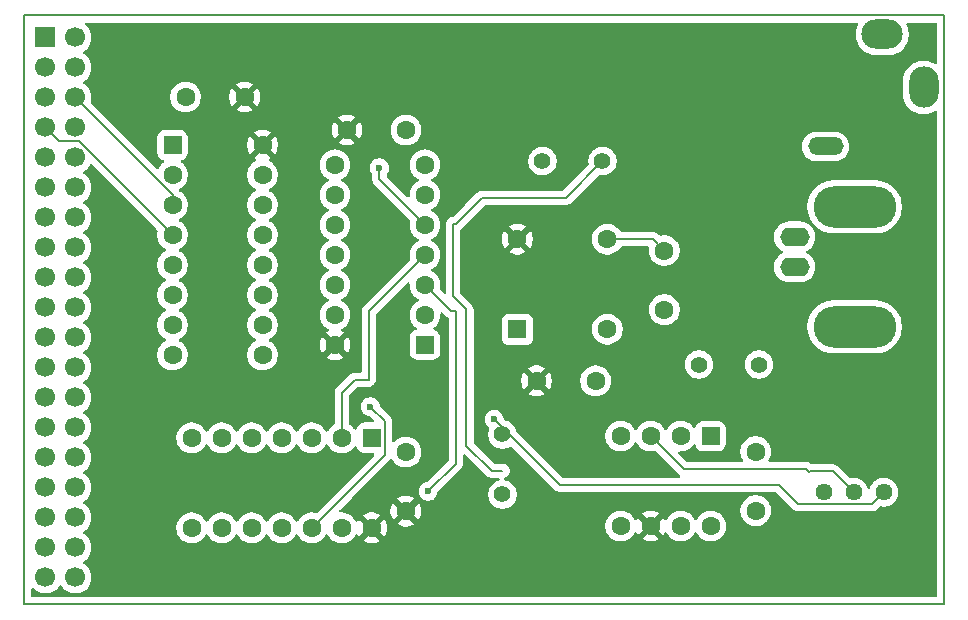
<source format=gbr>
%TF.GenerationSoftware,KiCad,Pcbnew,9.0.2-9.0.2-0~ubuntu24.04.1*%
%TF.CreationDate,2025-06-13T19:30:25+01:00*%
%TF.ProjectId,SoundCard,536f756e-6443-4617-9264-2e6b69636164,rev?*%
%TF.SameCoordinates,Original*%
%TF.FileFunction,Copper,L1,Top*%
%TF.FilePolarity,Positive*%
%FSLAX46Y46*%
G04 Gerber Fmt 4.6, Leading zero omitted, Abs format (unit mm)*
G04 Created by KiCad (PCBNEW 9.0.2-9.0.2-0~ubuntu24.04.1) date 2025-06-13 19:30:25*
%MOMM*%
%LPD*%
G01*
G04 APERTURE LIST*
G04 Aperture macros list*
%AMRoundRect*
0 Rectangle with rounded corners*
0 $1 Rounding radius*
0 $2 $3 $4 $5 $6 $7 $8 $9 X,Y pos of 4 corners*
0 Add a 4 corners polygon primitive as box body*
4,1,4,$2,$3,$4,$5,$6,$7,$8,$9,$2,$3,0*
0 Add four circle primitives for the rounded corners*
1,1,$1+$1,$2,$3*
1,1,$1+$1,$4,$5*
1,1,$1+$1,$6,$7*
1,1,$1+$1,$8,$9*
0 Add four rect primitives between the rounded corners*
20,1,$1+$1,$2,$3,$4,$5,0*
20,1,$1+$1,$4,$5,$6,$7,0*
20,1,$1+$1,$6,$7,$8,$9,0*
20,1,$1+$1,$8,$9,$2,$3,0*%
G04 Aperture macros list end*
%TA.AperFunction,NonConductor*%
%ADD10C,0.200000*%
%TD*%
%TA.AperFunction,ComponentPad*%
%ADD11C,1.440000*%
%TD*%
%TA.AperFunction,ComponentPad*%
%ADD12C,1.400000*%
%TD*%
%TA.AperFunction,ComponentPad*%
%ADD13RoundRect,0.250000X-0.550000X0.550000X-0.550000X-0.550000X0.550000X-0.550000X0.550000X0.550000X0*%
%TD*%
%TA.AperFunction,ComponentPad*%
%ADD14C,1.600000*%
%TD*%
%TA.AperFunction,ComponentPad*%
%ADD15R,1.600000X1.600000*%
%TD*%
%TA.AperFunction,ComponentPad*%
%ADD16RoundRect,0.250000X0.550000X0.550000X-0.550000X0.550000X-0.550000X-0.550000X0.550000X-0.550000X0*%
%TD*%
%TA.AperFunction,ComponentPad*%
%ADD17RoundRect,0.250000X-0.550000X-0.550000X0.550000X-0.550000X0.550000X0.550000X-0.550000X0.550000X0*%
%TD*%
%TA.AperFunction,ComponentPad*%
%ADD18R,1.700000X1.700000*%
%TD*%
%TA.AperFunction,ComponentPad*%
%ADD19C,1.700000*%
%TD*%
%TA.AperFunction,ComponentPad*%
%ADD20O,3.000000X1.500000*%
%TD*%
%TA.AperFunction,ComponentPad*%
%ADD21O,2.500000X3.500000*%
%TD*%
%TA.AperFunction,ComponentPad*%
%ADD22O,3.500000X2.500000*%
%TD*%
%TA.AperFunction,ComponentPad*%
%ADD23O,2.500000X1.600000*%
%TD*%
%TA.AperFunction,ComponentPad*%
%ADD24O,7.000000X3.500000*%
%TD*%
%TA.AperFunction,ViaPad*%
%ADD25C,0.600000*%
%TD*%
%TA.AperFunction,Conductor*%
%ADD26C,0.200000*%
%TD*%
G04 APERTURE END LIST*
D10*
X125222000Y-58623200D02*
X203098400Y-58623200D01*
X203098400Y-108458000D01*
X125222000Y-108458000D01*
X125222000Y-58623200D01*
D11*
%TO.P,RV1,1,1*%
%TO.N,Net-(U1-AUDIO_OUT)*%
X198000000Y-99000000D03*
%TO.P,RV1,2,2*%
%TO.N,Net-(U3-+)*%
X195460000Y-99000000D03*
%TO.P,RV1,3,3*%
%TO.N,GND*%
X192920000Y-99000000D03*
%TD*%
D12*
%TO.P,C2,1*%
%TO.N,Net-(C1-Pad1)*%
X165709600Y-99180400D03*
%TO.P,C2,2*%
%TO.N,Net-(C2-Pad2)*%
X165709600Y-94100400D03*
%TD*%
%TO.P,C1,1*%
%TO.N,Net-(C1-Pad1)*%
X182337200Y-88188800D03*
%TO.P,C1,2*%
%TO.N,Net-(J3-In)*%
X187417200Y-88188800D03*
%TD*%
%TO.P,R1,1*%
%TO.N,Net-(C2-Pad2)*%
X174176200Y-70967600D03*
%TO.P,R1,2*%
%TO.N,GND*%
X169096200Y-70967600D03*
%TD*%
D13*
%TO.P,U3,1,GAIN*%
%TO.N,Net-(C3-Pad1)*%
X183337200Y-94239000D03*
D14*
%TO.P,U3,2,-*%
%TO.N,GND*%
X180797200Y-94239000D03*
%TO.P,U3,3,+*%
%TO.N,Net-(U3-+)*%
X178257200Y-94239000D03*
%TO.P,U3,4,GND*%
%TO.N,GND*%
X175717200Y-94239000D03*
%TO.P,U3,5*%
%TO.N,Net-(C1-Pad1)*%
X175717200Y-101859000D03*
%TO.P,U3,6,V+*%
%TO.N,VCC*%
X178257200Y-101859000D03*
%TO.P,U3,7,BYPASS*%
%TO.N,unconnected-(U3-BYPASS-Pad7)*%
X180797200Y-101859000D03*
%TO.P,U3,8,GAIN*%
%TO.N,Net-(C3-Pad2)*%
X183337200Y-101859000D03*
%TD*%
D15*
%TO.P,Y1,1,EN*%
%TO.N,unconnected-(Y1-EN-Pad1)*%
X166979600Y-85191600D03*
D14*
%TO.P,Y1,4,GND*%
%TO.N,GND*%
X174599600Y-85191600D03*
%TO.P,Y1,5,OUT*%
%TO.N,Net-(U1-CLOCK)*%
X174599600Y-77571600D03*
%TO.P,Y1,8,Vcc*%
%TO.N,VCC*%
X166979600Y-77571600D03*
%TD*%
%TO.P,C3,1*%
%TO.N,Net-(C3-Pad1)*%
X187147200Y-95544000D03*
%TO.P,C3,2*%
%TO.N,Net-(C3-Pad2)*%
X187147200Y-100544000D03*
%TD*%
D13*
%TO.P,U2,1*%
%TO.N,A13*%
X154635200Y-94386400D03*
D14*
%TO.P,U2,2*%
%TO.N,Net-(U2-Pad2)*%
X152095200Y-94386400D03*
%TO.P,U2,3*%
%TO.N,unconnected-(U2-Pad3)*%
X149555200Y-94386400D03*
%TO.P,U2,4*%
%TO.N,unconnected-(U2-Pad4)*%
X147015200Y-94386400D03*
%TO.P,U2,5*%
%TO.N,unconnected-(U2-Pad5)*%
X144475200Y-94386400D03*
%TO.P,U2,6*%
%TO.N,unconnected-(U2-Pad6)*%
X141935200Y-94386400D03*
%TO.P,U2,7,GND*%
%TO.N,GND*%
X139395200Y-94386400D03*
%TO.P,U2,8*%
%TO.N,unconnected-(U2-Pad8)*%
X139395200Y-102006400D03*
%TO.P,U2,9*%
%TO.N,unconnected-(U2-Pad9)*%
X141935200Y-102006400D03*
%TO.P,U2,10*%
%TO.N,unconnected-(U2-Pad10)*%
X144475200Y-102006400D03*
%TO.P,U2,11*%
%TO.N,unconnected-(U2-Pad11)*%
X147015200Y-102006400D03*
%TO.P,U2,12*%
%TO.N,Net-(U2-Pad12)*%
X149555200Y-102006400D03*
%TO.P,U2,13*%
%TO.N,A15*%
X152095200Y-102006400D03*
%TO.P,U2,14,VCC*%
%TO.N,VCC*%
X154635200Y-102006400D03*
%TD*%
D16*
%TO.P,U4,1*%
%TO.N,Net-(U2-Pad12)*%
X159151400Y-86512400D03*
D14*
%TO.P,U4,2*%
%TO.N,Net-(U1-~{CE})*%
X159151400Y-83972400D03*
%TO.P,U4,3*%
%TO.N,A14*%
X159151400Y-81432400D03*
%TO.P,U4,4*%
%TO.N,Net-(U2-Pad2)*%
X159151400Y-78892400D03*
%TO.P,U4,5*%
%TO.N,A0*%
X159151400Y-76352400D03*
%TO.P,U4,6*%
%TO.N,Net-(U1-~{WE})*%
X159151400Y-73812400D03*
%TO.P,U4,7,GND*%
%TO.N,GND*%
X159151400Y-71272400D03*
%TO.P,U4,8*%
%TO.N,unconnected-(U4-Pad8)*%
X151531400Y-71272400D03*
%TO.P,U4,9*%
%TO.N,unconnected-(U4-Pad9)*%
X151531400Y-73812400D03*
%TO.P,U4,10*%
%TO.N,unconnected-(U4-Pad10)*%
X151531400Y-76352400D03*
%TO.P,U4,11*%
%TO.N,unconnected-(U4-Pad11)*%
X151531400Y-78892400D03*
%TO.P,U4,12*%
%TO.N,unconnected-(U4-Pad12)*%
X151531400Y-81432400D03*
%TO.P,U4,13*%
%TO.N,unconnected-(U4-Pad13)*%
X151531400Y-83972400D03*
%TO.P,U4,14,VCC*%
%TO.N,VCC*%
X151531400Y-86512400D03*
%TD*%
D17*
%TO.P,U1,1,D2*%
%TO.N,D2*%
X137774600Y-69596000D03*
D14*
%TO.P,U1,2,D1*%
%TO.N,D1*%
X137774600Y-72136000D03*
%TO.P,U1,3,D0*%
%TO.N,D0*%
X137774600Y-74676000D03*
%TO.P,U1,4,READY*%
%TO.N,A1*%
X137774600Y-77216000D03*
%TO.P,U1,5,~{WE}*%
%TO.N,Net-(U1-~{WE})*%
X137774600Y-79756000D03*
%TO.P,U1,6,~{CE}*%
%TO.N,Net-(U1-~{CE})*%
X137774600Y-82296000D03*
%TO.P,U1,7,AUDIO_OUT*%
%TO.N,Net-(U1-AUDIO_OUT)*%
X137774600Y-84836000D03*
%TO.P,U1,8,GND*%
%TO.N,GND*%
X137774600Y-87376000D03*
%TO.P,U1,9,NC*%
%TO.N,unconnected-(U1-NC-Pad9)*%
X145394600Y-87376000D03*
%TO.P,U1,10,D7*%
%TO.N,D7*%
X145394600Y-84836000D03*
%TO.P,U1,11,D6*%
%TO.N,D6*%
X145394600Y-82296000D03*
%TO.P,U1,12,D5*%
%TO.N,D5*%
X145394600Y-79756000D03*
%TO.P,U1,13,D4*%
%TO.N,D4*%
X145394600Y-77216000D03*
%TO.P,U1,14,CLOCK*%
%TO.N,Net-(U1-CLOCK)*%
X145394600Y-74676000D03*
%TO.P,U1,15,D3*%
%TO.N,D3*%
X145394600Y-72136000D03*
%TO.P,U1,16,V_{CC}*%
%TO.N,VCC*%
X145394600Y-69596000D03*
%TD*%
D18*
%TO.P,J2,1,Pin_1*%
%TO.N,VCC*%
X127012800Y-60487600D03*
D19*
%TO.P,J2,2,Pin_2*%
%TO.N,3.3v*%
X129552800Y-60487600D03*
%TO.P,J2,3,Pin_3*%
%TO.N,GND*%
X127012800Y-63027600D03*
%TO.P,J2,4,Pin_4*%
X129552800Y-63027600D03*
%TO.P,J2,5,Pin_5*%
%TO.N,A0*%
X127012800Y-65567600D03*
%TO.P,J2,6,Pin_6*%
%TO.N,D0*%
X129552800Y-65567600D03*
%TO.P,J2,7,Pin_7*%
%TO.N,A1*%
X127012800Y-68107600D03*
%TO.P,J2,8,Pin_8*%
%TO.N,D1*%
X129552800Y-68107600D03*
%TO.P,J2,9,Pin_9*%
%TO.N,A2*%
X127012800Y-70647600D03*
%TO.P,J2,10,Pin_10*%
%TO.N,D2*%
X129552800Y-70647600D03*
%TO.P,J2,11,Pin_11*%
%TO.N,A3*%
X127012800Y-73187600D03*
%TO.P,J2,12,Pin_12*%
%TO.N,D3*%
X129552800Y-73187600D03*
%TO.P,J2,13,Pin_13*%
%TO.N,A4*%
X127012800Y-75727600D03*
%TO.P,J2,14,Pin_14*%
%TO.N,D4*%
X129552800Y-75727600D03*
%TO.P,J2,15,Pin_15*%
%TO.N,A5*%
X127012800Y-78267600D03*
%TO.P,J2,16,Pin_16*%
%TO.N,D5*%
X129552800Y-78267600D03*
%TO.P,J2,17,Pin_17*%
%TO.N,A6*%
X127012800Y-80807600D03*
%TO.P,J2,18,Pin_18*%
%TO.N,D6*%
X129552800Y-80807600D03*
%TO.P,J2,19,Pin_19*%
%TO.N,A7*%
X127012800Y-83347600D03*
%TO.P,J2,20,Pin_20*%
%TO.N,D7*%
X129552800Y-83347600D03*
%TO.P,J2,21,Pin_21*%
%TO.N,A8*%
X127012800Y-85887600D03*
%TO.P,J2,22,Pin_22*%
%TO.N,PA4*%
X129552800Y-85887600D03*
%TO.P,J2,23,Pin_23*%
%TO.N,A9*%
X127012800Y-88427600D03*
%TO.P,J2,24,Pin_24*%
%TO.N,PA5*%
X129552800Y-88427600D03*
%TO.P,J2,25,Pin_25*%
%TO.N,A10*%
X127012800Y-90967600D03*
%TO.P,J2,26,Pin_26*%
%TO.N,PA6*%
X129552800Y-90967600D03*
%TO.P,J2,27,Pin_27*%
%TO.N,A11*%
X127012800Y-93507600D03*
%TO.P,J2,28,Pin_28*%
%TO.N,Reset*%
X129552800Y-93507600D03*
%TO.P,J2,29,Pin_29*%
%TO.N,A12*%
X127012800Y-96047600D03*
%TO.P,J2,30,Pin_30*%
%TO.N,IRQ*%
X129552800Y-96047600D03*
%TO.P,J2,31,Pin_31*%
%TO.N,A13*%
X127012800Y-98587600D03*
%TO.P,J2,32,Pin_32*%
%TO.N,RW*%
X129552800Y-98587600D03*
%TO.P,J2,33,Pin_33*%
%TO.N,A14*%
X127012800Y-101127600D03*
%TO.P,J2,34,Pin_34*%
%TO.N,unconnected-(J2-Pin_34-Pad34)*%
X129552800Y-101127600D03*
%TO.P,J2,35,Pin_35*%
%TO.N,A15*%
X127012800Y-103667600D03*
%TO.P,J2,36,Pin_36*%
%TO.N,clock*%
X129552800Y-103667600D03*
%TO.P,J2,37,Pin_37*%
%TO.N,GND*%
X127012800Y-106207600D03*
%TO.P,J2,38,Pin_38*%
%TO.N,unconnected-(J2-Pin_38-Pad38)*%
X129552800Y-106207600D03*
%TD*%
D14*
%TO.P,C5,1*%
%TO.N,GND*%
X173594400Y-89560400D03*
%TO.P,C5,2*%
%TO.N,VCC*%
X168594400Y-89560400D03*
%TD*%
%TO.P,C7,1*%
%TO.N,GND*%
X157530800Y-95594800D03*
%TO.P,C7,2*%
%TO.N,VCC*%
X157530800Y-100594800D03*
%TD*%
%TO.P,C6,1*%
%TO.N,GND*%
X138876400Y-65532000D03*
%TO.P,C6,2*%
%TO.N,VCC*%
X143876400Y-65532000D03*
%TD*%
D20*
%TO.P,J1,R*%
%TO.N,Net-(J3-In)*%
X193066800Y-69719200D03*
D21*
%TO.P,J1,S*%
%TO.N,GND*%
X201366800Y-64719200D03*
D22*
%TO.P,J1,T*%
%TO.N,Net-(J3-In)*%
X197866800Y-60219200D03*
%TD*%
D14*
%TO.P,C8,1*%
%TO.N,GND*%
X157541600Y-68326000D03*
%TO.P,C8,2*%
%TO.N,VCC*%
X152541600Y-68326000D03*
%TD*%
%TO.P,C4,1*%
%TO.N,GND*%
X179425600Y-83526000D03*
%TO.P,C4,2*%
%TO.N,Net-(U1-CLOCK)*%
X179425600Y-78526000D03*
%TD*%
D23*
%TO.P,J3,1,In*%
%TO.N,Net-(J3-In)*%
X190449200Y-79908400D03*
D24*
%TO.P,J3,2,Ext*%
%TO.N,GND*%
X195529200Y-74828400D03*
D23*
X190449200Y-77368400D03*
D24*
X195529200Y-84988400D03*
%TD*%
D25*
%TO.N,A0*%
X155295600Y-71526400D03*
%TO.N,A14*%
X159410400Y-98907600D03*
%TO.N,Net-(U1-AUDIO_OUT)*%
X164998400Y-92811600D03*
%TO.N,Net-(U2-Pad12)*%
X154533600Y-91744800D03*
%TD*%
D26*
%TO.N,Net-(U3-+)*%
X191668400Y-97282000D02*
X191725200Y-97225200D01*
X193685200Y-97225200D02*
X195460000Y-99000000D01*
X191725200Y-97225200D02*
X193685200Y-97225200D01*
%TO.N,Net-(U1-AUDIO_OUT)*%
X198000000Y-99000000D02*
X196979000Y-100021000D01*
X196979000Y-100021000D02*
X190768200Y-100021000D01*
X190768200Y-100021000D02*
X189105201Y-98358001D01*
X189105201Y-98358001D02*
X170544801Y-98358001D01*
X170544801Y-98358001D02*
X164998400Y-92811600D01*
%TO.N,Net-(U3-+)*%
X178257200Y-94239000D02*
X178262200Y-94239000D01*
X178262200Y-94239000D02*
X181051200Y-97028000D01*
X181051200Y-97028000D02*
X191414400Y-97028000D01*
X191414400Y-97028000D02*
X191668400Y-97282000D01*
%TO.N,Net-(C2-Pad2)*%
X161544000Y-82397600D02*
X162661600Y-83515200D01*
X174176200Y-70967600D02*
X171077400Y-74066400D01*
X161798000Y-76250800D02*
X161544000Y-76250800D01*
X164795200Y-97180400D02*
X165709600Y-97180400D01*
X171077400Y-74066400D02*
X163982400Y-74066400D01*
X163982400Y-74066400D02*
X161798000Y-76250800D01*
X161544000Y-76250800D02*
X161544000Y-82397600D01*
X162661600Y-83515200D02*
X162661600Y-95046800D01*
X162661600Y-95046800D02*
X164795200Y-97180400D01*
%TO.N,Net-(U1-CLOCK)*%
X178471200Y-77571600D02*
X179425600Y-78526000D01*
X174599600Y-77571600D02*
X178471200Y-77571600D01*
%TO.N,A0*%
X155295600Y-72496600D02*
X159151400Y-76352400D01*
X155295600Y-71526400D02*
X155295600Y-72496600D01*
%TO.N,A14*%
X161335800Y-83616800D02*
X159151400Y-81432400D01*
X161747200Y-96570800D02*
X161747200Y-83616800D01*
X159410400Y-98907600D02*
X161747200Y-96570800D01*
X161747200Y-83616800D02*
X161335800Y-83616800D01*
%TO.N,D0*%
X137774600Y-73789400D02*
X137774600Y-74676000D01*
X129552800Y-65567600D02*
X137774600Y-73789400D01*
%TO.N,A1*%
X128163800Y-69258600D02*
X129817200Y-69258600D01*
X127012800Y-68107600D02*
X128163800Y-69258600D01*
X129817200Y-69258600D02*
X137774600Y-77216000D01*
%TO.N,Net-(U2-Pad2)*%
X152095200Y-94386400D02*
X152095200Y-90576400D01*
X154381200Y-89458800D02*
X154381200Y-83662600D01*
X154381200Y-83662600D02*
X159151400Y-78892400D01*
X153212800Y-89458800D02*
X154381200Y-89458800D01*
X152095200Y-90576400D02*
X153212800Y-89458800D01*
%TO.N,Net-(U2-Pad12)*%
X155736200Y-95825400D02*
X155736200Y-92947400D01*
X155736200Y-92947400D02*
X154533600Y-91744800D01*
X149555200Y-102006400D02*
X155736200Y-95825400D01*
%TD*%
%TA.AperFunction,Conductor*%
%TO.N,VCC*%
G36*
X195772514Y-59243385D02*
G01*
X195818269Y-59296189D01*
X195828213Y-59365347D01*
X195812862Y-59409700D01*
X195793457Y-59443309D01*
X195793450Y-59443323D01*
X195705642Y-59655312D01*
X195646253Y-59876959D01*
X195646251Y-59876970D01*
X195616300Y-60104458D01*
X195616300Y-60333941D01*
X195641246Y-60523415D01*
X195646252Y-60561438D01*
X195654947Y-60593887D01*
X195705642Y-60783087D01*
X195793450Y-60995076D01*
X195793457Y-60995090D01*
X195908192Y-61193817D01*
X196047881Y-61375861D01*
X196047889Y-61375870D01*
X196210130Y-61538111D01*
X196210138Y-61538118D01*
X196392182Y-61677807D01*
X196392185Y-61677808D01*
X196392188Y-61677811D01*
X196590912Y-61792544D01*
X196590917Y-61792546D01*
X196590923Y-61792549D01*
X196657467Y-61820112D01*
X196802913Y-61880358D01*
X197024562Y-61939748D01*
X197252066Y-61969700D01*
X197252073Y-61969700D01*
X198481527Y-61969700D01*
X198481534Y-61969700D01*
X198709038Y-61939748D01*
X198930687Y-61880358D01*
X199142688Y-61792544D01*
X199341412Y-61677811D01*
X199523461Y-61538119D01*
X199523465Y-61538114D01*
X199523470Y-61538111D01*
X199685711Y-61375870D01*
X199685714Y-61375865D01*
X199685719Y-61375861D01*
X199825411Y-61193812D01*
X199940144Y-60995088D01*
X200027958Y-60783087D01*
X200087348Y-60561438D01*
X200117300Y-60333934D01*
X200117300Y-60104466D01*
X200087348Y-59876962D01*
X200027958Y-59655313D01*
X199977990Y-59534680D01*
X199940149Y-59443323D01*
X199940146Y-59443317D01*
X199940144Y-59443312D01*
X199920737Y-59409699D01*
X199904265Y-59341800D01*
X199927117Y-59275773D01*
X199982039Y-59232583D01*
X200028125Y-59223700D01*
X202373900Y-59223700D01*
X202440939Y-59243385D01*
X202486694Y-59296189D01*
X202497900Y-59347700D01*
X202497900Y-62636162D01*
X202478215Y-62703201D01*
X202425411Y-62748956D01*
X202356253Y-62758900D01*
X202311901Y-62743550D01*
X202168259Y-62660619D01*
X202142688Y-62645856D01*
X202142686Y-62645855D01*
X202142676Y-62645850D01*
X201930687Y-62558042D01*
X201709038Y-62498652D01*
X201671015Y-62493646D01*
X201481541Y-62468700D01*
X201481534Y-62468700D01*
X201252066Y-62468700D01*
X201252058Y-62468700D01*
X201035515Y-62497209D01*
X201024562Y-62498652D01*
X200985252Y-62509185D01*
X200802912Y-62558042D01*
X200590923Y-62645850D01*
X200590909Y-62645857D01*
X200392182Y-62760592D01*
X200210138Y-62900281D01*
X200047881Y-63062538D01*
X199908192Y-63244582D01*
X199793457Y-63443309D01*
X199793450Y-63443323D01*
X199705642Y-63655312D01*
X199646253Y-63876959D01*
X199646251Y-63876970D01*
X199616300Y-64104458D01*
X199616300Y-65333941D01*
X199630814Y-65444176D01*
X199646252Y-65561438D01*
X199704173Y-65777606D01*
X199705642Y-65783087D01*
X199793450Y-65995076D01*
X199793457Y-65995090D01*
X199908192Y-66193817D01*
X200047881Y-66375861D01*
X200047889Y-66375870D01*
X200210130Y-66538111D01*
X200210138Y-66538118D01*
X200392182Y-66677807D01*
X200392185Y-66677808D01*
X200392188Y-66677811D01*
X200590912Y-66792544D01*
X200590917Y-66792546D01*
X200590923Y-66792549D01*
X200614310Y-66802236D01*
X200802913Y-66880358D01*
X201024562Y-66939748D01*
X201252066Y-66969700D01*
X201252073Y-66969700D01*
X201481527Y-66969700D01*
X201481534Y-66969700D01*
X201709038Y-66939748D01*
X201930687Y-66880358D01*
X202142688Y-66792544D01*
X202311902Y-66694848D01*
X202379800Y-66678376D01*
X202445827Y-66701228D01*
X202489018Y-66756150D01*
X202497900Y-66802236D01*
X202497900Y-107733500D01*
X202478215Y-107800539D01*
X202425411Y-107846294D01*
X202373900Y-107857500D01*
X125946500Y-107857500D01*
X125879461Y-107837815D01*
X125833706Y-107785011D01*
X125822500Y-107733500D01*
X125822500Y-107226558D01*
X125842185Y-107159519D01*
X125894989Y-107113764D01*
X125964147Y-107103820D01*
X126027703Y-107132845D01*
X126034181Y-107138877D01*
X126133013Y-107237709D01*
X126304979Y-107362648D01*
X126304981Y-107362649D01*
X126304984Y-107362651D01*
X126494388Y-107459157D01*
X126696557Y-107524846D01*
X126906513Y-107558100D01*
X126906514Y-107558100D01*
X127119086Y-107558100D01*
X127119087Y-107558100D01*
X127329043Y-107524846D01*
X127531212Y-107459157D01*
X127720616Y-107362651D01*
X127742589Y-107346686D01*
X127892586Y-107237709D01*
X127892588Y-107237706D01*
X127892592Y-107237704D01*
X128042904Y-107087392D01*
X128042906Y-107087388D01*
X128042909Y-107087386D01*
X128167848Y-106915420D01*
X128167847Y-106915420D01*
X128167851Y-106915416D01*
X128172314Y-106906654D01*
X128220288Y-106855859D01*
X128288108Y-106839063D01*
X128354244Y-106861599D01*
X128393286Y-106906656D01*
X128397751Y-106915420D01*
X128522690Y-107087386D01*
X128673013Y-107237709D01*
X128844979Y-107362648D01*
X128844981Y-107362649D01*
X128844984Y-107362651D01*
X129034388Y-107459157D01*
X129236557Y-107524846D01*
X129446513Y-107558100D01*
X129446514Y-107558100D01*
X129659086Y-107558100D01*
X129659087Y-107558100D01*
X129869043Y-107524846D01*
X130071212Y-107459157D01*
X130260616Y-107362651D01*
X130282589Y-107346686D01*
X130432586Y-107237709D01*
X130432588Y-107237706D01*
X130432592Y-107237704D01*
X130582904Y-107087392D01*
X130582906Y-107087388D01*
X130582909Y-107087386D01*
X130707848Y-106915420D01*
X130707847Y-106915420D01*
X130707851Y-106915416D01*
X130804357Y-106726012D01*
X130870046Y-106523843D01*
X130903300Y-106313887D01*
X130903300Y-106101313D01*
X130870046Y-105891357D01*
X130804357Y-105689188D01*
X130707851Y-105499784D01*
X130707849Y-105499781D01*
X130707848Y-105499779D01*
X130582909Y-105327813D01*
X130432586Y-105177490D01*
X130260620Y-105052551D01*
X130259915Y-105052191D01*
X130251854Y-105048085D01*
X130201059Y-105000112D01*
X130184263Y-104932292D01*
X130206799Y-104866156D01*
X130251854Y-104827115D01*
X130260616Y-104822651D01*
X130282589Y-104806686D01*
X130432586Y-104697709D01*
X130432588Y-104697706D01*
X130432592Y-104697704D01*
X130582904Y-104547392D01*
X130582906Y-104547388D01*
X130582909Y-104547386D01*
X130707848Y-104375420D01*
X130707847Y-104375420D01*
X130707851Y-104375416D01*
X130804357Y-104186012D01*
X130870046Y-103983843D01*
X130903300Y-103773887D01*
X130903300Y-103561313D01*
X130870046Y-103351357D01*
X130804357Y-103149188D01*
X130707851Y-102959784D01*
X130707849Y-102959781D01*
X130707848Y-102959779D01*
X130582909Y-102787813D01*
X130432586Y-102637490D01*
X130260620Y-102512551D01*
X130259915Y-102512191D01*
X130251854Y-102508085D01*
X130201059Y-102460112D01*
X130184263Y-102392292D01*
X130206799Y-102326156D01*
X130251854Y-102287115D01*
X130260616Y-102282651D01*
X130330688Y-102231741D01*
X130432586Y-102157709D01*
X130432588Y-102157706D01*
X130432592Y-102157704D01*
X130582904Y-102007392D01*
X130582906Y-102007388D01*
X130582909Y-102007386D01*
X130707848Y-101835420D01*
X130707847Y-101835420D01*
X130707851Y-101835416D01*
X130804357Y-101646012D01*
X130870046Y-101443843D01*
X130903300Y-101233887D01*
X130903300Y-101021313D01*
X130870046Y-100811357D01*
X130804357Y-100609188D01*
X130707851Y-100419784D01*
X130707849Y-100419781D01*
X130707848Y-100419779D01*
X130582909Y-100247813D01*
X130432586Y-100097490D01*
X130260620Y-99972551D01*
X130259915Y-99972191D01*
X130251854Y-99968085D01*
X130201059Y-99920112D01*
X130184263Y-99852292D01*
X130206799Y-99786156D01*
X130251854Y-99747115D01*
X130260616Y-99742651D01*
X130323751Y-99696781D01*
X130432586Y-99617709D01*
X130432588Y-99617706D01*
X130432592Y-99617704D01*
X130582904Y-99467392D01*
X130582906Y-99467388D01*
X130582909Y-99467386D01*
X130707848Y-99295420D01*
X130707847Y-99295420D01*
X130707851Y-99295416D01*
X130804357Y-99106012D01*
X130870046Y-98903843D01*
X130903300Y-98693887D01*
X130903300Y-98481313D01*
X130870046Y-98271357D01*
X130804357Y-98069188D01*
X130707851Y-97879784D01*
X130707849Y-97879781D01*
X130707848Y-97879779D01*
X130582909Y-97707813D01*
X130432586Y-97557490D01*
X130260620Y-97432551D01*
X130259915Y-97432191D01*
X130251854Y-97428085D01*
X130201059Y-97380112D01*
X130184263Y-97312292D01*
X130206799Y-97246156D01*
X130251854Y-97207115D01*
X130260616Y-97202651D01*
X130400053Y-97101345D01*
X130432586Y-97077709D01*
X130432588Y-97077706D01*
X130432592Y-97077704D01*
X130582904Y-96927392D01*
X130582906Y-96927388D01*
X130582909Y-96927386D01*
X130707848Y-96755420D01*
X130707847Y-96755420D01*
X130707851Y-96755416D01*
X130804357Y-96566012D01*
X130870046Y-96363843D01*
X130903300Y-96153887D01*
X130903300Y-95941313D01*
X130870046Y-95731357D01*
X130804357Y-95529188D01*
X130707851Y-95339784D01*
X130707849Y-95339781D01*
X130707848Y-95339779D01*
X130582909Y-95167813D01*
X130432586Y-95017490D01*
X130260620Y-94892551D01*
X130259915Y-94892191D01*
X130251854Y-94888085D01*
X130201059Y-94840112D01*
X130184263Y-94772292D01*
X130206799Y-94706156D01*
X130251854Y-94667115D01*
X130260616Y-94662651D01*
X130282589Y-94646686D01*
X130432586Y-94537709D01*
X130432588Y-94537706D01*
X130432592Y-94537704D01*
X130582904Y-94387392D01*
X130582906Y-94387388D01*
X130582909Y-94387386D01*
X130657987Y-94284048D01*
X138094700Y-94284048D01*
X138094700Y-94488751D01*
X138126722Y-94690934D01*
X138189981Y-94885623D01*
X138282915Y-95068013D01*
X138403228Y-95233613D01*
X138547986Y-95378371D01*
X138679352Y-95473812D01*
X138713590Y-95498687D01*
X138829807Y-95557903D01*
X138895976Y-95591618D01*
X138895978Y-95591618D01*
X138895981Y-95591620D01*
X138983840Y-95620167D01*
X139090665Y-95654877D01*
X139191757Y-95670888D01*
X139292848Y-95686900D01*
X139292849Y-95686900D01*
X139497551Y-95686900D01*
X139497552Y-95686900D01*
X139699734Y-95654877D01*
X139894419Y-95591620D01*
X140076810Y-95498687D01*
X140205682Y-95405057D01*
X140242413Y-95378371D01*
X140242415Y-95378368D01*
X140242419Y-95378366D01*
X140387166Y-95233619D01*
X140387168Y-95233615D01*
X140387171Y-95233613D01*
X140507484Y-95068014D01*
X140507485Y-95068013D01*
X140507487Y-95068010D01*
X140554716Y-94975317D01*
X140602689Y-94924523D01*
X140670510Y-94907728D01*
X140736645Y-94930265D01*
X140775683Y-94975317D01*
X140797172Y-95017490D01*
X140822915Y-95068014D01*
X140943228Y-95233613D01*
X141087986Y-95378371D01*
X141219352Y-95473812D01*
X141253590Y-95498687D01*
X141369807Y-95557903D01*
X141435976Y-95591618D01*
X141435978Y-95591618D01*
X141435981Y-95591620D01*
X141523840Y-95620167D01*
X141630665Y-95654877D01*
X141731757Y-95670888D01*
X141832848Y-95686900D01*
X141832849Y-95686900D01*
X142037551Y-95686900D01*
X142037552Y-95686900D01*
X142239734Y-95654877D01*
X142434419Y-95591620D01*
X142616810Y-95498687D01*
X142745682Y-95405057D01*
X142782413Y-95378371D01*
X142782415Y-95378368D01*
X142782419Y-95378366D01*
X142927166Y-95233619D01*
X142927168Y-95233615D01*
X142927171Y-95233613D01*
X143047484Y-95068014D01*
X143047485Y-95068013D01*
X143047487Y-95068010D01*
X143094716Y-94975317D01*
X143142689Y-94924523D01*
X143210510Y-94907728D01*
X143276645Y-94930265D01*
X143315683Y-94975317D01*
X143337172Y-95017490D01*
X143362915Y-95068014D01*
X143483228Y-95233613D01*
X143627986Y-95378371D01*
X143759352Y-95473812D01*
X143793590Y-95498687D01*
X143909807Y-95557903D01*
X143975976Y-95591618D01*
X143975978Y-95591618D01*
X143975981Y-95591620D01*
X144063840Y-95620167D01*
X144170665Y-95654877D01*
X144271757Y-95670888D01*
X144372848Y-95686900D01*
X144372849Y-95686900D01*
X144577551Y-95686900D01*
X144577552Y-95686900D01*
X144779734Y-95654877D01*
X144974419Y-95591620D01*
X145156810Y-95498687D01*
X145285682Y-95405057D01*
X145322413Y-95378371D01*
X145322415Y-95378368D01*
X145322419Y-95378366D01*
X145467166Y-95233619D01*
X145467168Y-95233615D01*
X145467171Y-95233613D01*
X145587484Y-95068014D01*
X145587485Y-95068013D01*
X145587487Y-95068010D01*
X145634716Y-94975317D01*
X145682689Y-94924523D01*
X145750510Y-94907728D01*
X145816645Y-94930265D01*
X145855683Y-94975317D01*
X145877172Y-95017490D01*
X145902915Y-95068014D01*
X146023228Y-95233613D01*
X146167986Y-95378371D01*
X146299352Y-95473812D01*
X146333590Y-95498687D01*
X146449807Y-95557903D01*
X146515976Y-95591618D01*
X146515978Y-95591618D01*
X146515981Y-95591620D01*
X146603840Y-95620167D01*
X146710665Y-95654877D01*
X146811757Y-95670888D01*
X146912848Y-95686900D01*
X146912849Y-95686900D01*
X147117551Y-95686900D01*
X147117552Y-95686900D01*
X147319734Y-95654877D01*
X147514419Y-95591620D01*
X147696810Y-95498687D01*
X147825682Y-95405057D01*
X147862413Y-95378371D01*
X147862415Y-95378368D01*
X147862419Y-95378366D01*
X148007166Y-95233619D01*
X148007168Y-95233615D01*
X148007171Y-95233613D01*
X148127484Y-95068014D01*
X148127485Y-95068013D01*
X148127487Y-95068010D01*
X148174716Y-94975317D01*
X148222689Y-94924523D01*
X148290510Y-94907728D01*
X148356645Y-94930265D01*
X148395683Y-94975317D01*
X148417172Y-95017490D01*
X148442915Y-95068014D01*
X148563228Y-95233613D01*
X148707986Y-95378371D01*
X148839352Y-95473812D01*
X148873590Y-95498687D01*
X148989807Y-95557903D01*
X149055976Y-95591618D01*
X149055978Y-95591618D01*
X149055981Y-95591620D01*
X149143840Y-95620167D01*
X149250665Y-95654877D01*
X149351757Y-95670888D01*
X149452848Y-95686900D01*
X149452849Y-95686900D01*
X149657551Y-95686900D01*
X149657552Y-95686900D01*
X149859734Y-95654877D01*
X150054419Y-95591620D01*
X150236810Y-95498687D01*
X150365682Y-95405057D01*
X150402413Y-95378371D01*
X150402415Y-95378368D01*
X150402419Y-95378366D01*
X150547166Y-95233619D01*
X150547168Y-95233615D01*
X150547171Y-95233613D01*
X150667484Y-95068014D01*
X150667485Y-95068013D01*
X150667487Y-95068010D01*
X150714716Y-94975317D01*
X150762689Y-94924523D01*
X150830510Y-94907728D01*
X150896645Y-94930265D01*
X150935683Y-94975317D01*
X150957172Y-95017490D01*
X150982915Y-95068014D01*
X151103228Y-95233613D01*
X151247986Y-95378371D01*
X151379352Y-95473812D01*
X151413590Y-95498687D01*
X151529807Y-95557903D01*
X151595976Y-95591618D01*
X151595978Y-95591618D01*
X151595981Y-95591620D01*
X151683840Y-95620167D01*
X151790665Y-95654877D01*
X151891757Y-95670888D01*
X151992848Y-95686900D01*
X151992849Y-95686900D01*
X152197551Y-95686900D01*
X152197552Y-95686900D01*
X152399734Y-95654877D01*
X152594419Y-95591620D01*
X152776810Y-95498687D01*
X152905682Y-95405057D01*
X152942413Y-95378371D01*
X152942415Y-95378368D01*
X152942419Y-95378366D01*
X153087166Y-95233619D01*
X153155221Y-95139947D01*
X153210549Y-95097282D01*
X153280163Y-95091302D01*
X153341958Y-95123907D01*
X153373244Y-95173827D01*
X153400386Y-95255734D01*
X153492488Y-95405056D01*
X153616544Y-95529112D01*
X153765866Y-95621214D01*
X153932403Y-95676399D01*
X154035191Y-95686900D01*
X154726103Y-95686899D01*
X154793141Y-95706583D01*
X154838896Y-95759387D01*
X154848840Y-95828546D01*
X154819815Y-95892102D01*
X154813783Y-95898580D01*
X150000042Y-100712321D01*
X149938719Y-100745806D01*
X149874048Y-100742573D01*
X149859734Y-100737922D01*
X149685195Y-100710278D01*
X149657552Y-100705900D01*
X149452848Y-100705900D01*
X149428529Y-100709751D01*
X149250665Y-100737922D01*
X149055976Y-100801181D01*
X148873586Y-100894115D01*
X148707986Y-101014428D01*
X148563228Y-101159186D01*
X148442915Y-101324786D01*
X148395685Y-101417480D01*
X148347710Y-101468276D01*
X148279889Y-101485071D01*
X148213754Y-101462534D01*
X148174715Y-101417480D01*
X148161331Y-101391213D01*
X148127487Y-101324790D01*
X148095292Y-101280477D01*
X148007171Y-101159186D01*
X147862413Y-101014428D01*
X147696813Y-100894115D01*
X147696812Y-100894114D01*
X147696810Y-100894113D01*
X147639853Y-100865091D01*
X147514423Y-100801181D01*
X147319734Y-100737922D01*
X147145195Y-100710278D01*
X147117552Y-100705900D01*
X146912848Y-100705900D01*
X146888529Y-100709751D01*
X146710665Y-100737922D01*
X146515976Y-100801181D01*
X146333586Y-100894115D01*
X146167986Y-101014428D01*
X146023228Y-101159186D01*
X145902915Y-101324786D01*
X145855685Y-101417480D01*
X145807710Y-101468276D01*
X145739889Y-101485071D01*
X145673754Y-101462534D01*
X145634715Y-101417480D01*
X145621331Y-101391213D01*
X145587487Y-101324790D01*
X145555292Y-101280477D01*
X145467171Y-101159186D01*
X145322413Y-101014428D01*
X145156813Y-100894115D01*
X145156812Y-100894114D01*
X145156810Y-100894113D01*
X145099853Y-100865091D01*
X144974423Y-100801181D01*
X144779734Y-100737922D01*
X144605195Y-100710278D01*
X144577552Y-100705900D01*
X144372848Y-100705900D01*
X144348529Y-100709751D01*
X144170665Y-100737922D01*
X143975976Y-100801181D01*
X143793586Y-100894115D01*
X143627986Y-101014428D01*
X143483228Y-101159186D01*
X143362915Y-101324786D01*
X143315685Y-101417480D01*
X143267710Y-101468276D01*
X143199889Y-101485071D01*
X143133754Y-101462534D01*
X143094715Y-101417480D01*
X143081331Y-101391213D01*
X143047487Y-101324790D01*
X143015292Y-101280477D01*
X142927171Y-101159186D01*
X142782413Y-101014428D01*
X142616813Y-100894115D01*
X142616812Y-100894114D01*
X142616810Y-100894113D01*
X142559853Y-100865091D01*
X142434423Y-100801181D01*
X142239734Y-100737922D01*
X142065195Y-100710278D01*
X142037552Y-100705900D01*
X141832848Y-100705900D01*
X141808529Y-100709751D01*
X141630665Y-100737922D01*
X141435976Y-100801181D01*
X141253586Y-100894115D01*
X141087986Y-101014428D01*
X140943228Y-101159186D01*
X140822915Y-101324786D01*
X140775685Y-101417480D01*
X140727710Y-101468276D01*
X140659889Y-101485071D01*
X140593754Y-101462534D01*
X140554715Y-101417480D01*
X140541331Y-101391213D01*
X140507487Y-101324790D01*
X140475292Y-101280477D01*
X140387171Y-101159186D01*
X140242413Y-101014428D01*
X140076813Y-100894115D01*
X140076812Y-100894114D01*
X140076810Y-100894113D01*
X140019853Y-100865091D01*
X139894423Y-100801181D01*
X139699734Y-100737922D01*
X139525195Y-100710278D01*
X139497552Y-100705900D01*
X139292848Y-100705900D01*
X139268529Y-100709751D01*
X139090665Y-100737922D01*
X138895976Y-100801181D01*
X138713586Y-100894115D01*
X138547986Y-101014428D01*
X138403228Y-101159186D01*
X138282915Y-101324786D01*
X138189981Y-101507176D01*
X138126722Y-101701865D01*
X138094700Y-101904048D01*
X138094700Y-102108751D01*
X138126722Y-102310934D01*
X138189981Y-102505623D01*
X138253891Y-102631053D01*
X138282785Y-102687759D01*
X138282915Y-102688013D01*
X138403228Y-102853613D01*
X138547986Y-102998371D01*
X138668426Y-103085874D01*
X138713590Y-103118687D01*
X138792709Y-103159000D01*
X138895976Y-103211618D01*
X138895978Y-103211618D01*
X138895981Y-103211620D01*
X139000337Y-103245527D01*
X139090665Y-103274877D01*
X139191757Y-103290888D01*
X139292848Y-103306900D01*
X139292849Y-103306900D01*
X139497551Y-103306900D01*
X139497552Y-103306900D01*
X139699734Y-103274877D01*
X139894419Y-103211620D01*
X140076810Y-103118687D01*
X140221454Y-103013598D01*
X140242413Y-102998371D01*
X140242415Y-102998368D01*
X140242419Y-102998366D01*
X140387166Y-102853619D01*
X140387168Y-102853615D01*
X140387171Y-102853613D01*
X140507484Y-102688014D01*
X140507486Y-102688011D01*
X140507487Y-102688010D01*
X140554716Y-102595317D01*
X140602689Y-102544523D01*
X140670510Y-102527728D01*
X140736645Y-102550265D01*
X140775685Y-102595319D01*
X140822915Y-102688014D01*
X140943228Y-102853613D01*
X141087986Y-102998371D01*
X141208426Y-103085874D01*
X141253590Y-103118687D01*
X141332709Y-103159000D01*
X141435976Y-103211618D01*
X141435978Y-103211618D01*
X141435981Y-103211620D01*
X141540337Y-103245527D01*
X141630665Y-103274877D01*
X141731757Y-103290888D01*
X141832848Y-103306900D01*
X141832849Y-103306900D01*
X142037551Y-103306900D01*
X142037552Y-103306900D01*
X142239734Y-103274877D01*
X142434419Y-103211620D01*
X142616810Y-103118687D01*
X142761454Y-103013598D01*
X142782413Y-102998371D01*
X142782415Y-102998368D01*
X142782419Y-102998366D01*
X142927166Y-102853619D01*
X142927168Y-102853615D01*
X142927171Y-102853613D01*
X143047484Y-102688014D01*
X143047486Y-102688011D01*
X143047487Y-102688010D01*
X143094716Y-102595317D01*
X143142689Y-102544523D01*
X143210510Y-102527728D01*
X143276645Y-102550265D01*
X143315685Y-102595319D01*
X143362915Y-102688014D01*
X143483228Y-102853613D01*
X143627986Y-102998371D01*
X143748426Y-103085874D01*
X143793590Y-103118687D01*
X143872709Y-103159000D01*
X143975976Y-103211618D01*
X143975978Y-103211618D01*
X143975981Y-103211620D01*
X144080337Y-103245527D01*
X144170665Y-103274877D01*
X144271757Y-103290888D01*
X144372848Y-103306900D01*
X144372849Y-103306900D01*
X144577551Y-103306900D01*
X144577552Y-103306900D01*
X144779734Y-103274877D01*
X144974419Y-103211620D01*
X145156810Y-103118687D01*
X145301454Y-103013598D01*
X145322413Y-102998371D01*
X145322415Y-102998368D01*
X145322419Y-102998366D01*
X145467166Y-102853619D01*
X145467168Y-102853615D01*
X145467171Y-102853613D01*
X145587484Y-102688014D01*
X145587486Y-102688011D01*
X145587487Y-102688010D01*
X145634716Y-102595317D01*
X145682689Y-102544523D01*
X145750510Y-102527728D01*
X145816645Y-102550265D01*
X145855685Y-102595319D01*
X145902915Y-102688014D01*
X146023228Y-102853613D01*
X146167986Y-102998371D01*
X146288426Y-103085874D01*
X146333590Y-103118687D01*
X146412709Y-103159000D01*
X146515976Y-103211618D01*
X146515978Y-103211618D01*
X146515981Y-103211620D01*
X146620337Y-103245527D01*
X146710665Y-103274877D01*
X146811757Y-103290888D01*
X146912848Y-103306900D01*
X146912849Y-103306900D01*
X147117551Y-103306900D01*
X147117552Y-103306900D01*
X147319734Y-103274877D01*
X147514419Y-103211620D01*
X147696810Y-103118687D01*
X147841454Y-103013598D01*
X147862413Y-102998371D01*
X147862415Y-102998368D01*
X147862419Y-102998366D01*
X148007166Y-102853619D01*
X148007168Y-102853615D01*
X148007171Y-102853613D01*
X148127484Y-102688014D01*
X148127486Y-102688011D01*
X148127487Y-102688010D01*
X148174716Y-102595317D01*
X148222689Y-102544523D01*
X148290510Y-102527728D01*
X148356645Y-102550265D01*
X148395685Y-102595319D01*
X148442915Y-102688014D01*
X148563228Y-102853613D01*
X148707986Y-102998371D01*
X148828426Y-103085874D01*
X148873590Y-103118687D01*
X148952709Y-103159000D01*
X149055976Y-103211618D01*
X149055978Y-103211618D01*
X149055981Y-103211620D01*
X149160337Y-103245527D01*
X149250665Y-103274877D01*
X149351757Y-103290888D01*
X149452848Y-103306900D01*
X149452849Y-103306900D01*
X149657551Y-103306900D01*
X149657552Y-103306900D01*
X149859734Y-103274877D01*
X150054419Y-103211620D01*
X150236810Y-103118687D01*
X150381454Y-103013598D01*
X150402413Y-102998371D01*
X150402415Y-102998368D01*
X150402419Y-102998366D01*
X150547166Y-102853619D01*
X150547168Y-102853615D01*
X150547171Y-102853613D01*
X150667484Y-102688014D01*
X150667486Y-102688011D01*
X150667487Y-102688010D01*
X150714716Y-102595317D01*
X150762689Y-102544523D01*
X150830510Y-102527728D01*
X150896645Y-102550265D01*
X150935685Y-102595319D01*
X150982915Y-102688014D01*
X151103228Y-102853613D01*
X151247986Y-102998371D01*
X151368426Y-103085874D01*
X151413590Y-103118687D01*
X151492709Y-103159000D01*
X151595976Y-103211618D01*
X151595978Y-103211618D01*
X151595981Y-103211620D01*
X151700337Y-103245527D01*
X151790665Y-103274877D01*
X151891757Y-103290888D01*
X151992848Y-103306900D01*
X151992849Y-103306900D01*
X152197551Y-103306900D01*
X152197552Y-103306900D01*
X152399734Y-103274877D01*
X152594419Y-103211620D01*
X152776810Y-103118687D01*
X152921454Y-103013598D01*
X152942413Y-102998371D01*
X152942415Y-102998368D01*
X152942419Y-102998366D01*
X153087166Y-102853619D01*
X153087168Y-102853615D01*
X153087171Y-102853613D01*
X153207486Y-102688011D01*
X153207615Y-102687759D01*
X153254995Y-102594769D01*
X153302969Y-102543973D01*
X153370790Y-102527178D01*
X153436925Y-102549715D01*
X153475965Y-102594769D01*
X153523341Y-102687750D01*
X153523347Y-102687759D01*
X153555723Y-102732321D01*
X153555724Y-102732322D01*
X154235200Y-102052846D01*
X154235200Y-102059061D01*
X154262459Y-102160794D01*
X154315120Y-102252006D01*
X154389594Y-102326480D01*
X154480806Y-102379141D01*
X154582539Y-102406400D01*
X154588753Y-102406400D01*
X153909276Y-103085874D01*
X153953850Y-103118259D01*
X154136168Y-103211155D01*
X154330782Y-103274390D01*
X154532883Y-103306400D01*
X154737517Y-103306400D01*
X154939617Y-103274390D01*
X155134231Y-103211155D01*
X155316549Y-103118259D01*
X155361121Y-103085874D01*
X154681647Y-102406400D01*
X154687861Y-102406400D01*
X154789594Y-102379141D01*
X154880806Y-102326480D01*
X154955280Y-102252006D01*
X155007941Y-102160794D01*
X155035200Y-102059061D01*
X155035200Y-102052848D01*
X155714674Y-102732322D01*
X155714674Y-102732321D01*
X155747059Y-102687749D01*
X155839955Y-102505431D01*
X155903190Y-102310817D01*
X155935200Y-102108717D01*
X155935200Y-101904082D01*
X155903190Y-101701982D01*
X155891282Y-101665334D01*
X155839955Y-101507368D01*
X155747059Y-101325050D01*
X155714674Y-101280477D01*
X155714674Y-101280476D01*
X155035200Y-101959951D01*
X155035200Y-101953739D01*
X155007941Y-101852006D01*
X154955280Y-101760794D01*
X154880806Y-101686320D01*
X154789594Y-101633659D01*
X154687861Y-101606400D01*
X154681646Y-101606400D01*
X155361122Y-100926924D01*
X155361121Y-100926923D01*
X155316559Y-100894547D01*
X155316550Y-100894541D01*
X155134231Y-100801644D01*
X154939617Y-100738409D01*
X154737517Y-100706400D01*
X154532883Y-100706400D01*
X154330782Y-100738409D01*
X154136168Y-100801644D01*
X153953844Y-100894543D01*
X153909277Y-100926923D01*
X153909277Y-100926924D01*
X154588754Y-101606400D01*
X154582539Y-101606400D01*
X154480806Y-101633659D01*
X154389594Y-101686320D01*
X154315120Y-101760794D01*
X154262459Y-101852006D01*
X154235200Y-101953739D01*
X154235200Y-101959953D01*
X153555724Y-101280477D01*
X153555723Y-101280477D01*
X153523343Y-101325044D01*
X153475965Y-101418030D01*
X153427990Y-101468826D01*
X153360169Y-101485621D01*
X153294034Y-101463083D01*
X153254995Y-101418030D01*
X153241331Y-101391213D01*
X153207487Y-101324790D01*
X153207485Y-101324787D01*
X153207484Y-101324785D01*
X153087171Y-101159186D01*
X152942413Y-101014428D01*
X152776813Y-100894115D01*
X152776812Y-100894114D01*
X152776810Y-100894113D01*
X152719853Y-100865091D01*
X152594423Y-100801181D01*
X152399734Y-100737922D01*
X152225195Y-100710278D01*
X152197552Y-100705900D01*
X152004296Y-100705900D01*
X151983050Y-100699661D01*
X151960962Y-100698082D01*
X151950178Y-100690009D01*
X151937257Y-100686215D01*
X151922757Y-100669481D01*
X151905029Y-100656210D01*
X151900321Y-100643589D01*
X151891502Y-100633411D01*
X151888350Y-100611493D01*
X151880612Y-100590746D01*
X151883474Y-100577585D01*
X151881558Y-100564253D01*
X151890757Y-100544109D01*
X151895464Y-100522473D01*
X151908732Y-100504747D01*
X151910583Y-100500697D01*
X151916615Y-100494219D01*
X151918352Y-100492482D01*
X156230800Y-100492482D01*
X156230800Y-100697117D01*
X156262809Y-100899217D01*
X156326044Y-101093831D01*
X156418941Y-101276150D01*
X156418947Y-101276159D01*
X156451323Y-101320721D01*
X156451324Y-101320722D01*
X157130800Y-100641246D01*
X157130800Y-100647461D01*
X157158059Y-100749194D01*
X157210720Y-100840406D01*
X157285194Y-100914880D01*
X157376406Y-100967541D01*
X157478139Y-100994800D01*
X157484353Y-100994800D01*
X156804876Y-101674274D01*
X156849450Y-101706659D01*
X157031768Y-101799555D01*
X157226382Y-101862790D01*
X157428483Y-101894800D01*
X157633117Y-101894800D01*
X157835217Y-101862790D01*
X158029831Y-101799555D01*
X158114040Y-101756648D01*
X174416700Y-101756648D01*
X174416700Y-101961351D01*
X174448722Y-102163534D01*
X174511981Y-102358223D01*
X174563897Y-102460112D01*
X174604785Y-102540359D01*
X174604915Y-102540613D01*
X174725228Y-102706213D01*
X174869986Y-102850971D01*
X174990426Y-102938474D01*
X175035590Y-102971287D01*
X175118630Y-103013598D01*
X175217976Y-103064218D01*
X175217978Y-103064218D01*
X175217981Y-103064220D01*
X175322337Y-103098127D01*
X175412665Y-103127477D01*
X175513757Y-103143488D01*
X175614848Y-103159500D01*
X175614849Y-103159500D01*
X175819551Y-103159500D01*
X175819552Y-103159500D01*
X176021734Y-103127477D01*
X176216419Y-103064220D01*
X176398810Y-102971287D01*
X176491790Y-102903732D01*
X176564413Y-102850971D01*
X176564415Y-102850968D01*
X176564419Y-102850966D01*
X176709166Y-102706219D01*
X176709168Y-102706215D01*
X176709171Y-102706213D01*
X176826644Y-102544523D01*
X176829487Y-102540610D01*
X176876995Y-102447369D01*
X176924969Y-102396573D01*
X176992790Y-102379778D01*
X177058925Y-102402315D01*
X177097965Y-102447369D01*
X177145341Y-102540350D01*
X177145347Y-102540359D01*
X177177723Y-102584921D01*
X177177724Y-102584922D01*
X177857200Y-101905446D01*
X177857200Y-101911661D01*
X177884459Y-102013394D01*
X177937120Y-102104606D01*
X178011594Y-102179080D01*
X178102806Y-102231741D01*
X178204539Y-102259000D01*
X178210753Y-102259000D01*
X177531276Y-102938474D01*
X177575850Y-102970859D01*
X177758168Y-103063755D01*
X177952782Y-103126990D01*
X178154883Y-103159000D01*
X178359517Y-103159000D01*
X178561617Y-103126990D01*
X178756231Y-103063755D01*
X178938549Y-102970859D01*
X178983121Y-102938474D01*
X178303647Y-102259000D01*
X178309861Y-102259000D01*
X178411594Y-102231741D01*
X178502806Y-102179080D01*
X178577280Y-102104606D01*
X178629941Y-102013394D01*
X178657200Y-101911661D01*
X178657200Y-101905448D01*
X179336674Y-102584922D01*
X179336674Y-102584921D01*
X179369061Y-102540347D01*
X179369061Y-102540346D01*
X179416434Y-102447371D01*
X179464408Y-102396575D01*
X179532228Y-102379779D01*
X179598364Y-102402316D01*
X179637403Y-102447369D01*
X179684913Y-102540611D01*
X179805228Y-102706213D01*
X179949986Y-102850971D01*
X180070426Y-102938474D01*
X180115590Y-102971287D01*
X180198630Y-103013598D01*
X180297976Y-103064218D01*
X180297978Y-103064218D01*
X180297981Y-103064220D01*
X180402337Y-103098127D01*
X180492665Y-103127477D01*
X180593757Y-103143488D01*
X180694848Y-103159500D01*
X180694849Y-103159500D01*
X180899551Y-103159500D01*
X180899552Y-103159500D01*
X181101734Y-103127477D01*
X181296419Y-103064220D01*
X181478810Y-102971287D01*
X181571790Y-102903732D01*
X181644413Y-102850971D01*
X181644415Y-102850968D01*
X181644419Y-102850966D01*
X181789166Y-102706219D01*
X181789168Y-102706215D01*
X181789171Y-102706213D01*
X181909484Y-102540614D01*
X181909486Y-102540611D01*
X181909487Y-102540610D01*
X181956716Y-102447917D01*
X182004689Y-102397123D01*
X182072510Y-102380328D01*
X182138645Y-102402865D01*
X182177683Y-102447917D01*
X182207084Y-102505619D01*
X182224915Y-102540614D01*
X182345228Y-102706213D01*
X182489986Y-102850971D01*
X182610426Y-102938474D01*
X182655590Y-102971287D01*
X182738630Y-103013598D01*
X182837976Y-103064218D01*
X182837978Y-103064218D01*
X182837981Y-103064220D01*
X182942337Y-103098127D01*
X183032665Y-103127477D01*
X183133757Y-103143488D01*
X183234848Y-103159500D01*
X183234849Y-103159500D01*
X183439551Y-103159500D01*
X183439552Y-103159500D01*
X183641734Y-103127477D01*
X183836419Y-103064220D01*
X184018810Y-102971287D01*
X184111790Y-102903732D01*
X184184413Y-102850971D01*
X184184415Y-102850968D01*
X184184419Y-102850966D01*
X184329166Y-102706219D01*
X184329168Y-102706215D01*
X184329171Y-102706213D01*
X184409739Y-102595319D01*
X184449487Y-102540610D01*
X184540072Y-102362827D01*
X184542418Y-102358223D01*
X184542418Y-102358222D01*
X184542420Y-102358219D01*
X184605677Y-102163534D01*
X184637700Y-101961352D01*
X184637700Y-101756648D01*
X184618220Y-101633659D01*
X184605677Y-101554465D01*
X184561346Y-101418030D01*
X184542420Y-101359781D01*
X184542418Y-101359778D01*
X184542418Y-101359776D01*
X184508703Y-101293607D01*
X184449487Y-101177390D01*
X184436261Y-101159186D01*
X184329171Y-101011786D01*
X184184413Y-100867028D01*
X184018813Y-100746715D01*
X184018812Y-100746714D01*
X184018810Y-100746713D01*
X183951312Y-100712321D01*
X183836423Y-100653781D01*
X183641734Y-100590522D01*
X183469476Y-100563239D01*
X183439552Y-100558500D01*
X183234848Y-100558500D01*
X183210529Y-100562351D01*
X183032665Y-100590522D01*
X182837976Y-100653781D01*
X182655586Y-100746715D01*
X182489986Y-100867028D01*
X182345228Y-101011786D01*
X182224915Y-101177386D01*
X182177685Y-101270080D01*
X182129710Y-101320876D01*
X182061889Y-101337671D01*
X181995754Y-101315134D01*
X181956715Y-101270080D01*
X181956083Y-101268840D01*
X181909487Y-101177390D01*
X181896261Y-101159186D01*
X181789171Y-101011786D01*
X181644413Y-100867028D01*
X181478813Y-100746715D01*
X181478812Y-100746714D01*
X181478810Y-100746713D01*
X181411312Y-100712321D01*
X181296423Y-100653781D01*
X181101734Y-100590522D01*
X180927195Y-100562878D01*
X180899552Y-100558500D01*
X180694848Y-100558500D01*
X180670529Y-100562351D01*
X180492665Y-100590522D01*
X180297976Y-100653781D01*
X180115586Y-100746715D01*
X179949986Y-100867028D01*
X179805228Y-101011786D01*
X179684913Y-101177388D01*
X179637403Y-101270630D01*
X179589428Y-101321426D01*
X179521607Y-101338220D01*
X179455472Y-101315682D01*
X179416434Y-101270628D01*
X179369061Y-101177652D01*
X179336674Y-101133077D01*
X179336674Y-101133076D01*
X178657200Y-101812551D01*
X178657200Y-101806339D01*
X178629941Y-101704606D01*
X178577280Y-101613394D01*
X178502806Y-101538920D01*
X178411594Y-101486259D01*
X178309861Y-101459000D01*
X178303646Y-101459000D01*
X178983122Y-100779524D01*
X178983121Y-100779523D01*
X178938559Y-100747147D01*
X178938550Y-100747141D01*
X178756231Y-100654244D01*
X178561617Y-100591009D01*
X178359517Y-100559000D01*
X178154883Y-100559000D01*
X177952782Y-100591009D01*
X177758168Y-100654244D01*
X177575844Y-100747143D01*
X177531277Y-100779523D01*
X177531277Y-100779524D01*
X178210754Y-101459000D01*
X178204539Y-101459000D01*
X178102806Y-101486259D01*
X178011594Y-101538920D01*
X177937120Y-101613394D01*
X177884459Y-101704606D01*
X177857200Y-101806339D01*
X177857200Y-101812553D01*
X177177724Y-101133077D01*
X177177723Y-101133077D01*
X177145343Y-101177644D01*
X177097965Y-101270630D01*
X177049990Y-101321426D01*
X176982169Y-101338221D01*
X176916034Y-101315683D01*
X176876995Y-101270630D01*
X176876715Y-101270080D01*
X176829487Y-101177390D01*
X176829485Y-101177387D01*
X176829484Y-101177385D01*
X176709171Y-101011786D01*
X176564413Y-100867028D01*
X176398813Y-100746715D01*
X176398812Y-100746714D01*
X176398810Y-100746713D01*
X176331312Y-100712321D01*
X176216423Y-100653781D01*
X176021734Y-100590522D01*
X175847195Y-100562878D01*
X175819552Y-100558500D01*
X175614848Y-100558500D01*
X175590529Y-100562351D01*
X175412665Y-100590522D01*
X175217976Y-100653781D01*
X175035586Y-100746715D01*
X174869986Y-100867028D01*
X174725228Y-101011786D01*
X174604915Y-101177386D01*
X174511981Y-101359776D01*
X174448722Y-101554465D01*
X174416700Y-101756648D01*
X158114040Y-101756648D01*
X158212149Y-101706659D01*
X158256721Y-101674274D01*
X157577247Y-100994800D01*
X157583461Y-100994800D01*
X157685194Y-100967541D01*
X157776406Y-100914880D01*
X157850880Y-100840406D01*
X157903541Y-100749194D01*
X157930800Y-100647461D01*
X157930800Y-100641248D01*
X158610274Y-101320722D01*
X158610274Y-101320721D01*
X158642659Y-101276149D01*
X158735555Y-101093831D01*
X158798790Y-100899217D01*
X158830800Y-100697117D01*
X158830800Y-100492482D01*
X158822749Y-100441648D01*
X185846700Y-100441648D01*
X185846700Y-100646352D01*
X185847877Y-100653781D01*
X185878722Y-100848534D01*
X185941981Y-101043223D01*
X186034915Y-101225613D01*
X186155228Y-101391213D01*
X186299986Y-101535971D01*
X186406552Y-101613394D01*
X186465590Y-101656287D01*
X186573914Y-101711481D01*
X186647976Y-101749218D01*
X186647978Y-101749218D01*
X186647981Y-101749220D01*
X186747633Y-101781599D01*
X186842665Y-101812477D01*
X186932187Y-101826656D01*
X187044848Y-101844500D01*
X187044849Y-101844500D01*
X187249551Y-101844500D01*
X187249552Y-101844500D01*
X187451734Y-101812477D01*
X187646419Y-101749220D01*
X187828810Y-101656287D01*
X187968956Y-101554466D01*
X187994413Y-101535971D01*
X187994415Y-101535968D01*
X187994419Y-101535966D01*
X188139166Y-101391219D01*
X188139168Y-101391215D01*
X188139171Y-101391213D01*
X188222761Y-101276159D01*
X188259487Y-101225610D01*
X188352420Y-101043219D01*
X188415677Y-100848534D01*
X188447700Y-100646352D01*
X188447700Y-100441648D01*
X188433396Y-100351340D01*
X188415677Y-100239465D01*
X188369090Y-100096087D01*
X188352420Y-100044781D01*
X188352418Y-100044778D01*
X188352418Y-100044776D01*
X188310482Y-99962473D01*
X188259487Y-99862390D01*
X188242607Y-99839157D01*
X188139171Y-99696786D01*
X187994413Y-99552028D01*
X187828813Y-99431715D01*
X187828812Y-99431714D01*
X187828810Y-99431713D01*
X187766272Y-99399848D01*
X187646423Y-99338781D01*
X187451734Y-99275522D01*
X187277195Y-99247878D01*
X187249552Y-99243500D01*
X187044848Y-99243500D01*
X187020529Y-99247351D01*
X186842665Y-99275522D01*
X186647976Y-99338781D01*
X186465586Y-99431715D01*
X186299986Y-99552028D01*
X186155228Y-99696786D01*
X186034915Y-99862386D01*
X185941981Y-100044776D01*
X185878722Y-100239465D01*
X185854926Y-100389713D01*
X185846700Y-100441648D01*
X158822749Y-100441648D01*
X158798790Y-100290382D01*
X158735555Y-100095768D01*
X158642659Y-99913450D01*
X158610274Y-99868877D01*
X158610274Y-99868876D01*
X157930800Y-100548351D01*
X157930800Y-100542139D01*
X157903541Y-100440406D01*
X157850880Y-100349194D01*
X157776406Y-100274720D01*
X157685194Y-100222059D01*
X157583461Y-100194800D01*
X157577246Y-100194800D01*
X158256722Y-99515324D01*
X158256721Y-99515323D01*
X158212159Y-99482947D01*
X158212150Y-99482941D01*
X158029831Y-99390044D01*
X157835217Y-99326809D01*
X157633117Y-99294800D01*
X157428483Y-99294800D01*
X157226382Y-99326809D01*
X157031768Y-99390044D01*
X156849444Y-99482943D01*
X156804877Y-99515323D01*
X156804877Y-99515324D01*
X157484354Y-100194800D01*
X157478139Y-100194800D01*
X157376406Y-100222059D01*
X157285194Y-100274720D01*
X157210720Y-100349194D01*
X157158059Y-100440406D01*
X157130800Y-100542139D01*
X157130800Y-100548353D01*
X156451324Y-99868877D01*
X156451323Y-99868877D01*
X156418943Y-99913444D01*
X156326044Y-100095768D01*
X156262809Y-100290382D01*
X156230800Y-100492482D01*
X151918352Y-100492482D01*
X152935932Y-99474902D01*
X154512645Y-97898189D01*
X156104913Y-96305921D01*
X156104916Y-96305920D01*
X156201940Y-96208896D01*
X156263264Y-96175411D01*
X156301718Y-96178162D01*
X156332954Y-96180396D01*
X156388887Y-96222268D01*
X156400104Y-96240282D01*
X156418513Y-96276411D01*
X156538828Y-96442013D01*
X156683586Y-96586771D01*
X156792119Y-96665623D01*
X156849190Y-96707087D01*
X156944041Y-96755416D01*
X157031576Y-96800018D01*
X157031578Y-96800018D01*
X157031581Y-96800020D01*
X157107683Y-96824747D01*
X157226265Y-96863277D01*
X157327357Y-96879288D01*
X157428448Y-96895300D01*
X157428449Y-96895300D01*
X157633151Y-96895300D01*
X157633152Y-96895300D01*
X157835334Y-96863277D01*
X158030019Y-96800020D01*
X158212410Y-96707087D01*
X158325807Y-96624700D01*
X158378013Y-96586771D01*
X158378015Y-96586768D01*
X158378019Y-96586766D01*
X158522766Y-96442019D01*
X158522768Y-96442015D01*
X158522771Y-96442013D01*
X158609917Y-96322065D01*
X158643087Y-96276410D01*
X158736020Y-96094019D01*
X158799277Y-95899334D01*
X158831300Y-95697152D01*
X158831300Y-95492448D01*
X158816553Y-95399342D01*
X158799277Y-95290265D01*
X158761444Y-95173828D01*
X158736020Y-95095581D01*
X158736018Y-95095578D01*
X158736018Y-95095576D01*
X158696233Y-95017494D01*
X158643087Y-94913190D01*
X158623056Y-94885619D01*
X158522771Y-94747586D01*
X158378013Y-94602828D01*
X158212413Y-94482515D01*
X158212412Y-94482514D01*
X158212410Y-94482513D01*
X158126770Y-94438877D01*
X158030023Y-94389581D01*
X157835334Y-94326322D01*
X157660795Y-94298678D01*
X157633152Y-94294300D01*
X157428448Y-94294300D01*
X157404129Y-94298151D01*
X157226265Y-94326322D01*
X157031576Y-94389581D01*
X156849186Y-94482515D01*
X156683586Y-94602828D01*
X156683582Y-94602832D01*
X156548381Y-94738034D01*
X156487058Y-94771519D01*
X156417366Y-94766535D01*
X156361433Y-94724663D01*
X156337016Y-94659199D01*
X156336700Y-94650353D01*
X156336700Y-92868345D01*
X156336700Y-92868343D01*
X156295777Y-92715616D01*
X156295777Y-92715615D01*
X156241132Y-92620968D01*
X156216720Y-92578684D01*
X156104916Y-92466880D01*
X156104913Y-92466878D01*
X155368174Y-91730139D01*
X155334689Y-91668816D01*
X155334238Y-91666649D01*
X155303338Y-91511310D01*
X155303337Y-91511303D01*
X155269350Y-91429250D01*
X155242997Y-91365627D01*
X155242990Y-91365614D01*
X155155389Y-91234511D01*
X155155386Y-91234507D01*
X155043892Y-91123013D01*
X155043888Y-91123010D01*
X154912785Y-91035409D01*
X154912772Y-91035402D01*
X154767101Y-90975064D01*
X154767089Y-90975061D01*
X154612445Y-90944300D01*
X154612442Y-90944300D01*
X154454758Y-90944300D01*
X154454755Y-90944300D01*
X154300110Y-90975061D01*
X154300098Y-90975064D01*
X154154427Y-91035402D01*
X154154414Y-91035409D01*
X154023311Y-91123010D01*
X154023307Y-91123013D01*
X153911813Y-91234507D01*
X153911810Y-91234511D01*
X153824209Y-91365614D01*
X153824202Y-91365627D01*
X153763864Y-91511298D01*
X153763861Y-91511310D01*
X153733100Y-91665953D01*
X153733100Y-91823646D01*
X153763861Y-91978289D01*
X153763864Y-91978301D01*
X153824202Y-92123972D01*
X153824209Y-92123985D01*
X153911810Y-92255088D01*
X153911813Y-92255092D01*
X154023307Y-92366586D01*
X154023311Y-92366589D01*
X154154414Y-92454190D01*
X154154427Y-92454197D01*
X154300098Y-92514535D01*
X154300103Y-92514537D01*
X154364747Y-92527395D01*
X154455449Y-92545438D01*
X154517360Y-92577823D01*
X154518939Y-92579374D01*
X154813784Y-92874219D01*
X154847269Y-92935542D01*
X154842285Y-93005234D01*
X154800413Y-93061167D01*
X154734949Y-93085584D01*
X154726103Y-93085900D01*
X154035198Y-93085900D01*
X154035180Y-93085901D01*
X153932403Y-93096400D01*
X153932400Y-93096401D01*
X153765868Y-93151585D01*
X153765863Y-93151587D01*
X153616542Y-93243689D01*
X153492489Y-93367742D01*
X153400387Y-93517063D01*
X153400386Y-93517066D01*
X153373245Y-93598971D01*
X153333471Y-93656416D01*
X153268955Y-93683238D01*
X153200179Y-93670922D01*
X153155221Y-93632852D01*
X153087166Y-93539181D01*
X152942419Y-93394434D01*
X152942413Y-93394428D01*
X152776810Y-93274112D01*
X152763400Y-93267279D01*
X152712606Y-93219303D01*
X152695700Y-93156797D01*
X152695700Y-90876497D01*
X152715385Y-90809458D01*
X152732019Y-90788816D01*
X153425216Y-90095619D01*
X153486539Y-90062134D01*
X153512897Y-90059300D01*
X154460255Y-90059300D01*
X154460257Y-90059300D01*
X154612984Y-90018377D01*
X154749916Y-89939320D01*
X154861720Y-89827516D01*
X154940777Y-89690584D01*
X154981700Y-89537857D01*
X154981700Y-83962697D01*
X155001385Y-83895658D01*
X155018019Y-83875016D01*
X157639219Y-81253816D01*
X157700542Y-81220331D01*
X157770234Y-81225315D01*
X157826167Y-81267187D01*
X157850584Y-81332651D01*
X157850900Y-81341497D01*
X157850900Y-81534751D01*
X157882922Y-81736934D01*
X157946181Y-81931623D01*
X157988711Y-82015091D01*
X158030702Y-82097503D01*
X158039115Y-82114013D01*
X158159428Y-82279613D01*
X158304186Y-82424371D01*
X158455119Y-82534028D01*
X158469790Y-82544687D01*
X158561240Y-82591283D01*
X158562480Y-82591915D01*
X158613276Y-82639890D01*
X158630071Y-82707711D01*
X158607534Y-82773846D01*
X158562480Y-82812885D01*
X158469786Y-82860115D01*
X158304186Y-82980428D01*
X158159428Y-83125186D01*
X158039115Y-83290786D01*
X157946181Y-83473176D01*
X157882922Y-83667865D01*
X157855021Y-83844028D01*
X157850900Y-83870048D01*
X157850900Y-84074752D01*
X157855278Y-84102395D01*
X157882922Y-84276934D01*
X157946181Y-84471623D01*
X157988711Y-84555091D01*
X158031100Y-84638284D01*
X158039115Y-84654013D01*
X158159428Y-84819613D01*
X158159434Y-84819619D01*
X158304181Y-84964366D01*
X158397852Y-85032421D01*
X158440517Y-85087750D01*
X158446496Y-85157363D01*
X158413891Y-85219159D01*
X158363971Y-85250445D01*
X158282066Y-85277586D01*
X158282063Y-85277587D01*
X158132742Y-85369689D01*
X158008689Y-85493742D01*
X157916587Y-85643063D01*
X157916585Y-85643068D01*
X157888749Y-85727070D01*
X157861401Y-85809603D01*
X157861401Y-85809604D01*
X157861400Y-85809604D01*
X157850900Y-85912383D01*
X157850900Y-87112401D01*
X157850901Y-87112418D01*
X157861400Y-87215196D01*
X157861401Y-87215199D01*
X157916585Y-87381731D01*
X157916586Y-87381734D01*
X158008688Y-87531056D01*
X158132744Y-87655112D01*
X158282066Y-87747214D01*
X158448603Y-87802399D01*
X158551391Y-87812900D01*
X159751408Y-87812899D01*
X159854197Y-87802399D01*
X160020734Y-87747214D01*
X160170056Y-87655112D01*
X160294112Y-87531056D01*
X160386214Y-87381734D01*
X160441399Y-87215197D01*
X160451900Y-87112409D01*
X160451899Y-85912392D01*
X160441399Y-85809603D01*
X160386214Y-85643066D01*
X160294112Y-85493744D01*
X160170056Y-85369688D01*
X160077288Y-85312469D01*
X160020736Y-85277587D01*
X160020735Y-85277586D01*
X160020734Y-85277586D01*
X159938827Y-85250444D01*
X159881384Y-85210672D01*
X159854561Y-85146156D01*
X159866876Y-85077380D01*
X159904947Y-85032421D01*
X159998619Y-84964366D01*
X160143366Y-84819619D01*
X160143368Y-84819615D01*
X160143371Y-84819613D01*
X160206624Y-84732551D01*
X160263687Y-84654010D01*
X160356620Y-84471619D01*
X160419877Y-84276934D01*
X160451900Y-84074752D01*
X160451900Y-83881497D01*
X160471585Y-83814458D01*
X160524389Y-83768703D01*
X160593547Y-83758759D01*
X160657103Y-83787784D01*
X160663581Y-83793816D01*
X160855278Y-83985513D01*
X160855280Y-83985516D01*
X160967084Y-84097320D01*
X161014576Y-84124739D01*
X161084703Y-84165227D01*
X161132916Y-84215792D01*
X161146700Y-84272612D01*
X161146700Y-96270703D01*
X161127015Y-96337742D01*
X161110381Y-96358384D01*
X159395739Y-98073025D01*
X159334416Y-98106510D01*
X159332250Y-98106961D01*
X159176908Y-98137861D01*
X159176898Y-98137864D01*
X159031227Y-98198202D01*
X159031214Y-98198209D01*
X158900111Y-98285810D01*
X158900107Y-98285813D01*
X158788613Y-98397307D01*
X158788610Y-98397311D01*
X158701009Y-98528414D01*
X158701002Y-98528427D01*
X158640664Y-98674098D01*
X158640661Y-98674110D01*
X158609900Y-98828753D01*
X158609900Y-98986446D01*
X158640661Y-99141089D01*
X158640664Y-99141101D01*
X158701002Y-99286772D01*
X158701009Y-99286785D01*
X158788610Y-99417888D01*
X158788613Y-99417892D01*
X158900107Y-99529386D01*
X158900111Y-99529389D01*
X159031214Y-99616990D01*
X159031227Y-99616997D01*
X159176898Y-99677335D01*
X159176903Y-99677337D01*
X159331553Y-99708099D01*
X159331556Y-99708100D01*
X159331558Y-99708100D01*
X159489244Y-99708100D01*
X159489245Y-99708099D01*
X159643897Y-99677337D01*
X159789579Y-99616994D01*
X159920689Y-99529389D01*
X160032189Y-99417889D01*
X160119794Y-99286779D01*
X160180137Y-99141097D01*
X160209234Y-98994820D01*
X160211038Y-98985750D01*
X160243423Y-98923839D01*
X160244919Y-98922315D01*
X162105706Y-97061527D01*
X162105711Y-97061524D01*
X162115914Y-97051320D01*
X162115916Y-97051320D01*
X162227720Y-96939516D01*
X162293986Y-96824739D01*
X162306777Y-96802585D01*
X162347700Y-96649858D01*
X162347700Y-96491743D01*
X162347700Y-95881497D01*
X162367385Y-95814458D01*
X162420189Y-95768703D01*
X162489347Y-95758759D01*
X162552903Y-95787784D01*
X162559381Y-95793816D01*
X164310339Y-97544774D01*
X164310349Y-97544785D01*
X164314679Y-97549115D01*
X164314680Y-97549116D01*
X164426484Y-97660920D01*
X164426486Y-97660921D01*
X164426487Y-97660922D01*
X164433237Y-97664819D01*
X164495850Y-97700968D01*
X164563415Y-97739977D01*
X164716143Y-97780900D01*
X164716145Y-97780900D01*
X165349011Y-97780900D01*
X165416050Y-97800585D01*
X165461805Y-97853389D01*
X165471749Y-97922547D01*
X165442724Y-97986103D01*
X165387330Y-98022831D01*
X165248763Y-98067854D01*
X165080400Y-98153640D01*
X165009851Y-98204898D01*
X164927527Y-98264710D01*
X164927525Y-98264712D01*
X164927524Y-98264712D01*
X164793912Y-98398324D01*
X164793912Y-98398325D01*
X164793910Y-98398327D01*
X164746210Y-98463979D01*
X164682840Y-98551200D01*
X164597054Y-98719563D01*
X164538659Y-98899281D01*
X164509100Y-99085913D01*
X164509100Y-99274886D01*
X164538659Y-99461518D01*
X164597054Y-99641236D01*
X164648728Y-99742651D01*
X164682840Y-99809599D01*
X164793910Y-99962473D01*
X164927527Y-100096090D01*
X165080401Y-100207160D01*
X165143805Y-100239466D01*
X165248763Y-100292945D01*
X165248765Y-100292945D01*
X165248768Y-100292947D01*
X165345097Y-100324246D01*
X165428481Y-100351340D01*
X165615114Y-100380900D01*
X165615119Y-100380900D01*
X165804086Y-100380900D01*
X165990718Y-100351340D01*
X165997323Y-100349194D01*
X166170432Y-100292947D01*
X166338799Y-100207160D01*
X166491673Y-100096090D01*
X166625290Y-99962473D01*
X166736360Y-99809599D01*
X166822147Y-99641232D01*
X166880540Y-99461518D01*
X166887450Y-99417888D01*
X166910100Y-99274886D01*
X166910100Y-99085913D01*
X166880540Y-98899281D01*
X166822145Y-98719563D01*
X166736359Y-98551200D01*
X166722041Y-98531493D01*
X166625290Y-98398327D01*
X166491673Y-98264710D01*
X166338799Y-98153640D01*
X166307831Y-98137861D01*
X166170436Y-98067854D01*
X165990719Y-98009460D01*
X165903807Y-97995694D01*
X165840673Y-97965764D01*
X165803742Y-97906453D01*
X165804740Y-97836590D01*
X165843350Y-97778358D01*
X165891110Y-97753447D01*
X165941384Y-97739977D01*
X166078316Y-97660920D01*
X166190120Y-97549116D01*
X166269177Y-97412184D01*
X166310100Y-97259457D01*
X166310100Y-97101343D01*
X166269177Y-96948616D01*
X166263922Y-96939514D01*
X166190124Y-96811690D01*
X166190118Y-96811682D01*
X166078317Y-96699881D01*
X166078309Y-96699875D01*
X165941390Y-96620826D01*
X165941386Y-96620824D01*
X165941384Y-96620823D01*
X165788657Y-96579900D01*
X165788656Y-96579900D01*
X165095297Y-96579900D01*
X165028258Y-96560215D01*
X165007616Y-96543581D01*
X163298419Y-94834384D01*
X163264934Y-94773061D01*
X163262100Y-94746703D01*
X163262100Y-92732753D01*
X164197900Y-92732753D01*
X164197900Y-92890446D01*
X164228661Y-93045089D01*
X164228664Y-93045101D01*
X164289002Y-93190772D01*
X164289009Y-93190785D01*
X164376610Y-93321888D01*
X164376613Y-93321892D01*
X164488110Y-93433389D01*
X164556136Y-93478842D01*
X164600941Y-93532454D01*
X164609648Y-93601779D01*
X164598784Y-93635015D01*
X164598916Y-93635070D01*
X164598210Y-93636773D01*
X164597734Y-93638231D01*
X164597052Y-93639569D01*
X164538660Y-93819277D01*
X164538660Y-93819280D01*
X164509100Y-94005913D01*
X164509100Y-94194886D01*
X164538659Y-94381518D01*
X164597054Y-94561236D01*
X164663139Y-94690934D01*
X164682840Y-94729599D01*
X164793910Y-94882473D01*
X164927527Y-95016090D01*
X165080401Y-95127160D01*
X165159947Y-95167690D01*
X165248763Y-95212945D01*
X165248765Y-95212945D01*
X165248768Y-95212947D01*
X165330385Y-95239466D01*
X165428481Y-95271340D01*
X165615114Y-95300900D01*
X165615119Y-95300900D01*
X165804086Y-95300900D01*
X165990718Y-95271340D01*
X166170432Y-95212947D01*
X166338799Y-95127160D01*
X166338801Y-95127158D01*
X166341948Y-95125555D01*
X166410617Y-95112659D01*
X166475358Y-95138935D01*
X166485923Y-95148358D01*
X170176085Y-98838521D01*
X170176087Y-98838522D01*
X170176091Y-98838525D01*
X170281325Y-98899281D01*
X170313017Y-98917578D01*
X170465744Y-98958502D01*
X170465746Y-98958502D01*
X170631455Y-98958502D01*
X170631471Y-98958501D01*
X188805104Y-98958501D01*
X188872143Y-98978186D01*
X188892784Y-98994819D01*
X190399484Y-100501520D01*
X190399486Y-100501521D01*
X190399490Y-100501524D01*
X190531234Y-100577585D01*
X190536416Y-100580577D01*
X190689143Y-100621501D01*
X190689145Y-100621501D01*
X190854854Y-100621501D01*
X190854870Y-100621500D01*
X196892331Y-100621500D01*
X196892347Y-100621501D01*
X196899943Y-100621501D01*
X197058054Y-100621501D01*
X197058057Y-100621501D01*
X197210785Y-100580577D01*
X197260904Y-100551639D01*
X197347716Y-100501520D01*
X197459520Y-100389716D01*
X197459520Y-100389714D01*
X197469728Y-100379507D01*
X197469730Y-100379504D01*
X197621689Y-100227544D01*
X197683010Y-100194061D01*
X197728764Y-100192754D01*
X197903945Y-100220500D01*
X197903946Y-100220500D01*
X198096054Y-100220500D01*
X198096055Y-100220500D01*
X198285801Y-100190447D01*
X198468509Y-100131082D01*
X198639681Y-100043865D01*
X198795102Y-99930945D01*
X198930945Y-99795102D01*
X199043865Y-99639681D01*
X199131082Y-99468509D01*
X199190447Y-99285801D01*
X199220500Y-99096055D01*
X199220500Y-98903945D01*
X199190447Y-98714199D01*
X199160424Y-98621797D01*
X199131083Y-98531493D01*
X199063230Y-98398325D01*
X199043865Y-98360319D01*
X198930945Y-98204898D01*
X198795102Y-98069055D01*
X198639681Y-97956135D01*
X198595450Y-97933598D01*
X198468506Y-97868916D01*
X198285802Y-97809553D01*
X198190928Y-97794526D01*
X198096055Y-97779500D01*
X197903945Y-97779500D01*
X197840696Y-97789517D01*
X197714197Y-97809553D01*
X197531493Y-97868916D01*
X197360318Y-97956135D01*
X197286923Y-98009460D01*
X197204898Y-98069055D01*
X197204896Y-98069057D01*
X197204895Y-98069057D01*
X197069057Y-98204895D01*
X197069057Y-98204896D01*
X197069055Y-98204898D01*
X197025599Y-98264710D01*
X196956135Y-98360318D01*
X196868916Y-98531493D01*
X196847931Y-98596081D01*
X196808494Y-98653756D01*
X196744135Y-98680955D01*
X196675289Y-98669041D01*
X196623813Y-98621797D01*
X196612069Y-98596081D01*
X196591083Y-98531493D01*
X196523230Y-98398325D01*
X196503865Y-98360319D01*
X196390945Y-98204898D01*
X196255102Y-98069055D01*
X196099681Y-97956135D01*
X196055450Y-97933598D01*
X195928506Y-97868916D01*
X195745802Y-97809553D01*
X195650928Y-97794526D01*
X195556055Y-97779500D01*
X195363945Y-97779500D01*
X195188766Y-97807245D01*
X195119473Y-97798290D01*
X195081688Y-97772453D01*
X194172790Y-96863555D01*
X194172788Y-96863552D01*
X194053917Y-96744681D01*
X194053916Y-96744680D01*
X193951208Y-96685382D01*
X193951207Y-96685381D01*
X193916983Y-96665622D01*
X193858143Y-96649856D01*
X193764257Y-96624699D01*
X193606143Y-96624699D01*
X193598547Y-96624699D01*
X193598531Y-96624700D01*
X191911698Y-96624700D01*
X191844659Y-96605015D01*
X191839695Y-96601653D01*
X191831304Y-96595668D01*
X191783116Y-96547480D01*
X191686576Y-96491743D01*
X191681420Y-96488766D01*
X191681417Y-96488764D01*
X191646190Y-96468425D01*
X191646187Y-96468423D01*
X191585093Y-96452053D01*
X191493457Y-96427499D01*
X191335343Y-96427499D01*
X191327747Y-96427499D01*
X191327731Y-96427500D01*
X188356169Y-96427500D01*
X188289130Y-96407815D01*
X188243375Y-96355011D01*
X188233431Y-96285853D01*
X188255853Y-96230612D01*
X188256576Y-96229615D01*
X188259487Y-96225610D01*
X188352420Y-96043219D01*
X188415677Y-95848534D01*
X188447700Y-95646352D01*
X188447700Y-95441648D01*
X188423723Y-95290265D01*
X188415677Y-95239465D01*
X188383012Y-95138935D01*
X188352420Y-95044781D01*
X188352418Y-95044778D01*
X188352418Y-95044776D01*
X188304066Y-94949882D01*
X188259487Y-94862390D01*
X188212753Y-94798065D01*
X188139171Y-94696786D01*
X187994413Y-94552028D01*
X187828813Y-94431715D01*
X187828812Y-94431714D01*
X187828810Y-94431713D01*
X187771853Y-94402691D01*
X187646423Y-94338781D01*
X187451734Y-94275522D01*
X187277195Y-94247878D01*
X187249552Y-94243500D01*
X187044848Y-94243500D01*
X187020529Y-94247351D01*
X186842665Y-94275522D01*
X186647976Y-94338781D01*
X186465586Y-94431715D01*
X186299986Y-94552028D01*
X186155228Y-94696786D01*
X186034915Y-94862386D01*
X185941981Y-95044776D01*
X185878722Y-95239465D01*
X185846700Y-95441648D01*
X185846700Y-95646351D01*
X185878722Y-95848534D01*
X185941981Y-96043223D01*
X186034914Y-96225612D01*
X186038547Y-96230612D01*
X186062029Y-96296418D01*
X186046205Y-96364472D01*
X185996101Y-96413168D01*
X185938231Y-96427500D01*
X181351298Y-96427500D01*
X181284259Y-96407815D01*
X181263617Y-96391181D01*
X180966455Y-96094019D01*
X180623615Y-95751180D01*
X180590131Y-95689858D01*
X180595115Y-95620167D01*
X180636986Y-95564233D01*
X180702451Y-95539816D01*
X180711297Y-95539500D01*
X180899551Y-95539500D01*
X180899552Y-95539500D01*
X181101734Y-95507477D01*
X181296419Y-95444220D01*
X181478810Y-95351287D01*
X181607682Y-95257657D01*
X181644413Y-95230971D01*
X181644415Y-95230968D01*
X181644419Y-95230966D01*
X181789166Y-95086219D01*
X181857221Y-94992547D01*
X181912549Y-94949882D01*
X181982163Y-94943902D01*
X182043958Y-94976507D01*
X182075244Y-95026427D01*
X182098158Y-95095576D01*
X182102386Y-95108333D01*
X182102387Y-95108336D01*
X182111991Y-95123907D01*
X182194488Y-95257656D01*
X182318544Y-95381712D01*
X182467866Y-95473814D01*
X182634403Y-95528999D01*
X182737191Y-95539500D01*
X183937208Y-95539499D01*
X184039997Y-95528999D01*
X184206534Y-95473814D01*
X184355856Y-95381712D01*
X184479912Y-95257656D01*
X184572014Y-95108334D01*
X184627199Y-94941797D01*
X184637700Y-94839009D01*
X184637699Y-93638992D01*
X184635134Y-93613887D01*
X184627199Y-93536203D01*
X184627198Y-93536200D01*
X184605659Y-93471200D01*
X184572014Y-93369666D01*
X184479912Y-93220344D01*
X184355856Y-93096288D01*
X184206534Y-93004186D01*
X184039997Y-92949001D01*
X184039995Y-92949000D01*
X183937210Y-92938500D01*
X182737198Y-92938500D01*
X182737181Y-92938501D01*
X182634403Y-92949000D01*
X182634400Y-92949001D01*
X182467868Y-93004185D01*
X182467863Y-93004187D01*
X182318542Y-93096289D01*
X182194489Y-93220342D01*
X182102387Y-93369663D01*
X182102386Y-93369666D01*
X182075245Y-93451571D01*
X182035471Y-93509016D01*
X181970955Y-93535838D01*
X181902179Y-93523522D01*
X181857221Y-93485452D01*
X181789166Y-93391781D01*
X181644419Y-93247034D01*
X181644413Y-93247028D01*
X181478813Y-93126715D01*
X181478812Y-93126714D01*
X181478810Y-93126713D01*
X181419319Y-93096401D01*
X181296423Y-93033781D01*
X181101734Y-92970522D01*
X180927195Y-92942878D01*
X180899552Y-92938500D01*
X180694848Y-92938500D01*
X180670529Y-92942351D01*
X180492665Y-92970522D01*
X180297976Y-93033781D01*
X180115586Y-93126715D01*
X179949986Y-93247028D01*
X179805228Y-93391786D01*
X179684915Y-93557386D01*
X179637685Y-93650080D01*
X179589710Y-93700876D01*
X179521889Y-93717671D01*
X179455754Y-93695134D01*
X179416715Y-93650080D01*
X179411060Y-93638981D01*
X179369487Y-93557390D01*
X179356261Y-93539186D01*
X179249171Y-93391786D01*
X179104413Y-93247028D01*
X178938813Y-93126715D01*
X178938812Y-93126714D01*
X178938810Y-93126713D01*
X178879319Y-93096401D01*
X178756423Y-93033781D01*
X178561734Y-92970522D01*
X178387195Y-92942878D01*
X178359552Y-92938500D01*
X178154848Y-92938500D01*
X178130529Y-92942351D01*
X177952665Y-92970522D01*
X177757976Y-93033781D01*
X177575586Y-93126715D01*
X177409986Y-93247028D01*
X177265228Y-93391786D01*
X177144915Y-93557386D01*
X177097685Y-93650080D01*
X177049710Y-93700876D01*
X176981889Y-93717671D01*
X176915754Y-93695134D01*
X176876715Y-93650080D01*
X176871060Y-93638981D01*
X176829487Y-93557390D01*
X176816261Y-93539186D01*
X176709171Y-93391786D01*
X176564413Y-93247028D01*
X176398813Y-93126715D01*
X176398812Y-93126714D01*
X176398810Y-93126713D01*
X176339319Y-93096401D01*
X176216423Y-93033781D01*
X176021734Y-92970522D01*
X175847195Y-92942878D01*
X175819552Y-92938500D01*
X175614848Y-92938500D01*
X175590529Y-92942351D01*
X175412665Y-92970522D01*
X175217976Y-93033781D01*
X175035586Y-93126715D01*
X174869986Y-93247028D01*
X174725228Y-93391786D01*
X174604915Y-93557386D01*
X174511981Y-93739776D01*
X174448722Y-93934465D01*
X174416700Y-94136648D01*
X174416700Y-94341351D01*
X174448722Y-94543534D01*
X174511981Y-94738223D01*
X174563335Y-94839009D01*
X174601132Y-94913190D01*
X174604915Y-94920613D01*
X174725228Y-95086213D01*
X174869986Y-95230971D01*
X175019750Y-95339779D01*
X175035590Y-95351287D01*
X175148787Y-95408964D01*
X175217976Y-95444218D01*
X175217978Y-95444218D01*
X175217981Y-95444220D01*
X175309056Y-95473812D01*
X175412665Y-95507477D01*
X175513757Y-95523488D01*
X175614848Y-95539500D01*
X175614849Y-95539500D01*
X175819551Y-95539500D01*
X175819552Y-95539500D01*
X176021734Y-95507477D01*
X176216419Y-95444220D01*
X176398810Y-95351287D01*
X176527682Y-95257657D01*
X176564413Y-95230971D01*
X176564415Y-95230968D01*
X176564419Y-95230966D01*
X176709166Y-95086219D01*
X176709168Y-95086215D01*
X176709171Y-95086213D01*
X176829484Y-94920614D01*
X176829485Y-94920613D01*
X176829487Y-94920610D01*
X176876716Y-94827917D01*
X176924689Y-94777123D01*
X176992510Y-94760328D01*
X177058645Y-94782865D01*
X177097683Y-94827917D01*
X177125481Y-94882473D01*
X177144915Y-94920614D01*
X177265228Y-95086213D01*
X177409986Y-95230971D01*
X177559750Y-95339779D01*
X177575590Y-95351287D01*
X177688787Y-95408964D01*
X177757976Y-95444218D01*
X177757978Y-95444218D01*
X177757981Y-95444220D01*
X177849056Y-95473812D01*
X177952665Y-95507477D01*
X178053757Y-95523488D01*
X178154848Y-95539500D01*
X178154849Y-95539500D01*
X178359551Y-95539500D01*
X178359552Y-95539500D01*
X178561734Y-95507477D01*
X178579815Y-95501601D01*
X178649655Y-95499605D01*
X178705815Y-95531851D01*
X180682484Y-97508520D01*
X180682485Y-97508521D01*
X180682487Y-97508522D01*
X180712957Y-97526114D01*
X180761173Y-97576681D01*
X180774396Y-97645288D01*
X180748428Y-97710153D01*
X180691513Y-97750681D01*
X180650957Y-97757501D01*
X170844899Y-97757501D01*
X170777860Y-97737816D01*
X170757218Y-97721182D01*
X166913238Y-93877203D01*
X166883189Y-93823545D01*
X166882046Y-93823917D01*
X166842067Y-93700876D01*
X166822147Y-93639568D01*
X166822145Y-93639565D01*
X166822145Y-93639563D01*
X166769480Y-93536203D01*
X166736360Y-93471201D01*
X166625290Y-93318327D01*
X166491673Y-93184710D01*
X166338799Y-93073640D01*
X166170432Y-92987853D01*
X165990718Y-92929460D01*
X165990715Y-92929459D01*
X165986085Y-92927955D01*
X165986455Y-92926814D01*
X165976604Y-92921297D01*
X165961053Y-92917914D01*
X165932798Y-92896763D01*
X165832972Y-92796936D01*
X165799488Y-92735612D01*
X165799037Y-92733446D01*
X165776663Y-92620968D01*
X165768137Y-92578103D01*
X165741808Y-92514538D01*
X165707797Y-92432427D01*
X165707790Y-92432414D01*
X165620189Y-92301311D01*
X165620186Y-92301307D01*
X165508692Y-92189813D01*
X165508688Y-92189810D01*
X165377585Y-92102209D01*
X165377572Y-92102202D01*
X165231901Y-92041864D01*
X165231889Y-92041861D01*
X165077245Y-92011100D01*
X165077242Y-92011100D01*
X164919558Y-92011100D01*
X164919555Y-92011100D01*
X164764910Y-92041861D01*
X164764898Y-92041864D01*
X164619227Y-92102202D01*
X164619214Y-92102209D01*
X164488111Y-92189810D01*
X164488107Y-92189813D01*
X164376613Y-92301307D01*
X164376610Y-92301311D01*
X164289009Y-92432414D01*
X164289002Y-92432427D01*
X164228664Y-92578098D01*
X164228661Y-92578110D01*
X164197900Y-92732753D01*
X163262100Y-92732753D01*
X163262100Y-89458082D01*
X167294400Y-89458082D01*
X167294400Y-89662717D01*
X167326409Y-89864817D01*
X167389644Y-90059431D01*
X167482541Y-90241750D01*
X167482547Y-90241759D01*
X167514923Y-90286321D01*
X167514924Y-90286322D01*
X168194400Y-89606846D01*
X168194400Y-89613061D01*
X168221659Y-89714794D01*
X168274320Y-89806006D01*
X168348794Y-89880480D01*
X168440006Y-89933141D01*
X168541739Y-89960400D01*
X168547953Y-89960400D01*
X167868476Y-90639874D01*
X167913050Y-90672259D01*
X168095368Y-90765155D01*
X168289982Y-90828390D01*
X168492083Y-90860400D01*
X168696717Y-90860400D01*
X168898817Y-90828390D01*
X169093431Y-90765155D01*
X169275749Y-90672259D01*
X169320321Y-90639874D01*
X168640847Y-89960400D01*
X168647061Y-89960400D01*
X168748794Y-89933141D01*
X168840006Y-89880480D01*
X168914480Y-89806006D01*
X168967141Y-89714794D01*
X168994400Y-89613061D01*
X168994400Y-89606847D01*
X169673874Y-90286321D01*
X169706259Y-90241749D01*
X169799155Y-90059431D01*
X169862390Y-89864817D01*
X169894400Y-89662717D01*
X169894400Y-89458082D01*
X169894395Y-89458048D01*
X172293900Y-89458048D01*
X172293900Y-89662751D01*
X172325922Y-89864934D01*
X172389181Y-90059623D01*
X172453091Y-90185053D01*
X172481985Y-90241759D01*
X172482115Y-90242013D01*
X172602428Y-90407613D01*
X172747186Y-90552371D01*
X172889075Y-90655457D01*
X172912790Y-90672687D01*
X173029007Y-90731903D01*
X173095176Y-90765618D01*
X173095178Y-90765618D01*
X173095181Y-90765620D01*
X173166571Y-90788816D01*
X173289865Y-90828877D01*
X173390957Y-90844888D01*
X173492048Y-90860900D01*
X173492049Y-90860900D01*
X173696751Y-90860900D01*
X173696752Y-90860900D01*
X173898934Y-90828877D01*
X174093619Y-90765620D01*
X174276010Y-90672687D01*
X174368990Y-90605132D01*
X174441613Y-90552371D01*
X174441615Y-90552368D01*
X174441619Y-90552366D01*
X174586366Y-90407619D01*
X174586368Y-90407615D01*
X174586371Y-90407613D01*
X174668554Y-90294496D01*
X174706687Y-90242010D01*
X174799620Y-90059619D01*
X174862877Y-89864934D01*
X174894900Y-89662752D01*
X174894900Y-89458048D01*
X174873640Y-89323820D01*
X174862877Y-89255865D01*
X174801262Y-89066235D01*
X174799620Y-89061181D01*
X174799618Y-89061178D01*
X174799618Y-89061176D01*
X174740938Y-88946012D01*
X174706687Y-88878790D01*
X174674492Y-88834477D01*
X174586371Y-88713186D01*
X174441613Y-88568428D01*
X174276013Y-88448115D01*
X174276012Y-88448114D01*
X174276010Y-88448113D01*
X174219053Y-88419091D01*
X174093623Y-88355181D01*
X173898934Y-88291922D01*
X173724395Y-88264278D01*
X173696752Y-88259900D01*
X173492048Y-88259900D01*
X173467729Y-88263751D01*
X173289865Y-88291922D01*
X173095176Y-88355181D01*
X172912786Y-88448115D01*
X172747186Y-88568428D01*
X172602428Y-88713186D01*
X172482115Y-88878786D01*
X172389181Y-89061176D01*
X172325922Y-89255865D01*
X172293900Y-89458048D01*
X169894395Y-89458048D01*
X169862390Y-89255982D01*
X169799155Y-89061368D01*
X169706259Y-88879050D01*
X169673874Y-88834477D01*
X169673874Y-88834476D01*
X168994400Y-89513951D01*
X168994400Y-89507739D01*
X168967141Y-89406006D01*
X168914480Y-89314794D01*
X168840006Y-89240320D01*
X168748794Y-89187659D01*
X168647061Y-89160400D01*
X168640846Y-89160400D01*
X169320322Y-88480924D01*
X169320321Y-88480923D01*
X169275759Y-88448547D01*
X169275750Y-88448541D01*
X169093431Y-88355644D01*
X168898817Y-88292409D01*
X168696717Y-88260400D01*
X168492083Y-88260400D01*
X168289982Y-88292409D01*
X168095368Y-88355644D01*
X167913044Y-88448543D01*
X167868477Y-88480923D01*
X167868477Y-88480924D01*
X168547954Y-89160400D01*
X168541739Y-89160400D01*
X168440006Y-89187659D01*
X168348794Y-89240320D01*
X168274320Y-89314794D01*
X168221659Y-89406006D01*
X168194400Y-89507739D01*
X168194400Y-89513953D01*
X167514924Y-88834477D01*
X167514923Y-88834477D01*
X167482543Y-88879044D01*
X167389644Y-89061368D01*
X167326409Y-89255982D01*
X167294400Y-89458082D01*
X163262100Y-89458082D01*
X163262100Y-88094313D01*
X181136700Y-88094313D01*
X181136700Y-88283286D01*
X181166259Y-88469918D01*
X181224654Y-88649636D01*
X181301951Y-88801339D01*
X181310440Y-88817999D01*
X181421510Y-88970873D01*
X181555127Y-89104490D01*
X181708001Y-89215560D01*
X181787104Y-89255865D01*
X181876363Y-89301345D01*
X181876365Y-89301345D01*
X181876368Y-89301347D01*
X181972697Y-89332646D01*
X182056081Y-89359740D01*
X182242714Y-89389300D01*
X182242719Y-89389300D01*
X182431686Y-89389300D01*
X182618318Y-89359740D01*
X182639538Y-89352845D01*
X182798032Y-89301347D01*
X182966399Y-89215560D01*
X183119273Y-89104490D01*
X183252890Y-88970873D01*
X183363960Y-88817999D01*
X183449747Y-88649632D01*
X183508140Y-88469918D01*
X183511525Y-88448547D01*
X183537700Y-88283286D01*
X183537700Y-88094313D01*
X186216700Y-88094313D01*
X186216700Y-88283286D01*
X186246259Y-88469918D01*
X186304654Y-88649636D01*
X186381951Y-88801339D01*
X186390440Y-88817999D01*
X186501510Y-88970873D01*
X186635127Y-89104490D01*
X186788001Y-89215560D01*
X186867104Y-89255865D01*
X186956363Y-89301345D01*
X186956365Y-89301345D01*
X186956368Y-89301347D01*
X187052697Y-89332646D01*
X187136081Y-89359740D01*
X187322714Y-89389300D01*
X187322719Y-89389300D01*
X187511686Y-89389300D01*
X187698318Y-89359740D01*
X187719538Y-89352845D01*
X187878032Y-89301347D01*
X188046399Y-89215560D01*
X188199273Y-89104490D01*
X188332890Y-88970873D01*
X188443960Y-88817999D01*
X188529747Y-88649632D01*
X188588140Y-88469918D01*
X188591525Y-88448547D01*
X188617700Y-88283286D01*
X188617700Y-88094313D01*
X188588140Y-87907681D01*
X188546780Y-87780390D01*
X188529747Y-87727968D01*
X188529745Y-87727965D01*
X188529745Y-87727963D01*
X188443959Y-87559600D01*
X188435395Y-87547813D01*
X188332890Y-87406727D01*
X188199273Y-87273110D01*
X188046399Y-87162040D01*
X188037685Y-87157600D01*
X187878036Y-87076254D01*
X187698318Y-87017859D01*
X187511686Y-86988300D01*
X187511681Y-86988300D01*
X187322719Y-86988300D01*
X187322714Y-86988300D01*
X187136081Y-87017859D01*
X186956363Y-87076254D01*
X186788000Y-87162040D01*
X186714840Y-87215195D01*
X186635127Y-87273110D01*
X186635125Y-87273112D01*
X186635124Y-87273112D01*
X186501512Y-87406724D01*
X186501512Y-87406725D01*
X186501510Y-87406727D01*
X186500119Y-87408642D01*
X186390440Y-87559600D01*
X186304654Y-87727963D01*
X186246259Y-87907681D01*
X186216700Y-88094313D01*
X183537700Y-88094313D01*
X183508140Y-87907681D01*
X183466780Y-87780390D01*
X183449747Y-87727968D01*
X183449745Y-87727965D01*
X183449745Y-87727963D01*
X183363959Y-87559600D01*
X183355395Y-87547813D01*
X183252890Y-87406727D01*
X183119273Y-87273110D01*
X182966399Y-87162040D01*
X182957685Y-87157600D01*
X182798036Y-87076254D01*
X182618318Y-87017859D01*
X182431686Y-86988300D01*
X182431681Y-86988300D01*
X182242719Y-86988300D01*
X182242714Y-86988300D01*
X182056081Y-87017859D01*
X181876363Y-87076254D01*
X181708000Y-87162040D01*
X181634840Y-87215195D01*
X181555127Y-87273110D01*
X181555125Y-87273112D01*
X181555124Y-87273112D01*
X181421512Y-87406724D01*
X181421512Y-87406725D01*
X181421510Y-87406727D01*
X181420119Y-87408642D01*
X181310440Y-87559600D01*
X181224654Y-87727963D01*
X181166259Y-87907681D01*
X181136700Y-88094313D01*
X163262100Y-88094313D01*
X163262100Y-84343735D01*
X165679100Y-84343735D01*
X165679100Y-86039470D01*
X165679101Y-86039476D01*
X165685508Y-86099083D01*
X165735802Y-86233928D01*
X165735806Y-86233935D01*
X165822052Y-86349144D01*
X165822055Y-86349147D01*
X165937264Y-86435393D01*
X165937271Y-86435397D01*
X166072117Y-86485691D01*
X166072116Y-86485691D01*
X166079044Y-86486435D01*
X166131727Y-86492100D01*
X167827472Y-86492099D01*
X167887083Y-86485691D01*
X168021931Y-86435396D01*
X168137146Y-86349146D01*
X168223396Y-86233931D01*
X168273691Y-86099083D01*
X168280100Y-86039473D01*
X168280099Y-85089248D01*
X173299100Y-85089248D01*
X173299100Y-85293951D01*
X173331122Y-85496134D01*
X173394381Y-85690823D01*
X173487315Y-85873213D01*
X173607628Y-86038813D01*
X173752386Y-86183571D01*
X173866935Y-86266794D01*
X173917990Y-86303887D01*
X174034207Y-86363103D01*
X174100376Y-86396818D01*
X174100378Y-86396818D01*
X174100381Y-86396820D01*
X174204737Y-86430727D01*
X174295065Y-86460077D01*
X174392063Y-86475440D01*
X174497248Y-86492100D01*
X174497249Y-86492100D01*
X174701951Y-86492100D01*
X174701952Y-86492100D01*
X174904134Y-86460077D01*
X175098819Y-86396820D01*
X175281210Y-86303887D01*
X175418910Y-86203843D01*
X175446813Y-86183571D01*
X175446815Y-86183568D01*
X175446819Y-86183566D01*
X175591566Y-86038819D01*
X175591568Y-86038815D01*
X175591571Y-86038813D01*
X175683415Y-85912398D01*
X175711887Y-85873210D01*
X175804820Y-85690819D01*
X175868077Y-85496134D01*
X175900100Y-85293952D01*
X175900100Y-85089248D01*
X175880320Y-84964365D01*
X175868077Y-84887065D01*
X175853072Y-84840886D01*
X191528700Y-84840886D01*
X191528700Y-85135913D01*
X191549507Y-85293951D01*
X191567207Y-85428393D01*
X191643561Y-85713351D01*
X191643564Y-85713361D01*
X191756454Y-85985900D01*
X191756458Y-85985910D01*
X191903961Y-86241393D01*
X192083552Y-86475440D01*
X192083558Y-86475447D01*
X192292152Y-86684041D01*
X192292159Y-86684047D01*
X192526206Y-86863638D01*
X192781689Y-87011141D01*
X192781690Y-87011141D01*
X192781693Y-87011143D01*
X192984361Y-87095091D01*
X193026187Y-87112416D01*
X193054248Y-87124039D01*
X193339207Y-87200393D01*
X193617615Y-87237046D01*
X193627303Y-87238322D01*
X193631694Y-87238900D01*
X193631701Y-87238900D01*
X197426699Y-87238900D01*
X197426706Y-87238900D01*
X197719193Y-87200393D01*
X198004152Y-87124039D01*
X198276707Y-87011143D01*
X198532194Y-86863638D01*
X198766242Y-86684046D01*
X198974846Y-86475442D01*
X199154438Y-86241394D01*
X199301943Y-85985907D01*
X199414839Y-85713352D01*
X199491193Y-85428393D01*
X199529700Y-85135906D01*
X199529700Y-84840894D01*
X199491193Y-84548407D01*
X199414839Y-84263448D01*
X199301943Y-83990893D01*
X199299337Y-83986380D01*
X199154438Y-83735406D01*
X198974847Y-83501359D01*
X198974841Y-83501352D01*
X198766247Y-83292758D01*
X198766240Y-83292752D01*
X198532193Y-83113161D01*
X198276710Y-82965658D01*
X198276700Y-82965654D01*
X198004161Y-82852764D01*
X198004154Y-82852762D01*
X198004152Y-82852761D01*
X197719193Y-82776407D01*
X197649108Y-82767180D01*
X197426713Y-82737900D01*
X197426706Y-82737900D01*
X193631694Y-82737900D01*
X193631686Y-82737900D01*
X193353285Y-82774553D01*
X193339207Y-82776407D01*
X193142224Y-82829188D01*
X193054248Y-82852761D01*
X193054238Y-82852764D01*
X192781699Y-82965654D01*
X192781689Y-82965658D01*
X192526206Y-83113161D01*
X192292159Y-83292752D01*
X192292152Y-83292758D01*
X192083558Y-83501352D01*
X192083552Y-83501359D01*
X191903961Y-83735406D01*
X191756458Y-83990889D01*
X191756454Y-83990899D01*
X191643564Y-84263438D01*
X191643561Y-84263448D01*
X191578272Y-84507114D01*
X191567208Y-84548404D01*
X191567206Y-84548415D01*
X191528700Y-84840886D01*
X175853072Y-84840886D01*
X175817871Y-84732549D01*
X175804820Y-84692381D01*
X175804818Y-84692378D01*
X175804818Y-84692376D01*
X175766717Y-84617600D01*
X175711887Y-84509990D01*
X175684009Y-84471619D01*
X175591571Y-84344386D01*
X175446813Y-84199628D01*
X175281213Y-84079315D01*
X175281212Y-84079314D01*
X175281210Y-84079313D01*
X175217117Y-84046656D01*
X175098823Y-83986381D01*
X174904134Y-83923122D01*
X174729595Y-83895478D01*
X174701952Y-83891100D01*
X174497248Y-83891100D01*
X174472929Y-83894951D01*
X174295065Y-83923122D01*
X174100376Y-83986381D01*
X173917986Y-84079315D01*
X173752386Y-84199628D01*
X173607628Y-84344386D01*
X173487315Y-84509986D01*
X173394381Y-84692376D01*
X173331122Y-84887065D01*
X173299100Y-85089248D01*
X168280099Y-85089248D01*
X168280099Y-84343728D01*
X168273691Y-84284117D01*
X168265978Y-84263438D01*
X168223397Y-84149271D01*
X168223393Y-84149264D01*
X168137147Y-84034055D01*
X168137144Y-84034052D01*
X168021935Y-83947806D01*
X168021928Y-83947802D01*
X167887082Y-83897508D01*
X167887083Y-83897508D01*
X167827483Y-83891101D01*
X167827481Y-83891100D01*
X167827473Y-83891100D01*
X167827464Y-83891100D01*
X166131729Y-83891100D01*
X166131723Y-83891101D01*
X166072116Y-83897508D01*
X165937271Y-83947802D01*
X165937264Y-83947806D01*
X165822055Y-84034052D01*
X165822052Y-84034055D01*
X165735806Y-84149264D01*
X165735802Y-84149271D01*
X165685508Y-84284117D01*
X165679847Y-84336776D01*
X165679101Y-84343723D01*
X165679100Y-84343735D01*
X163262100Y-84343735D01*
X163262100Y-83436144D01*
X163262099Y-83436139D01*
X163258752Y-83423648D01*
X178125100Y-83423648D01*
X178125100Y-83628351D01*
X178157122Y-83830534D01*
X178220381Y-84025223D01*
X178245618Y-84074752D01*
X178303226Y-84187814D01*
X178313315Y-84207613D01*
X178433628Y-84373213D01*
X178578386Y-84517971D01*
X178722828Y-84622912D01*
X178743990Y-84638287D01*
X178850155Y-84692381D01*
X178926376Y-84731218D01*
X178926378Y-84731218D01*
X178926381Y-84731220D01*
X179030737Y-84765127D01*
X179121065Y-84794477D01*
X179222157Y-84810488D01*
X179323248Y-84826500D01*
X179323249Y-84826500D01*
X179527951Y-84826500D01*
X179527952Y-84826500D01*
X179730134Y-84794477D01*
X179924819Y-84731220D01*
X179924824Y-84731217D01*
X179924828Y-84731216D01*
X179934373Y-84726352D01*
X179934377Y-84726350D01*
X179940252Y-84723356D01*
X180107210Y-84638287D01*
X180200190Y-84570732D01*
X180272813Y-84517971D01*
X180272815Y-84517968D01*
X180272819Y-84517966D01*
X180417566Y-84373219D01*
X180417568Y-84373215D01*
X180417571Y-84373213D01*
X180482302Y-84284117D01*
X180537887Y-84207610D01*
X180630820Y-84025219D01*
X180694077Y-83830534D01*
X180726100Y-83628352D01*
X180726100Y-83423648D01*
X180694077Y-83221466D01*
X180630820Y-83026781D01*
X180630818Y-83026778D01*
X180630818Y-83026776D01*
X180559062Y-82885949D01*
X180537887Y-82844390D01*
X180526840Y-82829185D01*
X180417571Y-82678786D01*
X180272813Y-82534028D01*
X180107213Y-82413715D01*
X180107212Y-82413714D01*
X180107210Y-82413713D01*
X180031750Y-82375264D01*
X179924823Y-82320781D01*
X179730134Y-82257522D01*
X179555595Y-82229878D01*
X179527952Y-82225500D01*
X179323248Y-82225500D01*
X179298929Y-82229351D01*
X179121065Y-82257522D01*
X178926376Y-82320781D01*
X178743986Y-82413715D01*
X178578386Y-82534028D01*
X178433628Y-82678786D01*
X178313315Y-82844386D01*
X178220381Y-83026776D01*
X178157122Y-83221465D01*
X178125100Y-83423648D01*
X163258752Y-83423648D01*
X163254636Y-83408286D01*
X163254636Y-83408287D01*
X163221177Y-83283415D01*
X163162671Y-83182080D01*
X163142120Y-83146484D01*
X163030316Y-83034680D01*
X163030313Y-83034678D01*
X162180819Y-82185184D01*
X162147334Y-82123861D01*
X162144500Y-82097503D01*
X162144500Y-77469282D01*
X165679600Y-77469282D01*
X165679600Y-77673917D01*
X165711609Y-77876017D01*
X165774844Y-78070631D01*
X165867741Y-78252950D01*
X165867747Y-78252959D01*
X165900123Y-78297521D01*
X165900124Y-78297522D01*
X166579600Y-77618046D01*
X166579600Y-77624261D01*
X166606859Y-77725994D01*
X166659520Y-77817206D01*
X166733994Y-77891680D01*
X166825206Y-77944341D01*
X166926939Y-77971600D01*
X166933153Y-77971600D01*
X166253676Y-78651074D01*
X166298250Y-78683459D01*
X166480568Y-78776355D01*
X166675182Y-78839590D01*
X166877283Y-78871600D01*
X167081917Y-78871600D01*
X167284017Y-78839590D01*
X167478631Y-78776355D01*
X167660949Y-78683459D01*
X167705521Y-78651074D01*
X167026047Y-77971600D01*
X167032261Y-77971600D01*
X167133994Y-77944341D01*
X167225206Y-77891680D01*
X167299680Y-77817206D01*
X167352341Y-77725994D01*
X167379600Y-77624261D01*
X167379600Y-77618047D01*
X168059074Y-78297521D01*
X168091459Y-78252949D01*
X168184355Y-78070631D01*
X168247590Y-77876017D01*
X168279600Y-77673917D01*
X168279600Y-77469282D01*
X168279595Y-77469248D01*
X173299100Y-77469248D01*
X173299100Y-77673951D01*
X173331122Y-77876134D01*
X173394381Y-78070823D01*
X173440489Y-78161313D01*
X173487185Y-78252959D01*
X173487315Y-78253213D01*
X173607628Y-78418813D01*
X173752386Y-78563571D01*
X173872826Y-78651074D01*
X173917990Y-78683887D01*
X174007020Y-78729250D01*
X174100376Y-78776818D01*
X174100378Y-78776818D01*
X174100381Y-78776820D01*
X174141093Y-78790048D01*
X174295065Y-78840077D01*
X174396157Y-78856088D01*
X174497248Y-78872100D01*
X174497249Y-78872100D01*
X174701951Y-78872100D01*
X174701952Y-78872100D01*
X174904134Y-78840077D01*
X175098819Y-78776820D01*
X175281210Y-78683887D01*
X175418910Y-78583843D01*
X175446813Y-78563571D01*
X175446815Y-78563568D01*
X175446819Y-78563566D01*
X175591566Y-78418819D01*
X175591568Y-78418815D01*
X175591571Y-78418813D01*
X175711884Y-78253214D01*
X175711885Y-78253213D01*
X175711887Y-78253210D01*
X175718717Y-78239804D01*
X175766691Y-78189009D01*
X175829202Y-78172100D01*
X178019757Y-78172100D01*
X178086796Y-78191785D01*
X178132551Y-78244589D01*
X178142495Y-78313747D01*
X178142239Y-78315434D01*
X178125100Y-78423648D01*
X178125100Y-78628352D01*
X178126933Y-78639923D01*
X178157122Y-78830534D01*
X178220381Y-79025223D01*
X178282627Y-79147386D01*
X178308863Y-79198877D01*
X178313315Y-79207613D01*
X178433628Y-79373213D01*
X178578386Y-79517971D01*
X178696613Y-79603866D01*
X178743990Y-79638287D01*
X178860207Y-79697503D01*
X178926376Y-79731218D01*
X178926378Y-79731218D01*
X178926381Y-79731220D01*
X179030737Y-79765127D01*
X179121065Y-79794477D01*
X179140076Y-79797488D01*
X179323248Y-79826500D01*
X179323249Y-79826500D01*
X179527951Y-79826500D01*
X179527952Y-79826500D01*
X179730134Y-79794477D01*
X179924819Y-79731220D01*
X180107210Y-79638287D01*
X180220410Y-79556043D01*
X180272813Y-79517971D01*
X180272815Y-79517968D01*
X180272819Y-79517966D01*
X180417566Y-79373219D01*
X180417568Y-79373215D01*
X180417571Y-79373213D01*
X180502166Y-79256776D01*
X180537887Y-79207610D01*
X180630820Y-79025219D01*
X180694077Y-78830534D01*
X180726100Y-78628352D01*
X180726100Y-78423648D01*
X180710996Y-78328284D01*
X180694077Y-78221465D01*
X180642657Y-78063213D01*
X180630820Y-78026781D01*
X180630818Y-78026778D01*
X180630818Y-78026776D01*
X180579038Y-77925153D01*
X180537887Y-77844390D01*
X180491189Y-77780115D01*
X180417569Y-77678784D01*
X180272813Y-77534028D01*
X180107214Y-77413715D01*
X180056378Y-77387813D01*
X180007253Y-77362782D01*
X179924823Y-77320781D01*
X179756374Y-77266048D01*
X188698700Y-77266048D01*
X188698700Y-77470751D01*
X188730722Y-77672934D01*
X188793981Y-77867623D01*
X188836648Y-77951360D01*
X188884452Y-78045181D01*
X188886915Y-78050013D01*
X189007228Y-78215613D01*
X189151986Y-78360371D01*
X189306949Y-78472956D01*
X189317590Y-78480687D01*
X189409040Y-78527283D01*
X189410280Y-78527915D01*
X189461076Y-78575890D01*
X189477871Y-78643711D01*
X189455334Y-78709846D01*
X189410280Y-78748885D01*
X189317586Y-78796115D01*
X189151986Y-78916428D01*
X189007228Y-79061186D01*
X188886915Y-79226786D01*
X188793981Y-79409176D01*
X188730722Y-79603865D01*
X188698700Y-79806048D01*
X188698700Y-80010751D01*
X188730722Y-80212934D01*
X188793981Y-80407623D01*
X188836648Y-80491360D01*
X188884452Y-80585181D01*
X188886915Y-80590013D01*
X189007228Y-80755613D01*
X189151986Y-80900371D01*
X189238864Y-80963490D01*
X189317590Y-81020687D01*
X189433807Y-81079903D01*
X189499976Y-81113618D01*
X189499978Y-81113618D01*
X189499981Y-81113620D01*
X189604337Y-81147527D01*
X189694665Y-81176877D01*
X189795757Y-81192888D01*
X189896848Y-81208900D01*
X189896849Y-81208900D01*
X191001551Y-81208900D01*
X191001552Y-81208900D01*
X191203734Y-81176877D01*
X191398419Y-81113620D01*
X191580810Y-81020687D01*
X191701260Y-80933176D01*
X191746413Y-80900371D01*
X191746415Y-80900368D01*
X191746419Y-80900366D01*
X191891166Y-80755619D01*
X191891168Y-80755615D01*
X191891171Y-80755613D01*
X191943932Y-80682990D01*
X192011487Y-80590010D01*
X192104420Y-80407619D01*
X192167677Y-80212934D01*
X192199700Y-80010752D01*
X192199700Y-79806048D01*
X192167677Y-79603866D01*
X192166457Y-79600112D01*
X192110247Y-79427116D01*
X192104420Y-79409181D01*
X192104418Y-79409178D01*
X192104418Y-79409176D01*
X192047622Y-79297709D01*
X192011487Y-79226790D01*
X191965737Y-79163820D01*
X191891171Y-79061186D01*
X191746413Y-78916428D01*
X191580814Y-78796115D01*
X191568907Y-78790048D01*
X191488117Y-78748883D01*
X191437323Y-78700911D01*
X191420528Y-78633090D01*
X191443065Y-78566955D01*
X191488117Y-78527916D01*
X191580810Y-78480687D01*
X191701260Y-78393176D01*
X191746413Y-78360371D01*
X191746415Y-78360368D01*
X191746419Y-78360366D01*
X191891166Y-78215619D01*
X191891168Y-78215615D01*
X191891171Y-78215613D01*
X191943932Y-78142990D01*
X192011487Y-78050010D01*
X192104420Y-77867619D01*
X192167677Y-77672934D01*
X192199700Y-77470752D01*
X192199700Y-77266048D01*
X192167677Y-77063866D01*
X192166457Y-77060112D01*
X192113509Y-76897155D01*
X192104420Y-76869181D01*
X192104418Y-76869178D01*
X192104418Y-76869176D01*
X192070703Y-76803007D01*
X192011487Y-76686790D01*
X191962608Y-76619513D01*
X191891171Y-76521186D01*
X191746413Y-76376428D01*
X191580813Y-76256115D01*
X191580812Y-76256114D01*
X191580810Y-76256113D01*
X191517840Y-76224028D01*
X191398423Y-76163181D01*
X191203734Y-76099922D01*
X191029195Y-76072278D01*
X191001552Y-76067900D01*
X189896848Y-76067900D01*
X189872529Y-76071751D01*
X189694665Y-76099922D01*
X189499976Y-76163181D01*
X189317586Y-76256115D01*
X189151986Y-76376428D01*
X189007228Y-76521186D01*
X188886915Y-76686786D01*
X188793981Y-76869176D01*
X188730722Y-77063865D01*
X188698700Y-77266048D01*
X179756374Y-77266048D01*
X179730134Y-77257522D01*
X179555595Y-77229878D01*
X179527952Y-77225500D01*
X179323248Y-77225500D01*
X179285199Y-77231526D01*
X179121068Y-77257522D01*
X179112317Y-77260365D01*
X179106754Y-77262173D01*
X179091541Y-77262607D01*
X179077284Y-77267925D01*
X179057329Y-77263584D01*
X179036913Y-77264167D01*
X179022826Y-77256078D01*
X179009011Y-77253073D01*
X178980757Y-77231922D01*
X178958790Y-77209955D01*
X178958788Y-77209952D01*
X178839917Y-77091081D01*
X178839916Y-77091080D01*
X178741067Y-77034010D01*
X178702985Y-77012023D01*
X178550257Y-76971099D01*
X178392143Y-76971099D01*
X178384547Y-76971099D01*
X178384531Y-76971100D01*
X175829202Y-76971100D01*
X175762163Y-76951415D01*
X175718717Y-76903395D01*
X175711887Y-76889990D01*
X175711885Y-76889987D01*
X175711884Y-76889985D01*
X175591571Y-76724386D01*
X175446813Y-76579628D01*
X175281213Y-76459315D01*
X175281212Y-76459314D01*
X175281210Y-76459313D01*
X175217117Y-76426656D01*
X175098823Y-76366381D01*
X174904134Y-76303122D01*
X174729595Y-76275478D01*
X174701952Y-76271100D01*
X174497248Y-76271100D01*
X174472929Y-76274951D01*
X174295065Y-76303122D01*
X174100376Y-76366381D01*
X173917986Y-76459315D01*
X173752386Y-76579628D01*
X173607628Y-76724386D01*
X173487315Y-76889986D01*
X173394381Y-77072376D01*
X173331122Y-77267065D01*
X173299100Y-77469248D01*
X168279595Y-77469248D01*
X168247590Y-77267182D01*
X168184355Y-77072568D01*
X168091459Y-76890250D01*
X168059074Y-76845677D01*
X168059074Y-76845676D01*
X167379600Y-77525151D01*
X167379600Y-77518939D01*
X167352341Y-77417206D01*
X167299680Y-77325994D01*
X167225206Y-77251520D01*
X167133994Y-77198859D01*
X167032261Y-77171600D01*
X167026046Y-77171600D01*
X167705522Y-76492124D01*
X167705521Y-76492123D01*
X167660959Y-76459747D01*
X167660950Y-76459741D01*
X167478631Y-76366844D01*
X167284017Y-76303609D01*
X167081917Y-76271600D01*
X166877283Y-76271600D01*
X166675182Y-76303609D01*
X166480568Y-76366844D01*
X166298244Y-76459743D01*
X166253677Y-76492123D01*
X166253677Y-76492124D01*
X166933154Y-77171600D01*
X166926939Y-77171600D01*
X166825206Y-77198859D01*
X166733994Y-77251520D01*
X166659520Y-77325994D01*
X166606859Y-77417206D01*
X166579600Y-77518939D01*
X166579600Y-77525153D01*
X165900124Y-76845677D01*
X165900123Y-76845677D01*
X165867743Y-76890244D01*
X165774844Y-77072568D01*
X165711609Y-77267182D01*
X165679600Y-77469282D01*
X162144500Y-77469282D01*
X162144500Y-76804898D01*
X162153144Y-76775458D01*
X162159667Y-76745473D01*
X162163422Y-76740456D01*
X162164185Y-76737859D01*
X162180818Y-76717218D01*
X162194398Y-76703638D01*
X162278520Y-76619516D01*
X162278521Y-76619513D01*
X164194816Y-74703219D01*
X164235716Y-74680886D01*
X191528700Y-74680886D01*
X191528700Y-74975913D01*
X191554940Y-75175219D01*
X191567207Y-75268393D01*
X191635487Y-75523219D01*
X191643561Y-75553351D01*
X191643564Y-75553361D01*
X191756454Y-75825900D01*
X191756458Y-75825910D01*
X191903961Y-76081393D01*
X192083552Y-76315440D01*
X192083558Y-76315447D01*
X192292152Y-76524041D01*
X192292159Y-76524047D01*
X192526206Y-76703638D01*
X192781689Y-76851141D01*
X192781690Y-76851141D01*
X192781693Y-76851143D01*
X193054248Y-76964039D01*
X193339207Y-77040393D01*
X193631694Y-77078900D01*
X193631701Y-77078900D01*
X197426699Y-77078900D01*
X197426706Y-77078900D01*
X197719193Y-77040393D01*
X198004152Y-76964039D01*
X198276707Y-76851143D01*
X198532194Y-76703638D01*
X198766242Y-76524046D01*
X198974846Y-76315442D01*
X199154438Y-76081394D01*
X199301943Y-75825907D01*
X199414839Y-75553352D01*
X199491193Y-75268393D01*
X199529700Y-74975906D01*
X199529700Y-74680894D01*
X199491193Y-74388407D01*
X199414839Y-74103448D01*
X199301943Y-73830893D01*
X199300724Y-73828782D01*
X199154438Y-73575406D01*
X198974847Y-73341359D01*
X198974841Y-73341352D01*
X198766247Y-73132758D01*
X198766240Y-73132752D01*
X198532193Y-72953161D01*
X198276710Y-72805658D01*
X198276700Y-72805654D01*
X198004161Y-72692764D01*
X198004154Y-72692762D01*
X198004152Y-72692761D01*
X197719193Y-72616407D01*
X197649108Y-72607180D01*
X197426713Y-72577900D01*
X197426706Y-72577900D01*
X193631694Y-72577900D01*
X193631686Y-72577900D01*
X193353285Y-72614553D01*
X193339207Y-72616407D01*
X193142224Y-72669188D01*
X193054248Y-72692761D01*
X193054238Y-72692764D01*
X192781699Y-72805654D01*
X192781689Y-72805658D01*
X192526206Y-72953161D01*
X192292159Y-73132752D01*
X192292152Y-73132758D01*
X192083558Y-73341352D01*
X192083552Y-73341359D01*
X191903961Y-73575406D01*
X191756458Y-73830889D01*
X191756454Y-73830899D01*
X191643564Y-74103438D01*
X191643561Y-74103448D01*
X191578272Y-74347114D01*
X191567208Y-74388404D01*
X191567206Y-74388415D01*
X191528700Y-74680886D01*
X164235716Y-74680886D01*
X164256139Y-74669734D01*
X164282497Y-74666900D01*
X170990731Y-74666900D01*
X170990747Y-74666901D01*
X170998343Y-74666901D01*
X171156454Y-74666901D01*
X171156457Y-74666901D01*
X171309185Y-74625977D01*
X171359304Y-74597039D01*
X171446116Y-74546920D01*
X171557920Y-74435116D01*
X171557920Y-74435114D01*
X171568128Y-74424907D01*
X171568130Y-74424904D01*
X173815369Y-72177664D01*
X173876690Y-72144181D01*
X173922446Y-72142874D01*
X174081714Y-72168100D01*
X174081719Y-72168100D01*
X174270686Y-72168100D01*
X174457318Y-72138540D01*
X174515550Y-72119619D01*
X174637032Y-72080147D01*
X174805399Y-71994360D01*
X174958273Y-71883290D01*
X175091890Y-71749673D01*
X175202960Y-71596799D01*
X175288747Y-71428432D01*
X175347140Y-71248718D01*
X175350742Y-71225977D01*
X175376700Y-71062086D01*
X175376700Y-70873113D01*
X175347140Y-70686481D01*
X175297546Y-70533848D01*
X175288747Y-70506768D01*
X175288745Y-70506765D01*
X175288745Y-70506763D01*
X175202959Y-70338400D01*
X175190987Y-70321922D01*
X175091890Y-70185527D01*
X174958273Y-70051910D01*
X174805399Y-69940840D01*
X174637036Y-69855054D01*
X174457318Y-69796659D01*
X174270686Y-69767100D01*
X174270681Y-69767100D01*
X174081719Y-69767100D01*
X174081714Y-69767100D01*
X173895081Y-69796659D01*
X173715363Y-69855054D01*
X173547000Y-69940840D01*
X173471080Y-69996000D01*
X173394127Y-70051910D01*
X173394125Y-70051912D01*
X173394124Y-70051912D01*
X173260512Y-70185524D01*
X173260512Y-70185525D01*
X173260510Y-70185527D01*
X173252888Y-70196018D01*
X173149440Y-70338400D01*
X173063654Y-70506763D01*
X173005259Y-70686481D01*
X172975700Y-70873113D01*
X172975700Y-71062086D01*
X173000925Y-71221351D01*
X172991970Y-71290645D01*
X172966133Y-71328430D01*
X170864984Y-73429581D01*
X170803661Y-73463066D01*
X170777303Y-73465900D01*
X164061457Y-73465900D01*
X163903343Y-73465900D01*
X163750615Y-73506823D01*
X163750614Y-73506823D01*
X163750612Y-73506824D01*
X163750609Y-73506825D01*
X163700496Y-73535759D01*
X163700495Y-73535760D01*
X163657089Y-73560820D01*
X163613685Y-73585879D01*
X163613682Y-73585881D01*
X163550314Y-73649250D01*
X163501880Y-73697684D01*
X163501878Y-73697686D01*
X162529831Y-74669734D01*
X161585584Y-75613981D01*
X161524261Y-75647466D01*
X161497903Y-75650300D01*
X161464943Y-75650300D01*
X161312216Y-75691223D01*
X161312209Y-75691226D01*
X161175290Y-75770275D01*
X161175282Y-75770281D01*
X161063481Y-75882082D01*
X161063475Y-75882090D01*
X160984426Y-76019009D01*
X160984423Y-76019016D01*
X160943500Y-76171743D01*
X160943500Y-82075903D01*
X160923815Y-82142942D01*
X160871011Y-82188697D01*
X160801853Y-82198641D01*
X160738297Y-82169616D01*
X160731819Y-82163584D01*
X160445477Y-81877242D01*
X160411992Y-81815919D01*
X160415228Y-81751241D01*
X160419877Y-81736934D01*
X160451900Y-81534752D01*
X160451900Y-81330048D01*
X160428723Y-81183715D01*
X160419877Y-81127865D01*
X160363565Y-80954555D01*
X160356620Y-80933181D01*
X160356618Y-80933178D01*
X160356618Y-80933176D01*
X160322903Y-80867007D01*
X160263687Y-80750790D01*
X160227740Y-80701313D01*
X160143371Y-80585186D01*
X159998613Y-80440428D01*
X159833014Y-80320115D01*
X159772310Y-80289185D01*
X159740317Y-80272883D01*
X159689523Y-80224911D01*
X159672728Y-80157090D01*
X159695265Y-80090955D01*
X159740317Y-80051916D01*
X159833010Y-80004687D01*
X159970461Y-79904824D01*
X159998613Y-79884371D01*
X159998615Y-79884368D01*
X159998619Y-79884366D01*
X160143366Y-79739619D01*
X160143368Y-79739615D01*
X160143371Y-79739613D01*
X160206624Y-79652551D01*
X160263687Y-79574010D01*
X160356620Y-79391619D01*
X160419877Y-79196934D01*
X160451900Y-78994752D01*
X160451900Y-78790048D01*
X160437782Y-78700911D01*
X160419877Y-78587865D01*
X160385051Y-78480684D01*
X160356620Y-78393181D01*
X160356618Y-78393178D01*
X160356618Y-78393176D01*
X160307879Y-78297522D01*
X160263687Y-78210790D01*
X160247862Y-78189009D01*
X160143371Y-78045186D01*
X159998613Y-77900428D01*
X159833014Y-77780115D01*
X159772310Y-77749185D01*
X159740317Y-77732883D01*
X159689523Y-77684911D01*
X159672728Y-77617090D01*
X159695265Y-77550955D01*
X159740317Y-77511916D01*
X159833010Y-77464687D01*
X159903168Y-77413715D01*
X159998613Y-77344371D01*
X159998615Y-77344368D01*
X159998619Y-77344366D01*
X160143366Y-77199619D01*
X160143368Y-77199615D01*
X160143371Y-77199613D01*
X160206624Y-77112551D01*
X160263687Y-77034010D01*
X160356620Y-76851619D01*
X160419877Y-76656934D01*
X160451900Y-76454752D01*
X160451900Y-76250048D01*
X160428723Y-76103715D01*
X160419877Y-76047865D01*
X160374288Y-75907557D01*
X160356620Y-75853181D01*
X160356618Y-75853178D01*
X160356618Y-75853176D01*
X160314377Y-75770275D01*
X160263687Y-75670790D01*
X160227740Y-75621313D01*
X160143371Y-75505186D01*
X159998613Y-75360428D01*
X159833014Y-75240115D01*
X159772310Y-75209185D01*
X159740317Y-75192883D01*
X159689523Y-75144911D01*
X159672728Y-75077090D01*
X159695265Y-75010955D01*
X159740317Y-74971916D01*
X159833010Y-74924687D01*
X159921197Y-74860616D01*
X159998613Y-74804371D01*
X159998615Y-74804368D01*
X159998619Y-74804366D01*
X160143366Y-74659619D01*
X160143368Y-74659615D01*
X160143371Y-74659613D01*
X160206624Y-74572551D01*
X160263687Y-74494010D01*
X160356620Y-74311619D01*
X160419877Y-74116934D01*
X160451900Y-73914752D01*
X160451900Y-73710048D01*
X160432234Y-73585881D01*
X160419877Y-73507865D01*
X160366468Y-73343490D01*
X160356620Y-73313181D01*
X160356618Y-73313178D01*
X160356618Y-73313176D01*
X160322903Y-73247007D01*
X160263687Y-73130790D01*
X160227740Y-73081313D01*
X160143371Y-72965186D01*
X159998613Y-72820428D01*
X159833014Y-72700115D01*
X159772310Y-72669185D01*
X159740317Y-72652883D01*
X159689523Y-72604911D01*
X159672728Y-72537090D01*
X159695265Y-72470955D01*
X159740317Y-72431916D01*
X159833010Y-72384687D01*
X159970461Y-72284824D01*
X159998613Y-72264371D01*
X159998615Y-72264368D01*
X159998619Y-72264366D01*
X160143366Y-72119619D01*
X160143368Y-72119615D01*
X160143371Y-72119613D01*
X160206624Y-72032551D01*
X160263687Y-71954010D01*
X160356620Y-71771619D01*
X160419877Y-71576934D01*
X160451900Y-71374752D01*
X160451900Y-71170048D01*
X160448285Y-71147227D01*
X160419877Y-70967865D01*
X160399959Y-70906566D01*
X160389090Y-70873113D01*
X167895700Y-70873113D01*
X167895700Y-71062086D01*
X167925259Y-71248718D01*
X167983654Y-71428436D01*
X168057235Y-71572845D01*
X168069440Y-71596799D01*
X168180510Y-71749673D01*
X168314127Y-71883290D01*
X168467001Y-71994360D01*
X168533188Y-72028084D01*
X168635363Y-72080145D01*
X168635365Y-72080145D01*
X168635368Y-72080147D01*
X168708629Y-72103951D01*
X168815081Y-72138540D01*
X169001714Y-72168100D01*
X169001719Y-72168100D01*
X169190686Y-72168100D01*
X169377318Y-72138540D01*
X169435550Y-72119619D01*
X169557032Y-72080147D01*
X169725399Y-71994360D01*
X169878273Y-71883290D01*
X170011890Y-71749673D01*
X170122960Y-71596799D01*
X170208747Y-71428432D01*
X170267140Y-71248718D01*
X170270742Y-71225977D01*
X170296700Y-71062086D01*
X170296700Y-70873113D01*
X170267140Y-70686481D01*
X170217546Y-70533848D01*
X170208747Y-70506768D01*
X170208745Y-70506765D01*
X170208745Y-70506763D01*
X170122959Y-70338400D01*
X170110987Y-70321922D01*
X170011890Y-70185527D01*
X169878273Y-70051910D01*
X169725399Y-69940840D01*
X169557036Y-69855054D01*
X169377318Y-69796659D01*
X169190686Y-69767100D01*
X169190681Y-69767100D01*
X169001719Y-69767100D01*
X169001714Y-69767100D01*
X168815081Y-69796659D01*
X168635363Y-69855054D01*
X168467000Y-69940840D01*
X168391080Y-69996000D01*
X168314127Y-70051910D01*
X168314125Y-70051912D01*
X168314124Y-70051912D01*
X168180512Y-70185524D01*
X168180512Y-70185525D01*
X168180510Y-70185527D01*
X168172888Y-70196018D01*
X168069440Y-70338400D01*
X167983654Y-70506763D01*
X167925259Y-70686481D01*
X167895700Y-70873113D01*
X160389090Y-70873113D01*
X160356620Y-70773181D01*
X160263687Y-70590790D01*
X160222316Y-70533847D01*
X160143371Y-70425186D01*
X159998613Y-70280428D01*
X159833013Y-70160115D01*
X159833012Y-70160114D01*
X159833010Y-70160113D01*
X159772316Y-70129188D01*
X159650623Y-70067181D01*
X159455934Y-70003922D01*
X159281395Y-69976278D01*
X159253752Y-69971900D01*
X159049048Y-69971900D01*
X159024729Y-69975751D01*
X158846865Y-70003922D01*
X158652176Y-70067181D01*
X158469786Y-70160115D01*
X158304186Y-70280428D01*
X158159428Y-70425186D01*
X158039115Y-70590786D01*
X157946181Y-70773176D01*
X157882922Y-70967865D01*
X157850900Y-71170048D01*
X157850900Y-71374751D01*
X157882922Y-71576934D01*
X157946181Y-71771623D01*
X157988711Y-71855091D01*
X158029958Y-71936043D01*
X158039115Y-71954013D01*
X158159428Y-72119613D01*
X158304186Y-72264371D01*
X158459149Y-72376956D01*
X158469790Y-72384687D01*
X158561240Y-72431283D01*
X158562480Y-72431915D01*
X158613276Y-72479890D01*
X158630071Y-72547711D01*
X158607534Y-72613846D01*
X158562480Y-72652885D01*
X158469786Y-72700115D01*
X158304186Y-72820428D01*
X158159428Y-72965186D01*
X158039115Y-73130786D01*
X157946181Y-73313176D01*
X157882922Y-73507865D01*
X157850900Y-73710048D01*
X157850900Y-73903302D01*
X157831215Y-73970341D01*
X157778411Y-74016096D01*
X157709253Y-74026040D01*
X157645697Y-73997015D01*
X157639219Y-73990983D01*
X155932419Y-72284183D01*
X155917715Y-72257255D01*
X155901123Y-72231437D01*
X155900231Y-72225236D01*
X155898934Y-72222860D01*
X155896100Y-72196502D01*
X155896100Y-72106165D01*
X155915785Y-72039126D01*
X155916998Y-72037274D01*
X156004990Y-71905585D01*
X156004990Y-71905584D01*
X156004994Y-71905579D01*
X156065337Y-71759897D01*
X156096100Y-71605242D01*
X156096100Y-71447558D01*
X156096100Y-71447555D01*
X156096099Y-71447553D01*
X156077772Y-71355420D01*
X156065337Y-71292903D01*
X156047035Y-71248718D01*
X156004997Y-71147227D01*
X156004990Y-71147214D01*
X155917389Y-71016111D01*
X155917386Y-71016107D01*
X155805892Y-70904613D01*
X155805888Y-70904610D01*
X155674785Y-70817009D01*
X155674772Y-70817002D01*
X155529101Y-70756664D01*
X155529089Y-70756661D01*
X155374445Y-70725900D01*
X155374442Y-70725900D01*
X155216758Y-70725900D01*
X155216755Y-70725900D01*
X155062110Y-70756661D01*
X155062098Y-70756664D01*
X154916427Y-70817002D01*
X154916414Y-70817009D01*
X154785311Y-70904610D01*
X154785307Y-70904613D01*
X154673813Y-71016107D01*
X154673810Y-71016111D01*
X154586209Y-71147214D01*
X154586202Y-71147227D01*
X154525864Y-71292898D01*
X154525861Y-71292910D01*
X154495100Y-71447553D01*
X154495100Y-71605246D01*
X154525861Y-71759889D01*
X154525864Y-71759901D01*
X154586202Y-71905572D01*
X154586209Y-71905585D01*
X154674202Y-72037274D01*
X154695080Y-72103951D01*
X154695100Y-72106165D01*
X154695100Y-72409930D01*
X154695099Y-72409948D01*
X154695099Y-72575654D01*
X154695098Y-72575654D01*
X154736023Y-72728385D01*
X154764958Y-72778500D01*
X154764959Y-72778504D01*
X154764960Y-72778504D01*
X154787537Y-72817610D01*
X154815079Y-72865314D01*
X154815081Y-72865317D01*
X154933949Y-72984185D01*
X154933955Y-72984190D01*
X157857321Y-75907557D01*
X157890806Y-75968880D01*
X157887573Y-76033549D01*
X157882923Y-76047860D01*
X157882923Y-76047862D01*
X157855021Y-76224028D01*
X157850900Y-76250048D01*
X157850900Y-76454752D01*
X157851623Y-76459315D01*
X157882922Y-76656934D01*
X157946181Y-76851623D01*
X158003459Y-76964035D01*
X158029958Y-77016043D01*
X158039115Y-77034013D01*
X158159428Y-77199613D01*
X158304186Y-77344371D01*
X158399632Y-77413715D01*
X158469790Y-77464687D01*
X158561240Y-77511283D01*
X158562480Y-77511915D01*
X158613276Y-77559890D01*
X158630071Y-77627711D01*
X158607534Y-77693846D01*
X158562480Y-77732885D01*
X158469786Y-77780115D01*
X158304186Y-77900428D01*
X158159428Y-78045186D01*
X158039115Y-78210786D01*
X157946181Y-78393176D01*
X157882922Y-78587865D01*
X157855021Y-78764028D01*
X157850900Y-78790048D01*
X157850900Y-78994752D01*
X157861422Y-79061186D01*
X157882923Y-79196935D01*
X157887572Y-79211245D01*
X157889565Y-79281087D01*
X157857321Y-79337241D01*
X154012486Y-83182078D01*
X153900681Y-83293882D01*
X153900679Y-83293885D01*
X153850561Y-83380694D01*
X153850559Y-83380696D01*
X153821625Y-83430809D01*
X153821624Y-83430810D01*
X153810272Y-83473176D01*
X153780699Y-83583543D01*
X153780699Y-83583545D01*
X153780699Y-83751646D01*
X153780700Y-83751659D01*
X153780700Y-88734300D01*
X153761015Y-88801339D01*
X153708211Y-88847094D01*
X153656700Y-88858300D01*
X153291857Y-88858300D01*
X153133743Y-88858300D01*
X152981015Y-88899223D01*
X152981014Y-88899223D01*
X152981012Y-88899224D01*
X152981009Y-88899225D01*
X152930896Y-88928159D01*
X152930895Y-88928160D01*
X152899974Y-88946012D01*
X152844085Y-88978279D01*
X152844082Y-88978281D01*
X151614681Y-90207682D01*
X151614680Y-90207684D01*
X151569280Y-90286321D01*
X151564561Y-90294494D01*
X151564559Y-90294496D01*
X151535625Y-90344609D01*
X151535624Y-90344610D01*
X151535623Y-90344615D01*
X151494699Y-90497343D01*
X151494699Y-90497345D01*
X151494699Y-90665446D01*
X151494700Y-90665459D01*
X151494700Y-93156797D01*
X151475015Y-93223836D01*
X151427000Y-93267279D01*
X151413589Y-93274112D01*
X151247986Y-93394428D01*
X151103228Y-93539186D01*
X150982915Y-93704786D01*
X150935685Y-93797480D01*
X150887710Y-93848276D01*
X150819889Y-93865071D01*
X150753754Y-93842534D01*
X150714715Y-93797480D01*
X150709065Y-93786391D01*
X150667487Y-93704790D01*
X150632342Y-93656416D01*
X150547171Y-93539186D01*
X150402413Y-93394428D01*
X150236813Y-93274115D01*
X150236812Y-93274114D01*
X150236810Y-93274113D01*
X150177098Y-93243688D01*
X150054423Y-93181181D01*
X149859734Y-93117922D01*
X149685195Y-93090278D01*
X149657552Y-93085900D01*
X149452848Y-93085900D01*
X149428529Y-93089751D01*
X149250665Y-93117922D01*
X149055976Y-93181181D01*
X148873586Y-93274115D01*
X148707986Y-93394428D01*
X148563228Y-93539186D01*
X148442915Y-93704786D01*
X148395685Y-93797480D01*
X148347710Y-93848276D01*
X148279889Y-93865071D01*
X148213754Y-93842534D01*
X148174715Y-93797480D01*
X148169065Y-93786391D01*
X148127487Y-93704790D01*
X148092342Y-93656416D01*
X148007171Y-93539186D01*
X147862413Y-93394428D01*
X147696813Y-93274115D01*
X147696812Y-93274114D01*
X147696810Y-93274113D01*
X147637098Y-93243688D01*
X147514423Y-93181181D01*
X147319734Y-93117922D01*
X147145195Y-93090278D01*
X147117552Y-93085900D01*
X146912848Y-93085900D01*
X146888529Y-93089751D01*
X146710665Y-93117922D01*
X146515976Y-93181181D01*
X146333586Y-93274115D01*
X146167986Y-93394428D01*
X146023228Y-93539186D01*
X145902915Y-93704786D01*
X145855685Y-93797480D01*
X145807710Y-93848276D01*
X145739889Y-93865071D01*
X145673754Y-93842534D01*
X145634715Y-93797480D01*
X145629065Y-93786391D01*
X145587487Y-93704790D01*
X145552342Y-93656416D01*
X145467171Y-93539186D01*
X145322413Y-93394428D01*
X145156813Y-93274115D01*
X145156812Y-93274114D01*
X145156810Y-93274113D01*
X145097098Y-93243688D01*
X144974423Y-93181181D01*
X144779734Y-93117922D01*
X144605195Y-93090278D01*
X144577552Y-93085900D01*
X144372848Y-93085900D01*
X144348529Y-93089751D01*
X144170665Y-93117922D01*
X143975976Y-93181181D01*
X143793586Y-93274115D01*
X143627986Y-93394428D01*
X143483228Y-93539186D01*
X143362915Y-93704786D01*
X143315685Y-93797480D01*
X143267710Y-93848276D01*
X143199889Y-93865071D01*
X143133754Y-93842534D01*
X143094715Y-93797480D01*
X143089065Y-93786391D01*
X143047487Y-93704790D01*
X143012342Y-93656416D01*
X142927171Y-93539186D01*
X142782413Y-93394428D01*
X142616813Y-93274115D01*
X142616812Y-93274114D01*
X142616810Y-93274113D01*
X142557098Y-93243688D01*
X142434423Y-93181181D01*
X142239734Y-93117922D01*
X142065195Y-93090278D01*
X142037552Y-93085900D01*
X141832848Y-93085900D01*
X141808529Y-93089751D01*
X141630665Y-93117922D01*
X141435976Y-93181181D01*
X141253586Y-93274115D01*
X141087986Y-93394428D01*
X140943228Y-93539186D01*
X140822915Y-93704786D01*
X140775685Y-93797480D01*
X140727710Y-93848276D01*
X140659889Y-93865071D01*
X140593754Y-93842534D01*
X140554715Y-93797480D01*
X140549065Y-93786391D01*
X140507487Y-93704790D01*
X140472342Y-93656416D01*
X140387171Y-93539186D01*
X140242413Y-93394428D01*
X140076813Y-93274115D01*
X140076812Y-93274114D01*
X140076810Y-93274113D01*
X140017098Y-93243688D01*
X139894423Y-93181181D01*
X139699734Y-93117922D01*
X139525195Y-93090278D01*
X139497552Y-93085900D01*
X139292848Y-93085900D01*
X139268529Y-93089751D01*
X139090665Y-93117922D01*
X138895976Y-93181181D01*
X138713586Y-93274115D01*
X138547986Y-93394428D01*
X138403228Y-93539186D01*
X138282915Y-93704786D01*
X138189981Y-93887176D01*
X138126722Y-94081865D01*
X138094700Y-94284048D01*
X130657987Y-94284048D01*
X130707848Y-94215420D01*
X130707847Y-94215420D01*
X130707851Y-94215416D01*
X130804357Y-94026012D01*
X130870046Y-93823843D01*
X130903300Y-93613887D01*
X130903300Y-93401313D01*
X130870046Y-93191357D01*
X130804357Y-92989188D01*
X130707851Y-92799784D01*
X130707849Y-92799781D01*
X130707848Y-92799779D01*
X130582909Y-92627813D01*
X130432586Y-92477490D01*
X130260620Y-92352551D01*
X130259915Y-92352191D01*
X130251854Y-92348085D01*
X130201059Y-92300112D01*
X130184263Y-92232292D01*
X130206799Y-92166156D01*
X130251854Y-92127115D01*
X130260616Y-92122651D01*
X130371815Y-92041861D01*
X130432586Y-91997709D01*
X130432588Y-91997706D01*
X130432592Y-91997704D01*
X130582904Y-91847392D01*
X130582906Y-91847388D01*
X130582909Y-91847386D01*
X130707848Y-91675420D01*
X130707847Y-91675420D01*
X130707851Y-91675416D01*
X130804357Y-91486012D01*
X130870046Y-91283843D01*
X130903300Y-91073887D01*
X130903300Y-90861313D01*
X130870046Y-90651357D01*
X130804357Y-90449188D01*
X130707851Y-90259784D01*
X130707849Y-90259781D01*
X130707848Y-90259779D01*
X130582909Y-90087813D01*
X130432586Y-89937490D01*
X130260620Y-89812551D01*
X130259915Y-89812191D01*
X130251854Y-89808085D01*
X130201059Y-89760112D01*
X130184263Y-89692292D01*
X130206799Y-89626156D01*
X130251854Y-89587115D01*
X130260616Y-89582651D01*
X130291242Y-89560400D01*
X130432586Y-89457709D01*
X130432588Y-89457706D01*
X130432592Y-89457704D01*
X130582904Y-89307392D01*
X130582906Y-89307388D01*
X130582909Y-89307386D01*
X130707848Y-89135420D01*
X130707847Y-89135420D01*
X130707851Y-89135416D01*
X130804357Y-88946012D01*
X130870046Y-88743843D01*
X130903300Y-88533887D01*
X130903300Y-88321313D01*
X130870046Y-88111357D01*
X130804357Y-87909188D01*
X130707851Y-87719784D01*
X130707849Y-87719781D01*
X130707848Y-87719779D01*
X130582909Y-87547813D01*
X130432586Y-87397490D01*
X130260620Y-87272551D01*
X130259915Y-87272191D01*
X130251854Y-87268085D01*
X130201059Y-87220112D01*
X130184263Y-87152292D01*
X130206799Y-87086156D01*
X130251854Y-87047115D01*
X130260616Y-87042651D01*
X130303986Y-87011141D01*
X130432586Y-86917709D01*
X130432588Y-86917706D01*
X130432592Y-86917704D01*
X130582904Y-86767392D01*
X130582906Y-86767388D01*
X130582909Y-86767386D01*
X130707848Y-86595420D01*
X130707847Y-86595420D01*
X130707851Y-86595416D01*
X130804357Y-86406012D01*
X130870046Y-86203843D01*
X130903300Y-85993887D01*
X130903300Y-85781313D01*
X130870046Y-85571357D01*
X130804357Y-85369188D01*
X130707851Y-85179784D01*
X130707849Y-85179781D01*
X130707848Y-85179779D01*
X130582909Y-85007813D01*
X130432586Y-84857490D01*
X130260620Y-84732551D01*
X130259915Y-84732191D01*
X130251854Y-84728085D01*
X130201059Y-84680112D01*
X130184263Y-84612292D01*
X130206799Y-84546156D01*
X130251854Y-84507115D01*
X130260616Y-84502651D01*
X130303328Y-84471619D01*
X130432586Y-84377709D01*
X130432588Y-84377706D01*
X130432592Y-84377704D01*
X130582904Y-84227392D01*
X130582906Y-84227388D01*
X130582909Y-84227386D01*
X130707848Y-84055420D01*
X130707847Y-84055420D01*
X130707851Y-84055416D01*
X130804357Y-83866012D01*
X130870046Y-83663843D01*
X130903300Y-83453887D01*
X130903300Y-83241313D01*
X130870046Y-83031357D01*
X130804357Y-82829188D01*
X130707851Y-82639784D01*
X130707849Y-82639781D01*
X130707848Y-82639779D01*
X130582909Y-82467813D01*
X130432586Y-82317490D01*
X130260620Y-82192551D01*
X130259915Y-82192191D01*
X130251854Y-82188085D01*
X130201059Y-82140112D01*
X130184263Y-82072292D01*
X130206799Y-82006156D01*
X130251854Y-81967115D01*
X130260616Y-81962651D01*
X130303328Y-81931619D01*
X130432586Y-81837709D01*
X130432588Y-81837706D01*
X130432592Y-81837704D01*
X130582904Y-81687392D01*
X130582906Y-81687388D01*
X130582909Y-81687386D01*
X130707848Y-81515420D01*
X130707847Y-81515420D01*
X130707851Y-81515416D01*
X130804357Y-81326012D01*
X130870046Y-81123843D01*
X130903300Y-80913887D01*
X130903300Y-80701313D01*
X130870046Y-80491357D01*
X130804357Y-80289188D01*
X130707851Y-80099784D01*
X130707849Y-80099781D01*
X130707848Y-80099779D01*
X130582909Y-79927813D01*
X130432586Y-79777490D01*
X130260620Y-79652551D01*
X130259915Y-79652191D01*
X130251854Y-79648085D01*
X130201059Y-79600112D01*
X130184263Y-79532292D01*
X130206799Y-79466156D01*
X130251854Y-79427115D01*
X130260616Y-79422651D01*
X130378174Y-79337241D01*
X130432586Y-79297709D01*
X130432588Y-79297706D01*
X130432592Y-79297704D01*
X130582904Y-79147392D01*
X130582906Y-79147388D01*
X130582909Y-79147386D01*
X130707848Y-78975420D01*
X130707847Y-78975420D01*
X130707851Y-78975416D01*
X130804357Y-78786012D01*
X130870046Y-78583843D01*
X130903300Y-78373887D01*
X130903300Y-78161313D01*
X130870046Y-77951357D01*
X130804357Y-77749188D01*
X130707851Y-77559784D01*
X130707849Y-77559781D01*
X130707848Y-77559779D01*
X130582909Y-77387813D01*
X130432586Y-77237490D01*
X130260620Y-77112551D01*
X130259915Y-77112191D01*
X130251854Y-77108085D01*
X130201059Y-77060112D01*
X130184263Y-76992292D01*
X130206799Y-76926156D01*
X130251854Y-76887115D01*
X130260616Y-76882651D01*
X130408156Y-76775458D01*
X130432586Y-76757709D01*
X130432588Y-76757706D01*
X130432592Y-76757704D01*
X130582904Y-76607392D01*
X130582906Y-76607388D01*
X130582909Y-76607386D01*
X130707848Y-76435420D01*
X130707847Y-76435420D01*
X130707851Y-76435416D01*
X130804357Y-76246012D01*
X130870046Y-76043843D01*
X130903300Y-75833887D01*
X130903300Y-75621313D01*
X130870046Y-75411357D01*
X130804357Y-75209188D01*
X130707851Y-75019784D01*
X130707849Y-75019781D01*
X130707848Y-75019779D01*
X130582909Y-74847813D01*
X130432586Y-74697490D01*
X130260620Y-74572551D01*
X130259915Y-74572191D01*
X130251854Y-74568085D01*
X130201059Y-74520112D01*
X130184263Y-74452292D01*
X130206799Y-74386156D01*
X130251854Y-74347115D01*
X130260616Y-74342651D01*
X130331210Y-74291362D01*
X130432586Y-74217709D01*
X130432588Y-74217706D01*
X130432592Y-74217704D01*
X130582904Y-74067392D01*
X130582906Y-74067388D01*
X130582909Y-74067386D01*
X130693803Y-73914751D01*
X130707851Y-73895416D01*
X130804357Y-73706012D01*
X130870046Y-73503843D01*
X130903300Y-73293887D01*
X130903300Y-73081313D01*
X130870046Y-72871357D01*
X130804357Y-72669188D01*
X130707851Y-72479784D01*
X130707849Y-72479781D01*
X130707848Y-72479779D01*
X130582909Y-72307813D01*
X130432586Y-72157490D01*
X130260620Y-72032551D01*
X130259915Y-72032191D01*
X130251854Y-72028085D01*
X130201059Y-71980112D01*
X130184263Y-71912292D01*
X130206799Y-71846156D01*
X130251854Y-71807115D01*
X130260616Y-71802651D01*
X130333533Y-71749674D01*
X130432586Y-71677709D01*
X130432588Y-71677706D01*
X130432592Y-71677704D01*
X130582904Y-71527392D01*
X130582906Y-71527388D01*
X130582909Y-71527386D01*
X130707848Y-71355420D01*
X130707847Y-71355420D01*
X130707851Y-71355416D01*
X130750847Y-71271030D01*
X130798818Y-71220237D01*
X130866639Y-71203441D01*
X130932774Y-71225977D01*
X130949011Y-71239646D01*
X136480522Y-76771157D01*
X136514007Y-76832480D01*
X136510773Y-76897155D01*
X136506122Y-76911468D01*
X136479604Y-77078899D01*
X136474100Y-77113648D01*
X136474100Y-77318352D01*
X136476946Y-77336323D01*
X136506122Y-77520534D01*
X136569381Y-77715223D01*
X136602445Y-77780113D01*
X136651370Y-77876134D01*
X136662315Y-77897613D01*
X136782628Y-78063213D01*
X136927386Y-78207971D01*
X137050644Y-78297521D01*
X137092990Y-78328287D01*
X137182483Y-78373886D01*
X137185680Y-78375515D01*
X137236476Y-78423490D01*
X137253271Y-78491311D01*
X137230734Y-78557446D01*
X137185680Y-78596485D01*
X137092986Y-78643715D01*
X136927386Y-78764028D01*
X136782628Y-78908786D01*
X136662315Y-79074386D01*
X136569381Y-79256776D01*
X136506122Y-79451465D01*
X136474100Y-79653648D01*
X136474100Y-79858351D01*
X136506122Y-80060534D01*
X136569381Y-80255223D01*
X136662315Y-80437613D01*
X136782628Y-80603213D01*
X136927386Y-80747971D01*
X137082349Y-80860556D01*
X137092990Y-80868287D01*
X137182483Y-80913886D01*
X137185680Y-80915515D01*
X137236476Y-80963490D01*
X137253271Y-81031311D01*
X137230734Y-81097446D01*
X137185680Y-81136485D01*
X137092986Y-81183715D01*
X136927386Y-81304028D01*
X136782628Y-81448786D01*
X136662315Y-81614386D01*
X136569381Y-81796776D01*
X136506122Y-81991465D01*
X136474100Y-82193648D01*
X136474100Y-82398351D01*
X136506122Y-82600534D01*
X136569381Y-82795223D01*
X136602445Y-82860113D01*
X136656223Y-82965658D01*
X136662315Y-82977613D01*
X136782628Y-83143213D01*
X136927386Y-83287971D01*
X137055014Y-83380696D01*
X137092990Y-83408287D01*
X137182483Y-83453886D01*
X137185680Y-83455515D01*
X137236476Y-83503490D01*
X137253271Y-83571311D01*
X137230734Y-83637446D01*
X137185680Y-83676485D01*
X137092986Y-83723715D01*
X136927386Y-83844028D01*
X136782628Y-83988786D01*
X136662315Y-84154386D01*
X136569381Y-84336776D01*
X136506122Y-84531465D01*
X136474100Y-84733648D01*
X136474100Y-84938351D01*
X136506122Y-85140534D01*
X136569381Y-85335223D01*
X136619163Y-85432923D01*
X136651370Y-85496134D01*
X136662315Y-85517613D01*
X136782628Y-85683213D01*
X136927386Y-85827971D01*
X137082349Y-85940556D01*
X137092990Y-85948287D01*
X137182483Y-85993886D01*
X137185680Y-85995515D01*
X137236476Y-86043490D01*
X137253271Y-86111311D01*
X137230734Y-86177446D01*
X137185680Y-86216485D01*
X137092986Y-86263715D01*
X136927386Y-86384028D01*
X136782628Y-86528786D01*
X136662315Y-86694386D01*
X136569381Y-86876776D01*
X136506122Y-87071465D01*
X136474100Y-87273648D01*
X136474100Y-87478351D01*
X136506122Y-87680534D01*
X136569381Y-87875223D01*
X136662315Y-88057613D01*
X136782628Y-88223213D01*
X136927386Y-88367971D01*
X137038292Y-88448547D01*
X137092990Y-88488287D01*
X137182483Y-88533886D01*
X137275376Y-88581218D01*
X137275378Y-88581218D01*
X137275381Y-88581220D01*
X137379737Y-88615127D01*
X137470065Y-88644477D01*
X137571157Y-88660488D01*
X137672248Y-88676500D01*
X137672249Y-88676500D01*
X137876951Y-88676500D01*
X137876952Y-88676500D01*
X138079134Y-88644477D01*
X138273819Y-88581220D01*
X138456210Y-88488287D01*
X138549190Y-88420732D01*
X138621813Y-88367971D01*
X138621815Y-88367968D01*
X138621819Y-88367966D01*
X138766566Y-88223219D01*
X138766568Y-88223215D01*
X138766571Y-88223213D01*
X138819332Y-88150590D01*
X138886887Y-88057610D01*
X138979820Y-87875219D01*
X139043077Y-87680534D01*
X139075100Y-87478352D01*
X139075100Y-87273648D01*
X139045404Y-87086156D01*
X139043077Y-87071465D01*
X138993118Y-86917709D01*
X138979820Y-86876781D01*
X138979818Y-86876778D01*
X138979818Y-86876776D01*
X138919301Y-86758006D01*
X138886887Y-86694390D01*
X138879156Y-86683749D01*
X138766571Y-86528786D01*
X138621813Y-86384028D01*
X138456214Y-86263715D01*
X138449606Y-86260348D01*
X138363517Y-86216483D01*
X138312723Y-86168511D01*
X138295928Y-86100690D01*
X138318465Y-86034555D01*
X138363517Y-85995516D01*
X138456210Y-85948287D01*
X138477370Y-85932913D01*
X138621813Y-85827971D01*
X138621815Y-85827968D01*
X138621819Y-85827966D01*
X138766566Y-85683219D01*
X138766568Y-85683215D01*
X138766571Y-85683213D01*
X138819332Y-85610590D01*
X138886887Y-85517610D01*
X138979820Y-85335219D01*
X139043077Y-85140534D01*
X139075100Y-84938352D01*
X139075100Y-84733648D01*
X139043077Y-84531466D01*
X139033714Y-84502651D01*
X138993118Y-84377709D01*
X138979820Y-84336781D01*
X138979818Y-84336778D01*
X138979818Y-84336776D01*
X138924080Y-84227386D01*
X138886887Y-84154390D01*
X138869591Y-84130584D01*
X138766571Y-83988786D01*
X138621813Y-83844028D01*
X138456214Y-83723715D01*
X138449606Y-83720348D01*
X138363517Y-83676483D01*
X138312723Y-83628511D01*
X138295928Y-83560690D01*
X138318465Y-83494555D01*
X138363517Y-83455516D01*
X138456210Y-83408287D01*
X138494186Y-83380696D01*
X138621813Y-83287971D01*
X138621815Y-83287968D01*
X138621819Y-83287966D01*
X138766566Y-83143219D01*
X138766568Y-83143215D01*
X138766571Y-83143213D01*
X138819332Y-83070590D01*
X138886887Y-82977610D01*
X138979820Y-82795219D01*
X139043077Y-82600534D01*
X139075100Y-82398352D01*
X139075100Y-82193648D01*
X139043077Y-81991466D01*
X139033714Y-81962651D01*
X138993118Y-81837709D01*
X138979820Y-81796781D01*
X138979818Y-81796778D01*
X138979818Y-81796776D01*
X138924080Y-81687386D01*
X138886887Y-81614390D01*
X138879156Y-81603749D01*
X138766571Y-81448786D01*
X138621813Y-81304028D01*
X138456214Y-81183715D01*
X138442794Y-81176877D01*
X138363517Y-81136483D01*
X138312723Y-81088511D01*
X138295928Y-81020690D01*
X138318465Y-80954555D01*
X138363517Y-80915516D01*
X138456210Y-80868287D01*
X138477370Y-80852913D01*
X138621813Y-80747971D01*
X138621815Y-80747968D01*
X138621819Y-80747966D01*
X138766566Y-80603219D01*
X138766568Y-80603215D01*
X138766571Y-80603213D01*
X138819332Y-80530590D01*
X138886887Y-80437610D01*
X138979820Y-80255219D01*
X139043077Y-80060534D01*
X139075100Y-79858352D01*
X139075100Y-79653648D01*
X139043077Y-79451466D01*
X139033714Y-79422651D01*
X138993118Y-79297709D01*
X138979820Y-79256781D01*
X138979818Y-79256778D01*
X138979818Y-79256776D01*
X138924080Y-79147386D01*
X138886887Y-79074390D01*
X138877290Y-79061181D01*
X138766571Y-78908786D01*
X138621813Y-78764028D01*
X138456214Y-78643715D01*
X138426060Y-78628351D01*
X138363517Y-78596483D01*
X138312723Y-78548511D01*
X138295928Y-78480690D01*
X138318465Y-78414555D01*
X138363517Y-78375516D01*
X138456210Y-78328287D01*
X138559540Y-78253214D01*
X138621813Y-78207971D01*
X138621815Y-78207968D01*
X138621819Y-78207966D01*
X138766566Y-78063219D01*
X138766568Y-78063215D01*
X138766571Y-78063213D01*
X138819332Y-77990590D01*
X138886887Y-77897610D01*
X138979820Y-77715219D01*
X139043077Y-77520534D01*
X139075100Y-77318352D01*
X139075100Y-77113648D01*
X139051403Y-76964035D01*
X139043077Y-76911465D01*
X138993118Y-76757709D01*
X138979820Y-76716781D01*
X138979818Y-76716778D01*
X138979818Y-76716776D01*
X138930259Y-76619513D01*
X138886887Y-76534390D01*
X138856179Y-76492124D01*
X138766571Y-76368786D01*
X138621813Y-76224028D01*
X138456214Y-76103715D01*
X138448770Y-76099922D01*
X138363517Y-76056483D01*
X138312723Y-76008511D01*
X138295928Y-75940690D01*
X138318465Y-75874555D01*
X138363517Y-75835516D01*
X138456210Y-75788287D01*
X138481002Y-75770275D01*
X138621813Y-75667971D01*
X138621815Y-75667968D01*
X138621819Y-75667966D01*
X138766566Y-75523219D01*
X138766568Y-75523215D01*
X138766571Y-75523213D01*
X138819332Y-75450590D01*
X138886887Y-75357610D01*
X138979820Y-75175219D01*
X139043077Y-74980534D01*
X139075100Y-74778352D01*
X139075100Y-74573648D01*
X139051541Y-74424907D01*
X139043077Y-74371465D01*
X138993118Y-74217709D01*
X138979820Y-74176781D01*
X138979818Y-74176778D01*
X138979818Y-74176776D01*
X138924080Y-74067386D01*
X138886887Y-73994390D01*
X138869415Y-73970341D01*
X138766571Y-73828786D01*
X138621813Y-73684028D01*
X138456214Y-73563715D01*
X138401347Y-73535759D01*
X138363517Y-73516483D01*
X138312723Y-73468511D01*
X138295928Y-73400690D01*
X138318465Y-73334555D01*
X138363517Y-73295516D01*
X138456210Y-73248287D01*
X138477370Y-73232913D01*
X138621813Y-73127971D01*
X138621815Y-73127968D01*
X138621819Y-73127966D01*
X138766566Y-72983219D01*
X138766568Y-72983215D01*
X138766571Y-72983213D01*
X138819332Y-72910590D01*
X138886887Y-72817610D01*
X138979820Y-72635219D01*
X139043077Y-72440534D01*
X139075100Y-72238352D01*
X139075100Y-72033648D01*
X144094100Y-72033648D01*
X144094100Y-72238351D01*
X144126122Y-72440534D01*
X144189381Y-72635223D01*
X144253291Y-72760653D01*
X144276223Y-72805658D01*
X144282315Y-72817613D01*
X144402628Y-72983213D01*
X144547386Y-73127971D01*
X144702349Y-73240556D01*
X144712990Y-73248287D01*
X144802483Y-73293886D01*
X144805680Y-73295515D01*
X144856476Y-73343490D01*
X144873271Y-73411311D01*
X144850734Y-73477446D01*
X144805680Y-73516485D01*
X144712986Y-73563715D01*
X144547386Y-73684028D01*
X144402628Y-73828786D01*
X144282315Y-73994386D01*
X144189381Y-74176776D01*
X144126122Y-74371465D01*
X144094100Y-74573648D01*
X144094100Y-74778351D01*
X144126122Y-74980534D01*
X144189381Y-75175223D01*
X144282315Y-75357613D01*
X144402628Y-75523213D01*
X144547386Y-75667971D01*
X144702349Y-75780556D01*
X144712990Y-75788287D01*
X144802483Y-75833886D01*
X144805680Y-75835515D01*
X144856476Y-75883490D01*
X144873271Y-75951311D01*
X144850734Y-76017446D01*
X144805680Y-76056485D01*
X144712986Y-76103715D01*
X144547386Y-76224028D01*
X144402628Y-76368786D01*
X144282315Y-76534386D01*
X144189381Y-76716776D01*
X144126122Y-76911465D01*
X144097675Y-77091079D01*
X144094100Y-77113648D01*
X144094100Y-77318352D01*
X144096946Y-77336323D01*
X144126122Y-77520534D01*
X144189381Y-77715223D01*
X144222445Y-77780113D01*
X144271370Y-77876134D01*
X144282315Y-77897613D01*
X144402628Y-78063213D01*
X144547386Y-78207971D01*
X144670644Y-78297521D01*
X144712990Y-78328287D01*
X144802483Y-78373886D01*
X144805680Y-78375515D01*
X144856476Y-78423490D01*
X144873271Y-78491311D01*
X144850734Y-78557446D01*
X144805680Y-78596485D01*
X144712986Y-78643715D01*
X144547386Y-78764028D01*
X144402628Y-78908786D01*
X144282315Y-79074386D01*
X144189381Y-79256776D01*
X144126122Y-79451465D01*
X144094100Y-79653648D01*
X144094100Y-79858351D01*
X144126122Y-80060534D01*
X144189381Y-80255223D01*
X144282315Y-80437613D01*
X144402628Y-80603213D01*
X144547386Y-80747971D01*
X144702349Y-80860556D01*
X144712990Y-80868287D01*
X144802483Y-80913886D01*
X144805680Y-80915515D01*
X144856476Y-80963490D01*
X144873271Y-81031311D01*
X144850734Y-81097446D01*
X144805680Y-81136485D01*
X144712986Y-81183715D01*
X144547386Y-81304028D01*
X144402628Y-81448786D01*
X144282315Y-81614386D01*
X144189381Y-81796776D01*
X144126122Y-81991465D01*
X144094100Y-82193648D01*
X144094100Y-82398351D01*
X144126122Y-82600534D01*
X144189381Y-82795223D01*
X144222445Y-82860113D01*
X144276223Y-82965658D01*
X144282315Y-82977613D01*
X144402628Y-83143213D01*
X144547386Y-83287971D01*
X144675014Y-83380696D01*
X144712990Y-83408287D01*
X144802483Y-83453886D01*
X144805680Y-83455515D01*
X144856476Y-83503490D01*
X144873271Y-83571311D01*
X144850734Y-83637446D01*
X144805680Y-83676485D01*
X144712986Y-83723715D01*
X144547386Y-83844028D01*
X144402628Y-83988786D01*
X144282315Y-84154386D01*
X144189381Y-84336776D01*
X144126122Y-84531465D01*
X144094100Y-84733648D01*
X144094100Y-84938351D01*
X144126122Y-85140534D01*
X144189381Y-85335223D01*
X144239163Y-85432923D01*
X144271370Y-85496134D01*
X144282315Y-85517613D01*
X144402628Y-85683213D01*
X144547386Y-85827971D01*
X144702349Y-85940556D01*
X144712990Y-85948287D01*
X144802483Y-85993886D01*
X144805680Y-85995515D01*
X144856476Y-86043490D01*
X144873271Y-86111311D01*
X144850734Y-86177446D01*
X144805680Y-86216485D01*
X144712986Y-86263715D01*
X144547386Y-86384028D01*
X144402628Y-86528786D01*
X144282315Y-86694386D01*
X144189381Y-86876776D01*
X144126122Y-87071465D01*
X144094100Y-87273648D01*
X144094100Y-87478351D01*
X144126122Y-87680534D01*
X144189381Y-87875223D01*
X144282315Y-88057613D01*
X144402628Y-88223213D01*
X144547386Y-88367971D01*
X144658292Y-88448547D01*
X144712990Y-88488287D01*
X144802483Y-88533886D01*
X144895376Y-88581218D01*
X144895378Y-88581218D01*
X144895381Y-88581220D01*
X144999737Y-88615127D01*
X145090065Y-88644477D01*
X145191157Y-88660488D01*
X145292248Y-88676500D01*
X145292249Y-88676500D01*
X145496951Y-88676500D01*
X145496952Y-88676500D01*
X145699134Y-88644477D01*
X145893819Y-88581220D01*
X146076210Y-88488287D01*
X146169190Y-88420732D01*
X146241813Y-88367971D01*
X146241815Y-88367968D01*
X146241819Y-88367966D01*
X146386566Y-88223219D01*
X146386568Y-88223215D01*
X146386571Y-88223213D01*
X146439332Y-88150590D01*
X146506887Y-88057610D01*
X146599820Y-87875219D01*
X146663077Y-87680534D01*
X146695100Y-87478352D01*
X146695100Y-87273648D01*
X146665404Y-87086156D01*
X146663077Y-87071465D01*
X146613118Y-86917709D01*
X146599820Y-86876781D01*
X146599818Y-86876778D01*
X146599818Y-86876776D01*
X146539301Y-86758006D01*
X146506887Y-86694390D01*
X146499156Y-86683749D01*
X146386571Y-86528786D01*
X146241813Y-86384028D01*
X146076214Y-86263715D01*
X146069606Y-86260348D01*
X145983517Y-86216483D01*
X145932723Y-86168511D01*
X145915928Y-86100690D01*
X145938465Y-86034555D01*
X145983517Y-85995516D01*
X146076210Y-85948287D01*
X146097370Y-85932913D01*
X146241813Y-85827971D01*
X146241815Y-85827968D01*
X146241819Y-85827966D01*
X146386566Y-85683219D01*
X146386568Y-85683215D01*
X146386571Y-85683213D01*
X146439332Y-85610590D01*
X146506887Y-85517610D01*
X146599820Y-85335219D01*
X146663077Y-85140534D01*
X146695100Y-84938352D01*
X146695100Y-84733648D01*
X146663077Y-84531466D01*
X146653714Y-84502651D01*
X146613118Y-84377709D01*
X146599820Y-84336781D01*
X146599818Y-84336778D01*
X146599818Y-84336776D01*
X146544080Y-84227386D01*
X146506887Y-84154390D01*
X146489591Y-84130584D01*
X146386571Y-83988786D01*
X146241813Y-83844028D01*
X146076214Y-83723715D01*
X146069606Y-83720348D01*
X145983517Y-83676483D01*
X145932723Y-83628511D01*
X145915928Y-83560690D01*
X145938465Y-83494555D01*
X145983517Y-83455516D01*
X146076210Y-83408287D01*
X146114186Y-83380696D01*
X146241813Y-83287971D01*
X146241815Y-83287968D01*
X146241819Y-83287966D01*
X146386566Y-83143219D01*
X146386568Y-83143215D01*
X146386571Y-83143213D01*
X146439332Y-83070590D01*
X146506887Y-82977610D01*
X146599820Y-82795219D01*
X146663077Y-82600534D01*
X146695100Y-82398352D01*
X146695100Y-82193648D01*
X146663077Y-81991466D01*
X146653714Y-81962651D01*
X146613118Y-81837709D01*
X146599820Y-81796781D01*
X146599818Y-81796778D01*
X146599818Y-81796776D01*
X146544080Y-81687386D01*
X146506887Y-81614390D01*
X146499156Y-81603749D01*
X146386571Y-81448786D01*
X146241813Y-81304028D01*
X146076214Y-81183715D01*
X146062794Y-81176877D01*
X145983517Y-81136483D01*
X145932723Y-81088511D01*
X145915928Y-81020690D01*
X145938465Y-80954555D01*
X145983517Y-80915516D01*
X146076210Y-80868287D01*
X146097370Y-80852913D01*
X146241813Y-80747971D01*
X146241815Y-80747968D01*
X146241819Y-80747966D01*
X146386566Y-80603219D01*
X146386568Y-80603215D01*
X146386571Y-80603213D01*
X146439332Y-80530590D01*
X146506887Y-80437610D01*
X146599820Y-80255219D01*
X146663077Y-80060534D01*
X146695100Y-79858352D01*
X146695100Y-79653648D01*
X146663077Y-79451466D01*
X146653714Y-79422651D01*
X146613118Y-79297709D01*
X146599820Y-79256781D01*
X146599818Y-79256778D01*
X146599818Y-79256776D01*
X146544080Y-79147386D01*
X146506887Y-79074390D01*
X146497290Y-79061181D01*
X146386571Y-78908786D01*
X146241813Y-78764028D01*
X146076214Y-78643715D01*
X146046060Y-78628351D01*
X145983517Y-78596483D01*
X145932723Y-78548511D01*
X145915928Y-78480690D01*
X145938465Y-78414555D01*
X145983517Y-78375516D01*
X146076210Y-78328287D01*
X146179540Y-78253214D01*
X146241813Y-78207971D01*
X146241815Y-78207968D01*
X146241819Y-78207966D01*
X146386566Y-78063219D01*
X146386568Y-78063215D01*
X146386571Y-78063213D01*
X146439332Y-77990590D01*
X146506887Y-77897610D01*
X146599820Y-77715219D01*
X146663077Y-77520534D01*
X146695100Y-77318352D01*
X146695100Y-77113648D01*
X146671403Y-76964035D01*
X146663077Y-76911465D01*
X146613118Y-76757709D01*
X146599820Y-76716781D01*
X146599818Y-76716778D01*
X146599818Y-76716776D01*
X146550259Y-76619513D01*
X146506887Y-76534390D01*
X146476179Y-76492124D01*
X146386571Y-76368786D01*
X146241813Y-76224028D01*
X146076214Y-76103715D01*
X146068770Y-76099922D01*
X145983517Y-76056483D01*
X145932723Y-76008511D01*
X145915928Y-75940690D01*
X145938465Y-75874555D01*
X145983517Y-75835516D01*
X146076210Y-75788287D01*
X146101002Y-75770275D01*
X146241813Y-75667971D01*
X146241815Y-75667968D01*
X146241819Y-75667966D01*
X146386566Y-75523219D01*
X146386568Y-75523215D01*
X146386571Y-75523213D01*
X146439332Y-75450590D01*
X146506887Y-75357610D01*
X146599820Y-75175219D01*
X146663077Y-74980534D01*
X146695100Y-74778352D01*
X146695100Y-74573648D01*
X146671541Y-74424907D01*
X146663077Y-74371465D01*
X146613118Y-74217709D01*
X146599820Y-74176781D01*
X146599818Y-74176778D01*
X146599818Y-74176776D01*
X146544080Y-74067386D01*
X146506887Y-73994390D01*
X146489415Y-73970341D01*
X146386571Y-73828786D01*
X146241813Y-73684028D01*
X146076214Y-73563715D01*
X146021347Y-73535759D01*
X145983517Y-73516483D01*
X145932723Y-73468511D01*
X145915928Y-73400690D01*
X145938465Y-73334555D01*
X145983517Y-73295516D01*
X146076210Y-73248287D01*
X146097370Y-73232913D01*
X146241813Y-73127971D01*
X146241815Y-73127968D01*
X146241819Y-73127966D01*
X146386566Y-72983219D01*
X146386568Y-72983215D01*
X146386571Y-72983213D01*
X146439332Y-72910590D01*
X146506887Y-72817610D01*
X146599820Y-72635219D01*
X146663077Y-72440534D01*
X146695100Y-72238352D01*
X146695100Y-72033648D01*
X146675879Y-71912292D01*
X146663077Y-71831465D01*
X146613118Y-71677709D01*
X146599820Y-71636781D01*
X146599818Y-71636778D01*
X146599818Y-71636776D01*
X146544080Y-71527386D01*
X146506887Y-71454390D01*
X146499156Y-71443749D01*
X146386571Y-71288786D01*
X146267833Y-71170048D01*
X150230900Y-71170048D01*
X150230900Y-71374751D01*
X150262922Y-71576934D01*
X150326181Y-71771623D01*
X150368711Y-71855091D01*
X150409958Y-71936043D01*
X150419115Y-71954013D01*
X150539428Y-72119613D01*
X150684186Y-72264371D01*
X150839149Y-72376956D01*
X150849790Y-72384687D01*
X150941240Y-72431283D01*
X150942480Y-72431915D01*
X150993276Y-72479890D01*
X151010071Y-72547711D01*
X150987534Y-72613846D01*
X150942480Y-72652885D01*
X150849786Y-72700115D01*
X150684186Y-72820428D01*
X150539428Y-72965186D01*
X150419115Y-73130786D01*
X150326181Y-73313176D01*
X150262922Y-73507865D01*
X150230900Y-73710048D01*
X150230900Y-73914751D01*
X150262922Y-74116934D01*
X150326181Y-74311623D01*
X150368711Y-74395091D01*
X150409958Y-74476043D01*
X150419115Y-74494013D01*
X150539428Y-74659613D01*
X150684186Y-74804371D01*
X150839149Y-74916956D01*
X150849790Y-74924687D01*
X150941240Y-74971283D01*
X150942480Y-74971915D01*
X150993276Y-75019890D01*
X151010071Y-75087711D01*
X150987534Y-75153846D01*
X150942480Y-75192885D01*
X150849786Y-75240115D01*
X150684186Y-75360428D01*
X150539428Y-75505186D01*
X150419115Y-75670786D01*
X150326181Y-75853176D01*
X150262922Y-76047865D01*
X150235021Y-76224028D01*
X150230900Y-76250048D01*
X150230900Y-76454752D01*
X150231623Y-76459315D01*
X150262922Y-76656934D01*
X150326181Y-76851623D01*
X150383459Y-76964035D01*
X150409958Y-77016043D01*
X150419115Y-77034013D01*
X150539428Y-77199613D01*
X150684186Y-77344371D01*
X150779632Y-77413715D01*
X150849790Y-77464687D01*
X150941240Y-77511283D01*
X150942480Y-77511915D01*
X150993276Y-77559890D01*
X151010071Y-77627711D01*
X150987534Y-77693846D01*
X150942480Y-77732885D01*
X150849786Y-77780115D01*
X150684186Y-77900428D01*
X150539428Y-78045186D01*
X150419115Y-78210786D01*
X150326181Y-78393176D01*
X150262922Y-78587865D01*
X150230900Y-78790048D01*
X150230900Y-78994751D01*
X150262922Y-79196934D01*
X150326181Y-79391623D01*
X150368711Y-79475091D01*
X150409958Y-79556043D01*
X150419115Y-79574013D01*
X150539428Y-79739613D01*
X150684186Y-79884371D01*
X150839149Y-79996956D01*
X150849790Y-80004687D01*
X150941240Y-80051283D01*
X150942480Y-80051915D01*
X150993276Y-80099890D01*
X151010071Y-80167711D01*
X150987534Y-80233846D01*
X150942480Y-80272885D01*
X150849786Y-80320115D01*
X150684186Y-80440428D01*
X150539428Y-80585186D01*
X150419115Y-80750786D01*
X150326181Y-80933176D01*
X150262922Y-81127865D01*
X150230900Y-81330048D01*
X150230900Y-81534751D01*
X150262922Y-81736934D01*
X150326181Y-81931623D01*
X150368711Y-82015091D01*
X150410702Y-82097503D01*
X150419115Y-82114013D01*
X150539428Y-82279613D01*
X150684186Y-82424371D01*
X150835119Y-82534028D01*
X150849790Y-82544687D01*
X150941240Y-82591283D01*
X150942480Y-82591915D01*
X150993276Y-82639890D01*
X151010071Y-82707711D01*
X150987534Y-82773846D01*
X150942480Y-82812885D01*
X150849786Y-82860115D01*
X150684186Y-82980428D01*
X150539428Y-83125186D01*
X150419115Y-83290786D01*
X150326181Y-83473176D01*
X150262922Y-83667865D01*
X150235021Y-83844028D01*
X150230900Y-83870048D01*
X150230900Y-84074752D01*
X150235278Y-84102395D01*
X150262922Y-84276934D01*
X150326181Y-84471623D01*
X150368711Y-84555091D01*
X150411100Y-84638284D01*
X150419115Y-84654013D01*
X150539428Y-84819613D01*
X150684186Y-84964371D01*
X150849785Y-85084684D01*
X150849787Y-85084685D01*
X150849790Y-85084687D01*
X150943030Y-85132195D01*
X150993826Y-85180170D01*
X151010621Y-85247991D01*
X150988084Y-85314125D01*
X150943030Y-85353165D01*
X150850044Y-85400543D01*
X150805477Y-85432923D01*
X150805477Y-85432924D01*
X151484954Y-86112400D01*
X151478739Y-86112400D01*
X151377006Y-86139659D01*
X151285794Y-86192320D01*
X151211320Y-86266794D01*
X151158659Y-86358006D01*
X151131400Y-86459739D01*
X151131400Y-86465953D01*
X150451924Y-85786477D01*
X150451923Y-85786477D01*
X150419543Y-85831044D01*
X150326644Y-86013368D01*
X150263409Y-86207982D01*
X150231400Y-86410082D01*
X150231400Y-86614717D01*
X150263409Y-86816817D01*
X150326644Y-87011431D01*
X150419541Y-87193750D01*
X150419547Y-87193759D01*
X150451923Y-87238321D01*
X150451924Y-87238322D01*
X151131400Y-86558846D01*
X151131400Y-86565061D01*
X151158659Y-86666794D01*
X151211320Y-86758006D01*
X151285794Y-86832480D01*
X151377006Y-86885141D01*
X151478739Y-86912400D01*
X151484953Y-86912400D01*
X150805476Y-87591874D01*
X150850050Y-87624259D01*
X151032368Y-87717155D01*
X151226982Y-87780390D01*
X151429083Y-87812400D01*
X151633717Y-87812400D01*
X151835817Y-87780390D01*
X152030431Y-87717155D01*
X152212749Y-87624259D01*
X152257321Y-87591874D01*
X151577847Y-86912400D01*
X151584061Y-86912400D01*
X151685794Y-86885141D01*
X151777006Y-86832480D01*
X151851480Y-86758006D01*
X151904141Y-86666794D01*
X151931400Y-86565061D01*
X151931400Y-86558848D01*
X152610874Y-87238322D01*
X152610874Y-87238321D01*
X152643259Y-87193749D01*
X152736155Y-87011431D01*
X152799390Y-86816817D01*
X152831400Y-86614717D01*
X152831400Y-86410082D01*
X152799390Y-86207982D01*
X152736155Y-86013368D01*
X152643259Y-85831050D01*
X152610874Y-85786477D01*
X152610874Y-85786476D01*
X151931400Y-86465951D01*
X151931400Y-86459739D01*
X151904141Y-86358006D01*
X151851480Y-86266794D01*
X151777006Y-86192320D01*
X151685794Y-86139659D01*
X151584061Y-86112400D01*
X151577846Y-86112400D01*
X152257322Y-85432924D01*
X152257321Y-85432923D01*
X152212759Y-85400547D01*
X152212750Y-85400541D01*
X152119769Y-85353165D01*
X152068973Y-85305190D01*
X152052178Y-85237369D01*
X152074715Y-85171235D01*
X152119770Y-85132195D01*
X152213010Y-85084687D01*
X152350461Y-84984824D01*
X152378613Y-84964371D01*
X152378615Y-84964368D01*
X152378619Y-84964366D01*
X152523366Y-84819619D01*
X152523368Y-84819615D01*
X152523371Y-84819613D01*
X152586624Y-84732551D01*
X152643687Y-84654010D01*
X152736620Y-84471619D01*
X152799877Y-84276934D01*
X152831900Y-84074752D01*
X152831900Y-83870048D01*
X152827779Y-83844028D01*
X152799877Y-83667865D01*
X152746468Y-83503490D01*
X152736620Y-83473181D01*
X152736618Y-83473178D01*
X152736618Y-83473176D01*
X152689495Y-83380694D01*
X152643687Y-83290790D01*
X152593320Y-83221465D01*
X152523371Y-83125186D01*
X152378613Y-82980428D01*
X152213014Y-82860115D01*
X152152310Y-82829185D01*
X152120317Y-82812883D01*
X152069523Y-82764911D01*
X152052728Y-82697090D01*
X152075265Y-82630955D01*
X152120317Y-82591916D01*
X152213010Y-82544687D01*
X152350461Y-82444824D01*
X152378613Y-82424371D01*
X152378615Y-82424368D01*
X152378619Y-82424366D01*
X152523366Y-82279619D01*
X152523368Y-82279615D01*
X152523371Y-82279613D01*
X152586624Y-82192551D01*
X152643687Y-82114010D01*
X152736620Y-81931619D01*
X152799877Y-81736934D01*
X152831900Y-81534752D01*
X152831900Y-81330048D01*
X152808723Y-81183715D01*
X152799877Y-81127865D01*
X152743565Y-80954555D01*
X152736620Y-80933181D01*
X152736618Y-80933178D01*
X152736618Y-80933176D01*
X152702903Y-80867007D01*
X152643687Y-80750790D01*
X152607740Y-80701313D01*
X152523371Y-80585186D01*
X152378613Y-80440428D01*
X152213014Y-80320115D01*
X152152310Y-80289185D01*
X152120317Y-80272883D01*
X152069523Y-80224911D01*
X152052728Y-80157090D01*
X152075265Y-80090955D01*
X152120317Y-80051916D01*
X152213010Y-80004687D01*
X152350461Y-79904824D01*
X152378613Y-79884371D01*
X152378615Y-79884368D01*
X152378619Y-79884366D01*
X152523366Y-79739619D01*
X152523368Y-79739615D01*
X152523371Y-79739613D01*
X152586624Y-79652551D01*
X152643687Y-79574010D01*
X152736620Y-79391619D01*
X152799877Y-79196934D01*
X152831900Y-78994752D01*
X152831900Y-78790048D01*
X152817782Y-78700911D01*
X152799877Y-78587865D01*
X152765051Y-78480684D01*
X152736620Y-78393181D01*
X152736618Y-78393178D01*
X152736618Y-78393176D01*
X152687879Y-78297522D01*
X152643687Y-78210790D01*
X152627862Y-78189009D01*
X152523371Y-78045186D01*
X152378613Y-77900428D01*
X152213014Y-77780115D01*
X152152310Y-77749185D01*
X152120317Y-77732883D01*
X152069523Y-77684911D01*
X152052728Y-77617090D01*
X152075265Y-77550955D01*
X152120317Y-77511916D01*
X152213010Y-77464687D01*
X152283168Y-77413715D01*
X152378613Y-77344371D01*
X152378615Y-77344368D01*
X152378619Y-77344366D01*
X152523366Y-77199619D01*
X152523368Y-77199615D01*
X152523371Y-77199613D01*
X152586624Y-77112551D01*
X152643687Y-77034010D01*
X152736620Y-76851619D01*
X152799877Y-76656934D01*
X152831900Y-76454752D01*
X152831900Y-76250048D01*
X152808723Y-76103715D01*
X152799877Y-76047865D01*
X152754288Y-75907557D01*
X152736620Y-75853181D01*
X152736618Y-75853178D01*
X152736618Y-75853176D01*
X152694377Y-75770275D01*
X152643687Y-75670790D01*
X152607740Y-75621313D01*
X152523371Y-75505186D01*
X152378613Y-75360428D01*
X152213014Y-75240115D01*
X152152310Y-75209185D01*
X152120317Y-75192883D01*
X152069523Y-75144911D01*
X152052728Y-75077090D01*
X152075265Y-75010955D01*
X152120317Y-74971916D01*
X152213010Y-74924687D01*
X152301197Y-74860616D01*
X152378613Y-74804371D01*
X152378615Y-74804368D01*
X152378619Y-74804366D01*
X152523366Y-74659619D01*
X152523368Y-74659615D01*
X152523371Y-74659613D01*
X152586624Y-74572551D01*
X152643687Y-74494010D01*
X152736620Y-74311619D01*
X152799877Y-74116934D01*
X152831900Y-73914752D01*
X152831900Y-73710048D01*
X152812234Y-73585881D01*
X152799877Y-73507865D01*
X152746468Y-73343490D01*
X152736620Y-73313181D01*
X152736618Y-73313178D01*
X152736618Y-73313176D01*
X152702903Y-73247007D01*
X152643687Y-73130790D01*
X152607740Y-73081313D01*
X152523371Y-72965186D01*
X152378613Y-72820428D01*
X152213014Y-72700115D01*
X152152310Y-72669185D01*
X152120317Y-72652883D01*
X152069523Y-72604911D01*
X152052728Y-72537090D01*
X152075265Y-72470955D01*
X152120317Y-72431916D01*
X152213010Y-72384687D01*
X152350461Y-72284824D01*
X152378613Y-72264371D01*
X152378615Y-72264368D01*
X152378619Y-72264366D01*
X152523366Y-72119619D01*
X152523368Y-72119615D01*
X152523371Y-72119613D01*
X152586624Y-72032551D01*
X152643687Y-71954010D01*
X152736620Y-71771619D01*
X152799877Y-71576934D01*
X152831900Y-71374752D01*
X152831900Y-71170048D01*
X152828285Y-71147227D01*
X152799877Y-70967865D01*
X152755345Y-70830812D01*
X152736620Y-70773181D01*
X152736618Y-70773178D01*
X152736618Y-70773176D01*
X152702903Y-70707007D01*
X152643687Y-70590790D01*
X152602316Y-70533847D01*
X152523371Y-70425186D01*
X152378613Y-70280428D01*
X152213013Y-70160115D01*
X152213012Y-70160114D01*
X152213010Y-70160113D01*
X152152316Y-70129188D01*
X152030623Y-70067181D01*
X151835934Y-70003922D01*
X151661395Y-69976278D01*
X151633752Y-69971900D01*
X151429048Y-69971900D01*
X151404729Y-69975751D01*
X151226865Y-70003922D01*
X151032176Y-70067181D01*
X150849786Y-70160115D01*
X150684186Y-70280428D01*
X150539428Y-70425186D01*
X150419115Y-70590786D01*
X150326181Y-70773176D01*
X150262922Y-70967865D01*
X150230900Y-71170048D01*
X146267833Y-71170048D01*
X146241813Y-71144028D01*
X146076211Y-71023713D01*
X145982969Y-70976203D01*
X145932174Y-70928229D01*
X145915379Y-70860407D01*
X145937917Y-70794273D01*
X145982971Y-70755234D01*
X146075946Y-70707861D01*
X146075947Y-70707861D01*
X146120521Y-70675474D01*
X145441047Y-69996000D01*
X145447261Y-69996000D01*
X145548994Y-69968741D01*
X145640206Y-69916080D01*
X145714680Y-69841606D01*
X145767341Y-69750394D01*
X145794600Y-69648661D01*
X145794600Y-69642447D01*
X146474074Y-70321921D01*
X146506459Y-70277349D01*
X146599355Y-70095031D01*
X146662590Y-69900417D01*
X146694600Y-69698317D01*
X146694600Y-69493682D01*
X146676216Y-69377613D01*
X146662590Y-69291582D01*
X146599355Y-69096968D01*
X146506459Y-68914650D01*
X146474074Y-68870077D01*
X146474074Y-68870076D01*
X145794600Y-69549551D01*
X145794600Y-69543339D01*
X145767341Y-69441606D01*
X145714680Y-69350394D01*
X145640206Y-69275920D01*
X145548994Y-69223259D01*
X145447261Y-69196000D01*
X145441046Y-69196000D01*
X146120522Y-68516524D01*
X146120521Y-68516523D01*
X146075959Y-68484147D01*
X146075950Y-68484141D01*
X145893631Y-68391244D01*
X145725907Y-68336747D01*
X145699017Y-68328009D01*
X145496917Y-68296000D01*
X145292283Y-68296000D01*
X145090182Y-68328009D01*
X144895568Y-68391244D01*
X144713244Y-68484143D01*
X144668677Y-68516523D01*
X144668677Y-68516524D01*
X145348154Y-69196000D01*
X145341939Y-69196000D01*
X145240206Y-69223259D01*
X145148994Y-69275920D01*
X145074520Y-69350394D01*
X145021859Y-69441606D01*
X144994600Y-69543339D01*
X144994600Y-69549553D01*
X144315124Y-68870077D01*
X144315123Y-68870077D01*
X144282743Y-68914644D01*
X144189844Y-69096968D01*
X144126609Y-69291582D01*
X144094600Y-69493682D01*
X144094600Y-69698317D01*
X144126609Y-69900417D01*
X144189844Y-70095031D01*
X144282741Y-70277350D01*
X144282747Y-70277359D01*
X144315123Y-70321921D01*
X144315124Y-70321922D01*
X144994600Y-69642446D01*
X144994600Y-69648661D01*
X145021859Y-69750394D01*
X145074520Y-69841606D01*
X145148994Y-69916080D01*
X145240206Y-69968741D01*
X145341939Y-69996000D01*
X145348153Y-69996000D01*
X144668676Y-70675474D01*
X144713252Y-70707861D01*
X144806228Y-70755234D01*
X144857025Y-70803208D01*
X144873820Y-70871029D01*
X144851283Y-70937164D01*
X144806230Y-70976203D01*
X144712988Y-71023713D01*
X144547386Y-71144028D01*
X144402628Y-71288786D01*
X144282315Y-71454386D01*
X144189381Y-71636776D01*
X144126122Y-71831465D01*
X144094100Y-72033648D01*
X139075100Y-72033648D01*
X139055879Y-71912292D01*
X139043077Y-71831465D01*
X138993118Y-71677709D01*
X138979820Y-71636781D01*
X138979818Y-71636778D01*
X138979818Y-71636776D01*
X138924080Y-71527386D01*
X138886887Y-71454390D01*
X138879156Y-71443749D01*
X138766571Y-71288786D01*
X138621819Y-71144034D01*
X138578289Y-71112408D01*
X138528147Y-71075978D01*
X138485482Y-71020649D01*
X138479503Y-70951036D01*
X138512108Y-70889240D01*
X138562026Y-70857955D01*
X138643934Y-70830814D01*
X138793256Y-70738712D01*
X138917312Y-70614656D01*
X139009414Y-70465334D01*
X139064599Y-70298797D01*
X139075100Y-70196009D01*
X139075099Y-68995992D01*
X139064599Y-68893203D01*
X139009414Y-68726666D01*
X139009003Y-68726000D01*
X138949100Y-68628881D01*
X138949099Y-68628880D01*
X138917312Y-68577344D01*
X138793256Y-68453288D01*
X138643934Y-68361186D01*
X138477397Y-68306001D01*
X138477395Y-68306000D01*
X138374610Y-68295500D01*
X137174598Y-68295500D01*
X137174581Y-68295501D01*
X137071803Y-68306000D01*
X137071800Y-68306001D01*
X136905268Y-68361185D01*
X136905263Y-68361187D01*
X136755942Y-68453289D01*
X136631889Y-68577342D01*
X136539787Y-68726663D01*
X136539786Y-68726666D01*
X136484601Y-68893203D01*
X136484601Y-68893204D01*
X136484600Y-68893204D01*
X136474100Y-68995983D01*
X136474100Y-70196001D01*
X136474101Y-70196018D01*
X136484600Y-70298796D01*
X136484601Y-70298799D01*
X136539785Y-70465331D01*
X136539787Y-70465336D01*
X136574669Y-70521888D01*
X136631888Y-70614656D01*
X136755944Y-70738712D01*
X136905266Y-70830814D01*
X136987170Y-70857954D01*
X137044615Y-70897727D01*
X137071438Y-70962243D01*
X137059123Y-71031018D01*
X137021051Y-71075978D01*
X136927387Y-71144028D01*
X136927382Y-71144032D01*
X136782628Y-71288786D01*
X136662315Y-71454385D01*
X136613729Y-71549742D01*
X136565755Y-71600538D01*
X136497934Y-71617333D01*
X136431799Y-71594796D01*
X136415563Y-71581128D01*
X133058117Y-68223682D01*
X151241600Y-68223682D01*
X151241600Y-68428317D01*
X151273609Y-68630417D01*
X151336844Y-68825031D01*
X151429741Y-69007350D01*
X151429747Y-69007359D01*
X151462123Y-69051921D01*
X151462124Y-69051922D01*
X152141600Y-68372446D01*
X152141600Y-68378661D01*
X152168859Y-68480394D01*
X152221520Y-68571606D01*
X152295994Y-68646080D01*
X152387206Y-68698741D01*
X152488939Y-68726000D01*
X152495153Y-68726000D01*
X151815676Y-69405474D01*
X151860250Y-69437859D01*
X152042568Y-69530755D01*
X152237182Y-69593990D01*
X152439283Y-69626000D01*
X152643917Y-69626000D01*
X152846017Y-69593990D01*
X153040631Y-69530755D01*
X153222949Y-69437859D01*
X153267521Y-69405474D01*
X152588047Y-68726000D01*
X152594261Y-68726000D01*
X152695994Y-68698741D01*
X152787206Y-68646080D01*
X152861680Y-68571606D01*
X152914341Y-68480394D01*
X152941600Y-68378661D01*
X152941600Y-68372447D01*
X153621074Y-69051921D01*
X153653459Y-69007349D01*
X153746355Y-68825031D01*
X153809590Y-68630417D01*
X153841600Y-68428317D01*
X153841600Y-68223682D01*
X153841595Y-68223648D01*
X156241100Y-68223648D01*
X156241100Y-68428351D01*
X156273122Y-68630534D01*
X156336381Y-68825223D01*
X156376802Y-68904552D01*
X156429185Y-69007359D01*
X156429315Y-69007613D01*
X156549628Y-69173213D01*
X156694386Y-69317971D01*
X156814826Y-69405474D01*
X156859990Y-69438287D01*
X156957722Y-69488084D01*
X157042376Y-69531218D01*
X157042378Y-69531218D01*
X157042381Y-69531220D01*
X157146737Y-69565127D01*
X157237065Y-69594477D01*
X157338157Y-69610488D01*
X157439248Y-69626500D01*
X157439249Y-69626500D01*
X157643951Y-69626500D01*
X157643952Y-69626500D01*
X157680085Y-69620777D01*
X191066300Y-69620777D01*
X191066300Y-69817622D01*
X191097090Y-70012026D01*
X191157917Y-70199229D01*
X191208650Y-70298797D01*
X191247276Y-70374605D01*
X191362972Y-70533846D01*
X191502154Y-70673028D01*
X191661395Y-70788724D01*
X191672286Y-70794273D01*
X191836770Y-70878082D01*
X191836772Y-70878082D01*
X191836775Y-70878084D01*
X191924427Y-70906564D01*
X192023973Y-70938909D01*
X192218378Y-70969700D01*
X192218383Y-70969700D01*
X193915222Y-70969700D01*
X194109626Y-70938909D01*
X194296825Y-70878084D01*
X194472205Y-70788724D01*
X194631446Y-70673028D01*
X194770628Y-70533846D01*
X194886324Y-70374605D01*
X194975684Y-70199225D01*
X195036509Y-70012026D01*
X195047951Y-69939784D01*
X195067300Y-69817622D01*
X195067300Y-69620777D01*
X195036509Y-69426373D01*
X195008287Y-69339517D01*
X194975684Y-69239175D01*
X194975682Y-69239172D01*
X194975682Y-69239170D01*
X194918303Y-69126558D01*
X194886324Y-69063795D01*
X194770628Y-68904554D01*
X194631446Y-68765372D01*
X194472205Y-68649676D01*
X194465147Y-68646080D01*
X194296829Y-68560317D01*
X194109626Y-68499490D01*
X193915222Y-68468700D01*
X193915217Y-68468700D01*
X192218383Y-68468700D01*
X192218378Y-68468700D01*
X192023973Y-68499490D01*
X191836770Y-68560317D01*
X191661394Y-68649676D01*
X191620273Y-68679553D01*
X191502154Y-68765372D01*
X191502152Y-68765374D01*
X191502151Y-68765374D01*
X191362974Y-68904551D01*
X191362974Y-68904552D01*
X191362972Y-68904554D01*
X191355637Y-68914650D01*
X191247276Y-69063794D01*
X191157917Y-69239170D01*
X191097090Y-69426373D01*
X191066300Y-69620777D01*
X157680085Y-69620777D01*
X157846134Y-69594477D01*
X158040819Y-69531220D01*
X158041732Y-69530755D01*
X158091443Y-69505426D01*
X158125478Y-69488084D01*
X158223210Y-69438287D01*
X158332124Y-69359157D01*
X158388813Y-69317971D01*
X158388815Y-69317968D01*
X158388819Y-69317966D01*
X158533566Y-69173219D01*
X158533568Y-69173215D01*
X158533571Y-69173213D01*
X158600399Y-69081230D01*
X158653887Y-69007610D01*
X158746820Y-68825219D01*
X158810077Y-68630534D01*
X158842100Y-68428352D01*
X158842100Y-68223648D01*
X158833857Y-68171606D01*
X158810077Y-68021465D01*
X158779058Y-67926000D01*
X158746820Y-67826781D01*
X158746818Y-67826778D01*
X158746818Y-67826776D01*
X158685540Y-67706513D01*
X158653887Y-67644390D01*
X158621692Y-67600077D01*
X158533571Y-67478786D01*
X158388813Y-67334028D01*
X158223213Y-67213715D01*
X158223212Y-67213714D01*
X158223210Y-67213713D01*
X158149828Y-67176323D01*
X158040823Y-67120781D01*
X157846134Y-67057522D01*
X157671595Y-67029878D01*
X157643952Y-67025500D01*
X157439248Y-67025500D01*
X157414929Y-67029351D01*
X157237065Y-67057522D01*
X157042376Y-67120781D01*
X156859986Y-67213715D01*
X156694386Y-67334028D01*
X156549628Y-67478786D01*
X156429315Y-67644386D01*
X156336381Y-67826776D01*
X156273122Y-68021465D01*
X156241100Y-68223648D01*
X153841595Y-68223648D01*
X153809590Y-68021582D01*
X153746355Y-67826968D01*
X153653459Y-67644650D01*
X153621074Y-67600077D01*
X153621074Y-67600076D01*
X152941600Y-68279551D01*
X152941600Y-68273339D01*
X152914341Y-68171606D01*
X152861680Y-68080394D01*
X152787206Y-68005920D01*
X152695994Y-67953259D01*
X152594261Y-67926000D01*
X152588046Y-67926000D01*
X153267522Y-67246524D01*
X153267521Y-67246523D01*
X153222959Y-67214147D01*
X153222950Y-67214141D01*
X153040631Y-67121244D01*
X152846017Y-67058009D01*
X152643917Y-67026000D01*
X152439283Y-67026000D01*
X152237182Y-67058009D01*
X152042568Y-67121244D01*
X151860244Y-67214143D01*
X151815677Y-67246523D01*
X151815677Y-67246524D01*
X152495154Y-67926000D01*
X152488939Y-67926000D01*
X152387206Y-67953259D01*
X152295994Y-68005920D01*
X152221520Y-68080394D01*
X152168859Y-68171606D01*
X152141600Y-68273339D01*
X152141600Y-68279553D01*
X151462124Y-67600077D01*
X151462123Y-67600077D01*
X151429743Y-67644644D01*
X151336844Y-67826968D01*
X151273609Y-68021582D01*
X151241600Y-68223682D01*
X133058117Y-68223682D01*
X130886557Y-66052122D01*
X130853072Y-65990799D01*
X130856307Y-65926123D01*
X130870046Y-65883843D01*
X130903300Y-65673887D01*
X130903300Y-65461313D01*
X130898285Y-65429648D01*
X137575900Y-65429648D01*
X137575900Y-65634351D01*
X137607922Y-65836534D01*
X137671181Y-66031223D01*
X137699098Y-66086012D01*
X137763985Y-66213359D01*
X137764115Y-66213613D01*
X137884428Y-66379213D01*
X138029186Y-66523971D01*
X138130673Y-66597704D01*
X138194790Y-66644287D01*
X138306543Y-66701228D01*
X138377176Y-66737218D01*
X138377178Y-66737218D01*
X138377181Y-66737220D01*
X138435442Y-66756150D01*
X138571865Y-66800477D01*
X138672957Y-66816488D01*
X138774048Y-66832500D01*
X138774049Y-66832500D01*
X138978751Y-66832500D01*
X138978752Y-66832500D01*
X139180934Y-66800477D01*
X139375619Y-66737220D01*
X139558010Y-66644287D01*
X139677144Y-66557732D01*
X139723613Y-66523971D01*
X139723615Y-66523968D01*
X139723619Y-66523966D01*
X139868366Y-66379219D01*
X139868368Y-66379215D01*
X139868371Y-66379213D01*
X139921132Y-66306590D01*
X139988687Y-66213610D01*
X140081620Y-66031219D01*
X140144877Y-65836534D01*
X140176900Y-65634352D01*
X140176900Y-65429682D01*
X142576400Y-65429682D01*
X142576400Y-65634317D01*
X142608409Y-65836417D01*
X142671644Y-66031031D01*
X142764541Y-66213350D01*
X142764547Y-66213359D01*
X142796923Y-66257921D01*
X142796924Y-66257922D01*
X143476400Y-65578446D01*
X143476400Y-65584661D01*
X143503659Y-65686394D01*
X143556320Y-65777606D01*
X143630794Y-65852080D01*
X143722006Y-65904741D01*
X143823739Y-65932000D01*
X143829953Y-65932000D01*
X143150476Y-66611474D01*
X143195050Y-66643859D01*
X143377368Y-66736755D01*
X143571982Y-66799990D01*
X143774083Y-66832000D01*
X143978717Y-66832000D01*
X144180817Y-66799990D01*
X144375431Y-66736755D01*
X144557749Y-66643859D01*
X144602321Y-66611474D01*
X143922847Y-65932000D01*
X143929061Y-65932000D01*
X144030794Y-65904741D01*
X144122006Y-65852080D01*
X144196480Y-65777606D01*
X144249141Y-65686394D01*
X144276400Y-65584661D01*
X144276400Y-65578448D01*
X144955874Y-66257922D01*
X144955874Y-66257921D01*
X144988259Y-66213349D01*
X145081155Y-66031031D01*
X145144390Y-65836417D01*
X145176400Y-65634317D01*
X145176400Y-65429682D01*
X145144390Y-65227582D01*
X145081155Y-65032968D01*
X144988259Y-64850650D01*
X144955874Y-64806077D01*
X144955874Y-64806076D01*
X144276400Y-65485551D01*
X144276400Y-65479339D01*
X144249141Y-65377606D01*
X144196480Y-65286394D01*
X144122006Y-65211920D01*
X144030794Y-65159259D01*
X143929061Y-65132000D01*
X143922846Y-65132000D01*
X144602322Y-64452524D01*
X144602321Y-64452523D01*
X144557759Y-64420147D01*
X144557750Y-64420141D01*
X144375431Y-64327244D01*
X144180817Y-64264009D01*
X143978717Y-64232000D01*
X143774083Y-64232000D01*
X143571982Y-64264009D01*
X143377368Y-64327244D01*
X143195044Y-64420143D01*
X143150477Y-64452523D01*
X143150477Y-64452524D01*
X143829954Y-65132000D01*
X143823739Y-65132000D01*
X143722006Y-65159259D01*
X143630794Y-65211920D01*
X143556320Y-65286394D01*
X143503659Y-65377606D01*
X143476400Y-65479339D01*
X143476400Y-65485553D01*
X142796924Y-64806077D01*
X142796923Y-64806077D01*
X142764543Y-64850644D01*
X142671644Y-65032968D01*
X142608409Y-65227582D01*
X142576400Y-65429682D01*
X140176900Y-65429682D01*
X140176900Y-65429648D01*
X140161740Y-65333934D01*
X140144877Y-65227465D01*
X140086950Y-65049185D01*
X140081620Y-65032781D01*
X140081618Y-65032778D01*
X140081618Y-65032776D01*
X140032377Y-64936136D01*
X139988687Y-64850390D01*
X139956492Y-64806077D01*
X139868371Y-64684786D01*
X139723613Y-64540028D01*
X139558013Y-64419715D01*
X139558012Y-64419714D01*
X139558010Y-64419713D01*
X139458573Y-64369047D01*
X139375623Y-64326781D01*
X139180934Y-64263522D01*
X139001424Y-64235091D01*
X138978752Y-64231500D01*
X138774048Y-64231500D01*
X138751376Y-64235091D01*
X138571865Y-64263522D01*
X138377176Y-64326781D01*
X138194786Y-64419715D01*
X138029186Y-64540028D01*
X137884428Y-64684786D01*
X137764115Y-64850386D01*
X137671181Y-65032776D01*
X137607922Y-65227465D01*
X137575900Y-65429648D01*
X130898285Y-65429648D01*
X130870046Y-65251357D01*
X130804357Y-65049188D01*
X130707851Y-64859784D01*
X130707849Y-64859781D01*
X130707848Y-64859779D01*
X130582909Y-64687813D01*
X130432586Y-64537490D01*
X130260620Y-64412551D01*
X130259915Y-64412191D01*
X130251854Y-64408085D01*
X130201059Y-64360112D01*
X130184263Y-64292292D01*
X130206799Y-64226156D01*
X130251854Y-64187115D01*
X130260616Y-64182651D01*
X130282589Y-64166686D01*
X130432586Y-64057709D01*
X130432588Y-64057706D01*
X130432592Y-64057704D01*
X130582904Y-63907392D01*
X130582906Y-63907388D01*
X130582909Y-63907386D01*
X130707848Y-63735420D01*
X130707847Y-63735420D01*
X130707851Y-63735416D01*
X130804357Y-63546012D01*
X130870046Y-63343843D01*
X130903300Y-63133887D01*
X130903300Y-62921313D01*
X130870046Y-62711357D01*
X130804357Y-62509188D01*
X130707851Y-62319784D01*
X130707849Y-62319781D01*
X130707848Y-62319779D01*
X130582909Y-62147813D01*
X130432586Y-61997490D01*
X130260620Y-61872551D01*
X130259915Y-61872191D01*
X130251854Y-61868085D01*
X130201059Y-61820112D01*
X130184263Y-61752292D01*
X130206799Y-61686156D01*
X130251854Y-61647115D01*
X130260616Y-61642651D01*
X130347271Y-61579693D01*
X130432586Y-61517709D01*
X130432588Y-61517706D01*
X130432592Y-61517704D01*
X130582904Y-61367392D01*
X130582906Y-61367388D01*
X130582909Y-61367386D01*
X130707848Y-61195420D01*
X130707847Y-61195420D01*
X130707851Y-61195416D01*
X130804357Y-61006012D01*
X130870046Y-60803843D01*
X130903300Y-60593887D01*
X130903300Y-60381313D01*
X130870046Y-60171357D01*
X130804357Y-59969188D01*
X130707851Y-59779784D01*
X130707849Y-59779781D01*
X130707848Y-59779779D01*
X130582909Y-59607813D01*
X130432590Y-59457494D01*
X130432585Y-59457490D01*
X130419548Y-59448018D01*
X130376882Y-59392688D01*
X130370903Y-59323075D01*
X130403508Y-59261280D01*
X130464347Y-59226923D01*
X130492433Y-59223700D01*
X195705475Y-59223700D01*
X195772514Y-59243385D01*
G37*
%TD.AperFunction*%
%TD*%
M02*

</source>
